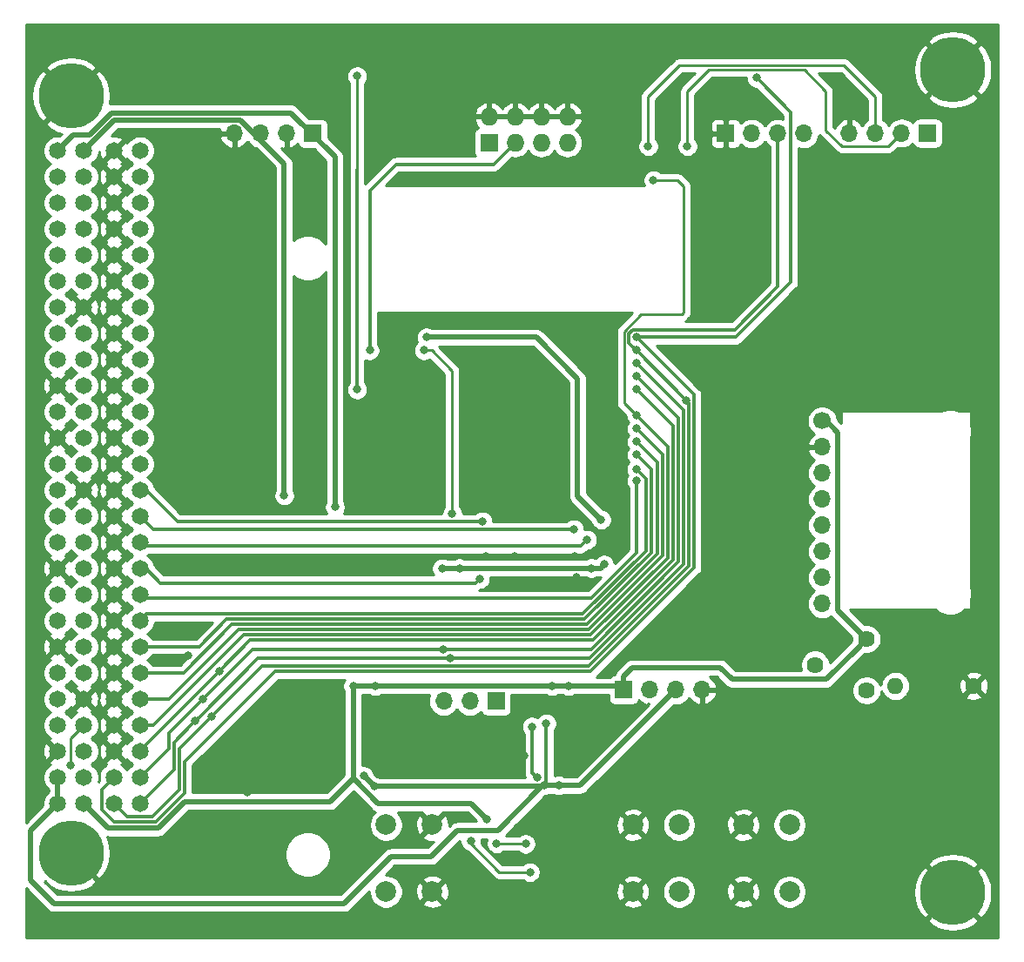
<source format=gbr>
G04 #@! TF.GenerationSoftware,KiCad,Pcbnew,(5.1.2)-2*
G04 #@! TF.CreationDate,2020-11-23T21:19:51+02:00*
G04 #@! TF.ProjectId,ESP_mesh_module,4553505f-6d65-4736-985f-6d6f64756c65,rev?*
G04 #@! TF.SameCoordinates,Original*
G04 #@! TF.FileFunction,Copper,L2,Bot*
G04 #@! TF.FilePolarity,Positive*
%FSLAX46Y46*%
G04 Gerber Fmt 4.6, Leading zero omitted, Abs format (unit mm)*
G04 Created by KiCad (PCBNEW (5.1.2)-2) date 2020-11-23 21:19:51*
%MOMM*%
%LPD*%
G04 APERTURE LIST*
%ADD10C,1.650000*%
%ADD11O,1.700000X1.700000*%
%ADD12R,1.700000X1.700000*%
%ADD13C,1.700000*%
%ADD14O,1.727200X1.727200*%
%ADD15R,1.727200X1.727200*%
%ADD16C,2.000000*%
%ADD17O,1.600000X1.600000*%
%ADD18C,1.600000*%
%ADD19C,1.620000*%
%ADD20C,6.350000*%
%ADD21C,0.800000*%
%ADD22C,0.500000*%
%ADD23C,0.300000*%
%ADD24C,0.250000*%
%ADD25C,0.254000*%
G04 APERTURE END LIST*
D10*
X128771500Y-70784000D03*
X131311500Y-70784000D03*
X128771500Y-73324000D03*
X131311500Y-73324000D03*
X128771500Y-75864000D03*
X131311500Y-75864000D03*
X128771500Y-78404000D03*
X131311500Y-78404000D03*
X128771500Y-80944000D03*
X131311500Y-80944000D03*
X128771500Y-83484000D03*
X131311500Y-83484000D03*
X128771500Y-86024000D03*
X131311500Y-86024000D03*
X128771500Y-88564000D03*
X131311500Y-88564000D03*
X128771500Y-91104000D03*
X131311500Y-91104000D03*
X128771500Y-93644000D03*
X131311500Y-93644000D03*
X128771500Y-96184000D03*
X131311500Y-96184000D03*
X128771500Y-98724000D03*
X131311500Y-98724000D03*
X128771500Y-101264000D03*
X131311500Y-101264000D03*
X128771500Y-103804000D03*
X131311500Y-103804000D03*
X128771500Y-106344000D03*
X131311500Y-106344000D03*
X128771500Y-108884000D03*
X131311500Y-108884000D03*
X128771500Y-111424000D03*
X131311500Y-111424000D03*
X128771500Y-113964000D03*
X131311500Y-113964000D03*
X128771500Y-116504000D03*
X131311500Y-116504000D03*
X128771500Y-119044000D03*
X131311500Y-119044000D03*
X128771500Y-121584000D03*
X131311500Y-121584000D03*
X128771500Y-124124000D03*
X131311500Y-124124000D03*
X128771500Y-126664000D03*
X131311500Y-126664000D03*
X128771500Y-129204000D03*
X131311500Y-129204000D03*
X128771500Y-131744000D03*
X131311500Y-131744000D03*
X128771500Y-134284000D03*
X131311500Y-134284000D03*
X134232500Y-70784000D03*
X136772500Y-70784000D03*
X134232500Y-73324000D03*
X136772500Y-73324000D03*
X134232500Y-75864000D03*
X136772500Y-75864000D03*
X134232500Y-78404000D03*
X136772500Y-78404000D03*
X134232500Y-80944000D03*
X136772500Y-80944000D03*
X134232500Y-83484000D03*
X136772500Y-83484000D03*
X134232500Y-86024000D03*
X136772500Y-86024000D03*
X134232500Y-88564000D03*
X136772500Y-88564000D03*
X134232500Y-91104000D03*
X136772500Y-91104000D03*
X134232500Y-93644000D03*
X136772500Y-93644000D03*
X134232500Y-96184000D03*
X136772500Y-96184000D03*
X134232500Y-98724000D03*
X136772500Y-98724000D03*
X134232500Y-101264000D03*
X136772500Y-101264000D03*
X134232500Y-103804000D03*
X136772500Y-103804000D03*
X134232500Y-106344000D03*
X136772500Y-106344000D03*
X134232500Y-108884000D03*
X136772500Y-108884000D03*
X134232500Y-111424000D03*
X136772500Y-111424000D03*
X134232500Y-113964000D03*
X136772500Y-113964000D03*
X134232500Y-116504000D03*
X136772500Y-116504000D03*
X134232500Y-119044000D03*
X136772500Y-119044000D03*
X134232500Y-121584000D03*
X136772500Y-121584000D03*
X134232500Y-124124000D03*
X136772500Y-124124000D03*
X134232500Y-126664000D03*
X136772500Y-126664000D03*
X134232500Y-129204000D03*
X136772500Y-129204000D03*
X134232500Y-131744000D03*
X136772500Y-131744000D03*
X134232500Y-134284000D03*
X136772500Y-134284000D03*
D11*
X205740000Y-69088000D03*
X208280000Y-69088000D03*
X210820000Y-69088000D03*
D12*
X213360000Y-69088000D03*
D11*
X166306500Y-124333000D03*
X168846500Y-124333000D03*
D12*
X171386500Y-124333000D03*
D11*
X203105000Y-114853000D03*
X203105000Y-112313000D03*
X203105000Y-109773000D03*
X203105000Y-107233000D03*
X203105000Y-104693000D03*
X203105000Y-102153000D03*
X203105000Y-99613000D03*
D13*
X203105000Y-97073000D03*
D11*
X145955000Y-69133000D03*
X148495000Y-69133000D03*
X151035000Y-69133000D03*
D12*
X153575000Y-69133000D03*
D11*
X201327000Y-69133000D03*
X198787000Y-69133000D03*
X196247000Y-69133000D03*
D12*
X193707000Y-69133000D03*
D11*
X191421000Y-123235000D03*
X188881000Y-123235000D03*
X186341000Y-123235000D03*
D12*
X183801000Y-123235000D03*
D14*
X178340000Y-67482000D03*
X178340000Y-70022000D03*
X175800000Y-67482000D03*
X175800000Y-70022000D03*
X173260000Y-67482000D03*
X173260000Y-70022000D03*
X170720000Y-67482000D03*
D15*
X170720000Y-70022000D03*
D16*
X195427000Y-136355000D03*
X199927000Y-136355000D03*
X195427000Y-142855000D03*
X199927000Y-142855000D03*
D17*
X210217000Y-122854000D03*
D18*
X217837000Y-122854000D03*
D19*
X207423000Y-123282000D03*
X202423000Y-120782000D03*
X207423000Y-118282000D03*
D20*
X130080000Y-65450000D03*
X130080000Y-139110000D03*
X215810000Y-62910000D03*
X215810000Y-142920000D03*
D16*
X165195500Y-142855000D03*
X160695500Y-142855000D03*
X165195500Y-136355000D03*
X160695500Y-136355000D03*
X184690000Y-136355000D03*
X189190000Y-136355000D03*
X184690000Y-142855000D03*
X189190000Y-142855000D03*
D21*
X171609000Y-97073000D03*
X173514000Y-97073000D03*
X175419000Y-97073000D03*
X175419000Y-95168000D03*
X175419000Y-93263000D03*
X173514000Y-93263000D03*
X171609000Y-93263000D03*
X171609000Y-95168000D03*
X167894000Y-131318000D03*
X169926000Y-131318000D03*
X169926000Y-129540000D03*
X181102000Y-134575000D03*
X168942000Y-126664000D03*
X170847000Y-126664000D03*
X167037000Y-126664000D03*
X167894000Y-129540000D03*
X170720000Y-87040000D03*
X168815000Y-87040000D03*
X174530000Y-87040000D03*
X172625000Y-87040000D03*
X178340000Y-87040000D03*
X176435000Y-87040000D03*
X158274000Y-110662000D03*
X160179000Y-110662000D03*
X156369000Y-110662000D03*
X161195000Y-87040000D03*
X180245000Y-87040000D03*
X179229000Y-112313000D03*
X160814000Y-105709000D03*
X165767000Y-105455000D03*
X178539510Y-126873000D03*
X159639000Y-124333000D03*
X159639000Y-130429000D03*
X141351000Y-117221000D03*
X139065000Y-110998000D03*
X147193000Y-133223000D03*
X147193000Y-135509000D03*
X141478000Y-119888000D03*
X162179000Y-130810000D03*
X174117000Y-129667000D03*
X156083000Y-126238000D03*
X182257700Y-87668100D03*
X170434000Y-110236000D03*
X173228000Y-110236000D03*
X179070000Y-110236000D03*
X181896000Y-111043000D03*
X167827788Y-111395212D03*
X180654788Y-111395212D03*
X166148000Y-111424012D03*
X159671000Y-122854000D03*
X178467000Y-122854000D03*
X176816000Y-122854000D03*
X170496000Y-135778000D03*
X157511958Y-122854000D03*
X181610000Y-106680000D03*
X164637000Y-88945000D03*
X159105305Y-90215000D03*
X167132000Y-106102000D03*
X164383000Y-90215000D03*
X169831000Y-112440000D03*
X159544008Y-132633000D03*
X158528004Y-131616996D03*
X176276000Y-126492000D03*
X176050500Y-132524500D03*
X177482500Y-132524500D03*
X175374080Y-131783000D03*
X174879000Y-126809500D03*
X185071000Y-88945000D03*
X196725000Y-63702000D03*
X185071000Y-90215000D03*
X189908990Y-95104500D03*
X143732500Y-125838500D03*
X185071000Y-92755000D03*
X166275000Y-119298000D03*
X142907000Y-124124000D03*
X189992000Y-70358000D03*
X185071000Y-94025000D03*
X144494500Y-121393500D03*
X185071000Y-96565000D03*
X186690000Y-73660000D03*
X185071000Y-97835000D03*
X185071000Y-99105000D03*
X185070996Y-100375000D03*
X185071000Y-101772000D03*
X185071000Y-102915000D03*
X180245000Y-108630000D03*
X178975000Y-107614010D03*
X170085000Y-106852000D03*
X157893000Y-94025000D03*
X157893000Y-63545000D03*
X171450000Y-138176000D03*
X174272000Y-138204000D03*
X174695931Y-140958296D03*
X168942010Y-137954000D03*
X185071000Y-91485000D03*
X166910000Y-120187000D03*
X142145000Y-126282994D03*
X186182000Y-70358000D03*
X155734000Y-105455000D03*
X150797000Y-104328000D03*
X130048000Y-130556000D03*
D22*
X181543788Y-111395212D02*
X181896000Y-111043000D01*
X167827788Y-111395212D02*
X180654788Y-111395212D01*
X180654788Y-111395212D02*
X181543788Y-111395212D01*
X166176800Y-111395212D02*
X166148000Y-111424012D01*
X167827788Y-111395212D02*
X166176800Y-111395212D01*
X183801000Y-123235000D02*
X183420000Y-122854000D01*
X183420000Y-122854000D02*
X178467000Y-122854000D01*
X178467000Y-122854000D02*
X176816000Y-122854000D01*
X176816000Y-122854000D02*
X159671000Y-122854000D01*
X159671000Y-122854000D02*
X157511958Y-122854000D01*
X157511958Y-131858952D02*
X157511958Y-123419685D01*
X157511958Y-123419685D02*
X157511958Y-122854000D01*
X159937006Y-134284000D02*
X157511958Y-131858952D01*
X169002000Y-134284000D02*
X159937006Y-134284000D01*
X170496000Y-135778000D02*
X169002000Y-134284000D01*
X203232000Y-96819000D02*
X203105000Y-96819000D01*
X204629000Y-115234000D02*
X204629000Y-98216000D01*
X204629000Y-98216000D02*
X203232000Y-96819000D01*
X204629000Y-115488000D02*
X204629000Y-115234000D01*
X207423000Y-118282000D02*
X204629000Y-115488000D01*
X206613001Y-119091999D02*
X207423000Y-118282000D01*
X183801000Y-123235000D02*
X183801000Y-121885000D01*
X183801000Y-121885000D02*
X184610000Y-121076000D01*
X184610000Y-121076000D02*
X193199000Y-121076000D01*
X193199000Y-121076000D02*
X194342000Y-122219000D01*
X194342000Y-122219000D02*
X203486000Y-122219000D01*
X203486000Y-122219000D02*
X206613001Y-119091999D01*
X133689509Y-136662009D02*
X138583533Y-136662009D01*
X131311500Y-134284000D02*
X133689509Y-136662009D01*
X138583533Y-136662009D02*
X141133542Y-134112000D01*
X155258910Y-134112000D02*
X157511958Y-131858952D01*
X141133542Y-134112000D02*
X155258910Y-134112000D01*
X181610000Y-106680000D02*
X179324000Y-104394000D01*
X179324000Y-104394000D02*
X179324000Y-92964000D01*
X175305000Y-88945000D02*
X164637000Y-88945000D01*
X179324000Y-92964000D02*
X175305000Y-88945000D01*
D23*
X159105305Y-89649315D02*
X159105305Y-90215000D01*
X159105305Y-74664703D02*
X159105305Y-89649315D01*
X161652508Y-72117500D02*
X159105305Y-74664703D01*
X173260000Y-70022000D02*
X171164500Y-72117500D01*
X171164500Y-72117500D02*
X161652508Y-72117500D01*
D24*
X165134002Y-90215000D02*
X164383000Y-90215000D01*
X167132000Y-92212998D02*
X165134002Y-90215000D01*
X167132000Y-106102000D02*
X167132000Y-92212998D01*
D23*
X137344000Y-111424000D02*
X136772500Y-111424000D01*
X138759999Y-112839999D02*
X137344000Y-111424000D01*
X169831000Y-112440000D02*
X169431001Y-112839999D01*
X169431001Y-112839999D02*
X138759999Y-112839999D01*
D22*
X159544008Y-132633000D02*
X158528004Y-131616996D01*
X175685996Y-132633000D02*
X175767996Y-132715000D01*
X159544008Y-132633000D02*
X175685996Y-132633000D01*
D23*
X175767996Y-132715000D02*
X176276000Y-132206996D01*
X176276000Y-127057685D02*
X176276000Y-126492000D01*
X176276000Y-132206996D02*
X176276000Y-127057685D01*
D22*
X128771500Y-134284000D02*
X128771500Y-131744000D01*
X175860000Y-132715000D02*
X175767996Y-132715000D01*
X176050500Y-132524500D02*
X175860000Y-132715000D01*
X188881000Y-123235000D02*
X179591500Y-132524500D01*
X179591500Y-132524500D02*
X177482500Y-132524500D01*
X177482500Y-132524500D02*
X176050500Y-132524500D01*
X126111000Y-136944500D02*
X128771500Y-134284000D01*
X126111000Y-141732000D02*
X126111000Y-136944500D01*
X128397000Y-144018000D02*
X126111000Y-141732000D01*
X171576996Y-136906000D02*
X167640000Y-136906000D01*
X175767996Y-132715000D02*
X171576996Y-136906000D01*
X167640000Y-136906000D02*
X165100000Y-139446000D01*
X165100000Y-139446000D02*
X161163000Y-139446000D01*
X161163000Y-139446000D02*
X156591000Y-144018000D01*
X156591000Y-144018000D02*
X128397000Y-144018000D01*
D23*
X175374080Y-131783000D02*
X174879000Y-131287920D01*
X174879000Y-127375185D02*
X174879000Y-126809500D01*
X174879000Y-131287920D02*
X174879000Y-127375185D01*
X200057000Y-67034000D02*
X197124999Y-64101999D01*
X200057000Y-83611000D02*
X200057000Y-67034000D01*
X194723000Y-88945000D02*
X200057000Y-83611000D01*
X185071000Y-88945000D02*
X194723000Y-88945000D01*
X197124999Y-64101999D02*
X196725000Y-63702000D01*
X133407501Y-132568999D02*
X134232500Y-131744000D01*
X133057499Y-132919001D02*
X133407501Y-132568999D01*
X133057499Y-134848001D02*
X133057499Y-132919001D01*
X134271498Y-136062000D02*
X133057499Y-134848001D01*
X138335000Y-136062000D02*
X134271498Y-136062000D01*
X141129000Y-133268000D02*
X138335000Y-136062000D01*
X190659000Y-94533000D02*
X190659000Y-111383200D01*
X190659000Y-111383200D02*
X180585200Y-121457000D01*
X185071000Y-88945000D02*
X190659000Y-94533000D01*
X180585200Y-121457000D02*
X149892000Y-121457000D01*
X149892000Y-121457000D02*
X141129000Y-130220000D01*
X141129000Y-130220000D02*
X141129000Y-133268000D01*
X189908990Y-95052990D02*
X189908990Y-95104500D01*
X185071000Y-90215000D02*
X189908990Y-95052990D01*
X135502500Y-135554000D02*
X134232500Y-134284000D01*
X137954000Y-135554000D02*
X135502500Y-135554000D01*
X190151000Y-95346510D02*
X190151000Y-111184080D01*
X140605020Y-132902980D02*
X137954000Y-135554000D01*
X189908990Y-95104500D02*
X190151000Y-95346510D01*
X190151000Y-111184080D02*
X180394070Y-120941010D01*
X180394070Y-120941010D02*
X148629990Y-120941010D01*
X140605020Y-128965980D02*
X140605020Y-132902980D01*
X198787000Y-83992000D02*
X194584001Y-88194999D01*
X184671001Y-89815001D02*
X185071000Y-90215000D01*
X198787000Y-69768000D02*
X198787000Y-83992000D01*
X194584001Y-88194999D02*
X184710999Y-88194999D01*
X184710999Y-88194999D02*
X184320999Y-88584999D01*
X184320999Y-88584999D02*
X184320999Y-89464999D01*
X184320999Y-89464999D02*
X184671001Y-89815001D01*
X148629990Y-120941010D02*
X143732500Y-125838500D01*
X143732500Y-125838500D02*
X140605020Y-128965980D01*
X189135000Y-110785836D02*
X180622836Y-119298000D01*
X185071000Y-92755000D02*
X189135000Y-96819000D01*
X189135000Y-96819000D02*
X189135000Y-110785836D01*
X166840685Y-119298000D02*
X166275000Y-119298000D01*
X180622836Y-119298000D02*
X166840685Y-119298000D01*
X165709315Y-119298000D02*
X166275000Y-119298000D01*
X147733000Y-119298000D02*
X165709315Y-119298000D01*
X142907000Y-124124000D02*
X147733000Y-119298000D01*
X142507001Y-124523999D02*
X142907000Y-124124000D01*
X139605000Y-127426000D02*
X142507001Y-124523999D01*
X136772500Y-131744000D02*
X139605000Y-128911500D01*
X139605000Y-128911500D02*
X139605000Y-127426000D01*
D24*
X209970001Y-69937999D02*
X210820000Y-69088000D01*
X209550000Y-70358000D02*
X209970001Y-69937999D01*
X189992000Y-65024000D02*
X192081990Y-62934010D01*
X189992000Y-70358000D02*
X189992000Y-65024000D01*
X192081990Y-62934010D02*
X201364010Y-62934010D01*
X201364010Y-62934010D02*
X203454000Y-65024000D01*
X203454000Y-65024000D02*
X203454000Y-68814501D01*
X204997499Y-70358000D02*
X209550000Y-70358000D01*
X203454000Y-68814501D02*
X204997499Y-70358000D01*
D23*
X188619010Y-97573010D02*
X185071000Y-94025000D01*
X188619010Y-110594710D02*
X188619010Y-97573010D01*
X180804720Y-118409000D02*
X188619010Y-110594710D01*
X147479000Y-118409000D02*
X180804720Y-118409000D01*
X136772500Y-129204000D02*
X136772500Y-129115500D01*
X136772500Y-129115500D02*
X144494500Y-121393500D01*
X144494500Y-121393500D02*
X147479000Y-118409000D01*
X185470999Y-96964999D02*
X185071000Y-96565000D01*
X138081000Y-126664000D02*
X146844000Y-117901000D01*
X136772500Y-126664000D02*
X138081000Y-126664000D01*
X146844000Y-117901000D02*
X180605600Y-117901000D01*
X180605600Y-117901000D02*
X188119000Y-110387600D01*
X188119000Y-110387600D02*
X188119000Y-99613000D01*
X188119000Y-99613000D02*
X185470999Y-96964999D01*
D24*
X185504223Y-86730010D02*
X189417504Y-86730010D01*
X189629999Y-74256314D02*
X189033685Y-73660000D01*
X189417504Y-86730010D02*
X189629999Y-86517515D01*
X185071000Y-96565000D02*
X183845989Y-95339989D01*
X189033685Y-73660000D02*
X187255685Y-73660000D01*
X183845989Y-95339989D02*
X183845989Y-88388244D01*
X187255685Y-73660000D02*
X186690000Y-73660000D01*
X183845989Y-88388244D02*
X185504223Y-86730010D01*
X189629999Y-86517515D02*
X189629999Y-74256314D01*
D23*
X137153500Y-124505000D02*
X136772500Y-124124000D01*
X185470999Y-98234999D02*
X185071000Y-97835000D01*
X139605000Y-124124000D02*
X146336000Y-117393000D01*
X136772500Y-124124000D02*
X139605000Y-124124000D01*
X146336000Y-117393000D02*
X180406478Y-117393000D01*
X180406478Y-117393000D02*
X187603010Y-110196468D01*
X187603010Y-110196468D02*
X187603010Y-100367010D01*
X187603010Y-100367010D02*
X185470999Y-98234999D01*
X141002000Y-121584000D02*
X136772500Y-121584000D01*
X145701000Y-116885000D02*
X141002000Y-121584000D01*
X180207360Y-116885000D02*
X145701000Y-116885000D01*
X187103000Y-109989360D02*
X180207360Y-116885000D01*
X185071000Y-99105000D02*
X187103000Y-101137000D01*
X187103000Y-101137000D02*
X187103000Y-109989360D01*
X142526000Y-119044000D02*
X136772500Y-119044000D01*
X145193000Y-116377000D02*
X142526000Y-119044000D01*
X180008240Y-116377000D02*
X145193000Y-116377000D01*
X186486999Y-109898241D02*
X180008240Y-116377000D01*
X185070996Y-100375000D02*
X186486999Y-101791003D01*
X186486999Y-101791003D02*
X186486999Y-109898241D01*
X185470999Y-102171999D02*
X185071000Y-101772000D01*
X185978999Y-102679999D02*
X185470999Y-102171999D01*
X185978999Y-109699121D02*
X185978999Y-102679999D01*
X179809120Y-115869000D02*
X185978999Y-109699121D01*
X136772500Y-116504000D02*
X137407500Y-115869000D01*
X137407500Y-115869000D02*
X179809120Y-115869000D01*
X185071000Y-109900000D02*
X185071000Y-102915000D01*
X180626000Y-114345000D02*
X185071000Y-109900000D01*
X136772500Y-113964000D02*
X137153500Y-114345000D01*
X137153500Y-114345000D02*
X180626000Y-114345000D01*
X179845001Y-109029999D02*
X180245000Y-108630000D01*
X179610000Y-109265000D02*
X179845001Y-109029999D01*
X136772500Y-108884000D02*
X137153500Y-109265000D01*
X137153500Y-109265000D02*
X179610000Y-109265000D01*
X178409315Y-107614010D02*
X178975000Y-107614010D01*
X136772500Y-106344000D02*
X138042510Y-107614010D01*
X138042510Y-107614010D02*
X178409315Y-107614010D01*
X137344000Y-103804000D02*
X136772500Y-103804000D01*
X170085000Y-106852000D02*
X140392000Y-106852000D01*
X140392000Y-106852000D02*
X137344000Y-103804000D01*
X157893000Y-94025000D02*
X157893000Y-72616880D01*
D24*
X157893000Y-63545000D02*
X157893000Y-72616880D01*
X174244000Y-138176000D02*
X174272000Y-138204000D01*
X171450000Y-138176000D02*
X174244000Y-138176000D01*
X168942010Y-138208010D02*
X168942010Y-137954000D01*
X174695931Y-140958296D02*
X171692296Y-140958296D01*
X171692296Y-140958296D02*
X168942010Y-138208010D01*
D23*
X189643000Y-110984958D02*
X180440958Y-120187000D01*
X185071000Y-91485000D02*
X189643000Y-96057000D01*
X180440958Y-120187000D02*
X167475685Y-120187000D01*
X189643000Y-96057000D02*
X189643000Y-110984958D01*
X167475685Y-120187000D02*
X166910000Y-120187000D01*
X141745001Y-126682993D02*
X142145000Y-126282994D01*
X142544999Y-125882995D02*
X142145000Y-126282994D01*
X166910000Y-120187000D02*
X148240994Y-120187000D01*
X148240994Y-120187000D02*
X142544999Y-125882995D01*
X140105010Y-128322984D02*
X141745001Y-126682993D01*
X136772500Y-134284000D02*
X140105010Y-130951490D01*
X140105010Y-130951490D02*
X140105010Y-128322984D01*
D24*
X186182000Y-65532000D02*
X186182000Y-70358000D01*
X189230000Y-62484000D02*
X186182000Y-65532000D01*
X205232000Y-62484000D02*
X189230000Y-62484000D01*
X208280000Y-69088000D02*
X208280000Y-65532000D01*
X208280000Y-65532000D02*
X205232000Y-62484000D01*
D22*
X155734000Y-105455000D02*
X155734000Y-71406000D01*
X131845536Y-69260000D02*
X130295500Y-69260000D01*
X129596499Y-69959001D02*
X128771500Y-70784000D01*
X130295500Y-69260000D02*
X129596499Y-69959001D01*
X133987546Y-67117989D02*
X131845536Y-69260000D01*
X151445989Y-67117989D02*
X133987546Y-67117989D01*
X155734000Y-71406000D02*
X151445989Y-67117989D01*
X148495000Y-69768000D02*
X150781000Y-72054000D01*
X148495000Y-69758499D02*
X148495000Y-69768000D01*
X146554501Y-67818000D02*
X148495000Y-69758499D01*
X134277500Y-67818000D02*
X146554501Y-67818000D01*
X150781000Y-72054000D02*
X150781000Y-104312000D01*
X131311500Y-70784000D02*
X134277500Y-67818000D01*
X150781000Y-104312000D02*
X150797000Y-104328000D01*
D24*
X130048000Y-127927500D02*
X131311500Y-126664000D01*
X130048000Y-130556000D02*
X130048000Y-127927500D01*
D25*
G36*
X220230000Y-147340000D02*
G01*
X125660000Y-147340000D01*
X125660000Y-145603107D01*
X213306498Y-145603107D01*
X213663686Y-146090213D01*
X214323405Y-146448024D01*
X215040253Y-146670255D01*
X215786682Y-146748365D01*
X216534007Y-146679353D01*
X217253508Y-146465871D01*
X217917537Y-146116123D01*
X217956314Y-146090213D01*
X218313502Y-145603107D01*
X215810000Y-143099605D01*
X213306498Y-145603107D01*
X125660000Y-145603107D01*
X125660000Y-142532578D01*
X127740470Y-144613049D01*
X127768183Y-144646817D01*
X127801951Y-144674530D01*
X127801953Y-144674532D01*
X127873452Y-144733210D01*
X127902941Y-144757411D01*
X128056687Y-144839589D01*
X128223510Y-144890195D01*
X128353523Y-144903000D01*
X128353533Y-144903000D01*
X128396999Y-144907281D01*
X128440465Y-144903000D01*
X156547531Y-144903000D01*
X156591000Y-144907281D01*
X156634469Y-144903000D01*
X156634477Y-144903000D01*
X156764490Y-144890195D01*
X156931313Y-144839589D01*
X157085059Y-144757411D01*
X157219817Y-144646817D01*
X157247534Y-144613044D01*
X159060500Y-142800078D01*
X159060500Y-143016033D01*
X159123332Y-143331912D01*
X159246582Y-143629463D01*
X159425513Y-143897252D01*
X159653248Y-144124987D01*
X159921037Y-144303918D01*
X160218588Y-144427168D01*
X160534467Y-144490000D01*
X160856533Y-144490000D01*
X161172412Y-144427168D01*
X161469963Y-144303918D01*
X161737752Y-144124987D01*
X161872326Y-143990413D01*
X164239692Y-143990413D01*
X164335456Y-144254814D01*
X164625071Y-144395704D01*
X164936608Y-144477384D01*
X165258095Y-144496718D01*
X165577175Y-144452961D01*
X165881588Y-144347795D01*
X166055544Y-144254814D01*
X166151308Y-143990413D01*
X183734192Y-143990413D01*
X183829956Y-144254814D01*
X184119571Y-144395704D01*
X184431108Y-144477384D01*
X184752595Y-144496718D01*
X185071675Y-144452961D01*
X185376088Y-144347795D01*
X185550044Y-144254814D01*
X185645808Y-143990413D01*
X184690000Y-143034605D01*
X183734192Y-143990413D01*
X166151308Y-143990413D01*
X165195500Y-143034605D01*
X164239692Y-143990413D01*
X161872326Y-143990413D01*
X161965487Y-143897252D01*
X162144418Y-143629463D01*
X162267668Y-143331912D01*
X162330500Y-143016033D01*
X162330500Y-142917595D01*
X163553782Y-142917595D01*
X163597539Y-143236675D01*
X163702705Y-143541088D01*
X163795686Y-143715044D01*
X164060087Y-143810808D01*
X165015895Y-142855000D01*
X165375105Y-142855000D01*
X166330913Y-143810808D01*
X166595314Y-143715044D01*
X166736204Y-143425429D01*
X166817884Y-143113892D01*
X166829689Y-142917595D01*
X183048282Y-142917595D01*
X183092039Y-143236675D01*
X183197205Y-143541088D01*
X183290186Y-143715044D01*
X183554587Y-143810808D01*
X184510395Y-142855000D01*
X184869605Y-142855000D01*
X185825413Y-143810808D01*
X186089814Y-143715044D01*
X186230704Y-143425429D01*
X186312384Y-143113892D01*
X186331718Y-142792405D01*
X186318219Y-142693967D01*
X187555000Y-142693967D01*
X187555000Y-143016033D01*
X187617832Y-143331912D01*
X187741082Y-143629463D01*
X187920013Y-143897252D01*
X188147748Y-144124987D01*
X188415537Y-144303918D01*
X188713088Y-144427168D01*
X189028967Y-144490000D01*
X189351033Y-144490000D01*
X189666912Y-144427168D01*
X189964463Y-144303918D01*
X190232252Y-144124987D01*
X190366826Y-143990413D01*
X194471192Y-143990413D01*
X194566956Y-144254814D01*
X194856571Y-144395704D01*
X195168108Y-144477384D01*
X195489595Y-144496718D01*
X195808675Y-144452961D01*
X196113088Y-144347795D01*
X196287044Y-144254814D01*
X196382808Y-143990413D01*
X195427000Y-143034605D01*
X194471192Y-143990413D01*
X190366826Y-143990413D01*
X190459987Y-143897252D01*
X190638918Y-143629463D01*
X190762168Y-143331912D01*
X190825000Y-143016033D01*
X190825000Y-142917595D01*
X193785282Y-142917595D01*
X193829039Y-143236675D01*
X193934205Y-143541088D01*
X194027186Y-143715044D01*
X194291587Y-143810808D01*
X195247395Y-142855000D01*
X195606605Y-142855000D01*
X196562413Y-143810808D01*
X196826814Y-143715044D01*
X196967704Y-143425429D01*
X197049384Y-143113892D01*
X197068718Y-142792405D01*
X197055219Y-142693967D01*
X198292000Y-142693967D01*
X198292000Y-143016033D01*
X198354832Y-143331912D01*
X198478082Y-143629463D01*
X198657013Y-143897252D01*
X198884748Y-144124987D01*
X199152537Y-144303918D01*
X199450088Y-144427168D01*
X199765967Y-144490000D01*
X200088033Y-144490000D01*
X200403912Y-144427168D01*
X200701463Y-144303918D01*
X200969252Y-144124987D01*
X201196987Y-143897252D01*
X201375918Y-143629463D01*
X201499168Y-143331912D01*
X201562000Y-143016033D01*
X201562000Y-142896682D01*
X211981635Y-142896682D01*
X212050647Y-143644007D01*
X212264129Y-144363508D01*
X212613877Y-145027537D01*
X212639787Y-145066314D01*
X213126893Y-145423502D01*
X215630395Y-142920000D01*
X215989605Y-142920000D01*
X218493107Y-145423502D01*
X218980213Y-145066314D01*
X219338024Y-144406595D01*
X219560255Y-143689747D01*
X219638365Y-142943318D01*
X219569353Y-142195993D01*
X219355871Y-141476492D01*
X219006123Y-140812463D01*
X218980213Y-140773686D01*
X218493107Y-140416498D01*
X215989605Y-142920000D01*
X215630395Y-142920000D01*
X213126893Y-140416498D01*
X212639787Y-140773686D01*
X212281976Y-141433405D01*
X212059745Y-142150253D01*
X211981635Y-142896682D01*
X201562000Y-142896682D01*
X201562000Y-142693967D01*
X201499168Y-142378088D01*
X201375918Y-142080537D01*
X201196987Y-141812748D01*
X200969252Y-141585013D01*
X200701463Y-141406082D01*
X200403912Y-141282832D01*
X200088033Y-141220000D01*
X199765967Y-141220000D01*
X199450088Y-141282832D01*
X199152537Y-141406082D01*
X198884748Y-141585013D01*
X198657013Y-141812748D01*
X198478082Y-142080537D01*
X198354832Y-142378088D01*
X198292000Y-142693967D01*
X197055219Y-142693967D01*
X197024961Y-142473325D01*
X196919795Y-142168912D01*
X196826814Y-141994956D01*
X196562413Y-141899192D01*
X195606605Y-142855000D01*
X195247395Y-142855000D01*
X194291587Y-141899192D01*
X194027186Y-141994956D01*
X193886296Y-142284571D01*
X193804616Y-142596108D01*
X193785282Y-142917595D01*
X190825000Y-142917595D01*
X190825000Y-142693967D01*
X190762168Y-142378088D01*
X190638918Y-142080537D01*
X190459987Y-141812748D01*
X190366826Y-141719587D01*
X194471192Y-141719587D01*
X195427000Y-142675395D01*
X196382808Y-141719587D01*
X196287044Y-141455186D01*
X195997429Y-141314296D01*
X195685892Y-141232616D01*
X195364405Y-141213282D01*
X195045325Y-141257039D01*
X194740912Y-141362205D01*
X194566956Y-141455186D01*
X194471192Y-141719587D01*
X190366826Y-141719587D01*
X190232252Y-141585013D01*
X189964463Y-141406082D01*
X189666912Y-141282832D01*
X189351033Y-141220000D01*
X189028967Y-141220000D01*
X188713088Y-141282832D01*
X188415537Y-141406082D01*
X188147748Y-141585013D01*
X187920013Y-141812748D01*
X187741082Y-142080537D01*
X187617832Y-142378088D01*
X187555000Y-142693967D01*
X186318219Y-142693967D01*
X186287961Y-142473325D01*
X186182795Y-142168912D01*
X186089814Y-141994956D01*
X185825413Y-141899192D01*
X184869605Y-142855000D01*
X184510395Y-142855000D01*
X183554587Y-141899192D01*
X183290186Y-141994956D01*
X183149296Y-142284571D01*
X183067616Y-142596108D01*
X183048282Y-142917595D01*
X166829689Y-142917595D01*
X166837218Y-142792405D01*
X166793461Y-142473325D01*
X166688295Y-142168912D01*
X166595314Y-141994956D01*
X166330913Y-141899192D01*
X165375105Y-142855000D01*
X165015895Y-142855000D01*
X164060087Y-141899192D01*
X163795686Y-141994956D01*
X163654796Y-142284571D01*
X163573116Y-142596108D01*
X163553782Y-142917595D01*
X162330500Y-142917595D01*
X162330500Y-142693967D01*
X162267668Y-142378088D01*
X162144418Y-142080537D01*
X161965487Y-141812748D01*
X161872326Y-141719587D01*
X164239692Y-141719587D01*
X165195500Y-142675395D01*
X166151308Y-141719587D01*
X166055544Y-141455186D01*
X165765929Y-141314296D01*
X165454392Y-141232616D01*
X165132905Y-141213282D01*
X164813825Y-141257039D01*
X164509412Y-141362205D01*
X164335456Y-141455186D01*
X164239692Y-141719587D01*
X161872326Y-141719587D01*
X161737752Y-141585013D01*
X161469963Y-141406082D01*
X161172412Y-141282832D01*
X160856533Y-141220000D01*
X160640579Y-141220000D01*
X161529579Y-140331000D01*
X165056531Y-140331000D01*
X165100000Y-140335281D01*
X165143469Y-140331000D01*
X165143477Y-140331000D01*
X165273490Y-140318195D01*
X165440313Y-140267589D01*
X165594059Y-140185411D01*
X165728817Y-140074817D01*
X165756534Y-140041044D01*
X167907010Y-137890569D01*
X167907010Y-138055939D01*
X167946784Y-138255898D01*
X168024805Y-138444256D01*
X168138073Y-138613774D01*
X168282236Y-138757937D01*
X168451754Y-138871205D01*
X168586019Y-138926820D01*
X171128497Y-141469299D01*
X171152295Y-141498297D01*
X171268020Y-141593270D01*
X171400049Y-141663842D01*
X171543310Y-141707299D01*
X171654963Y-141718296D01*
X171654971Y-141718296D01*
X171692296Y-141721972D01*
X171729621Y-141718296D01*
X173992220Y-141718296D01*
X174036157Y-141762233D01*
X174205675Y-141875501D01*
X174394033Y-141953522D01*
X174593992Y-141993296D01*
X174797870Y-141993296D01*
X174997829Y-141953522D01*
X175186187Y-141875501D01*
X175355705Y-141762233D01*
X175398351Y-141719587D01*
X183734192Y-141719587D01*
X184690000Y-142675395D01*
X185645808Y-141719587D01*
X185550044Y-141455186D01*
X185260429Y-141314296D01*
X184948892Y-141232616D01*
X184627405Y-141213282D01*
X184308325Y-141257039D01*
X184003912Y-141362205D01*
X183829956Y-141455186D01*
X183734192Y-141719587D01*
X175398351Y-141719587D01*
X175499868Y-141618070D01*
X175613136Y-141448552D01*
X175691157Y-141260194D01*
X175730931Y-141060235D01*
X175730931Y-140856357D01*
X175691157Y-140656398D01*
X175613136Y-140468040D01*
X175499868Y-140298522D01*
X175438239Y-140236893D01*
X213306498Y-140236893D01*
X215810000Y-142740395D01*
X218313502Y-140236893D01*
X217956314Y-139749787D01*
X217296595Y-139391976D01*
X216579747Y-139169745D01*
X215833318Y-139091635D01*
X215085993Y-139160647D01*
X214366492Y-139374129D01*
X213702463Y-139723877D01*
X213663686Y-139749787D01*
X213306498Y-140236893D01*
X175438239Y-140236893D01*
X175355705Y-140154359D01*
X175186187Y-140041091D01*
X174997829Y-139963070D01*
X174797870Y-139923296D01*
X174593992Y-139923296D01*
X174394033Y-139963070D01*
X174205675Y-140041091D01*
X174036157Y-140154359D01*
X173992220Y-140198296D01*
X172007098Y-140198296D01*
X169958383Y-138149582D01*
X169977010Y-138055939D01*
X169977010Y-137852061D01*
X169964864Y-137791000D01*
X170489196Y-137791000D01*
X170454774Y-137874102D01*
X170415000Y-138074061D01*
X170415000Y-138277939D01*
X170454774Y-138477898D01*
X170532795Y-138666256D01*
X170646063Y-138835774D01*
X170790226Y-138979937D01*
X170959744Y-139093205D01*
X171148102Y-139171226D01*
X171348061Y-139211000D01*
X171551939Y-139211000D01*
X171751898Y-139171226D01*
X171940256Y-139093205D01*
X172109774Y-138979937D01*
X172153711Y-138936000D01*
X173540289Y-138936000D01*
X173612226Y-139007937D01*
X173781744Y-139121205D01*
X173970102Y-139199226D01*
X174170061Y-139239000D01*
X174373939Y-139239000D01*
X174573898Y-139199226D01*
X174762256Y-139121205D01*
X174931774Y-139007937D01*
X175075937Y-138863774D01*
X175189205Y-138694256D01*
X175267226Y-138505898D01*
X175307000Y-138305939D01*
X175307000Y-138102061D01*
X175267226Y-137902102D01*
X175189205Y-137713744D01*
X175075937Y-137544226D01*
X175022124Y-137490413D01*
X183734192Y-137490413D01*
X183829956Y-137754814D01*
X184119571Y-137895704D01*
X184431108Y-137977384D01*
X184752595Y-137996718D01*
X185071675Y-137952961D01*
X185376088Y-137847795D01*
X185550044Y-137754814D01*
X185645808Y-137490413D01*
X184690000Y-136534605D01*
X183734192Y-137490413D01*
X175022124Y-137490413D01*
X174931774Y-137400063D01*
X174762256Y-137286795D01*
X174573898Y-137208774D01*
X174373939Y-137169000D01*
X174170061Y-137169000D01*
X173970102Y-137208774D01*
X173781744Y-137286795D01*
X173612226Y-137400063D01*
X173596289Y-137416000D01*
X172318574Y-137416000D01*
X173316979Y-136417595D01*
X183048282Y-136417595D01*
X183092039Y-136736675D01*
X183197205Y-137041088D01*
X183290186Y-137215044D01*
X183554587Y-137310808D01*
X184510395Y-136355000D01*
X184869605Y-136355000D01*
X185825413Y-137310808D01*
X186089814Y-137215044D01*
X186230704Y-136925429D01*
X186312384Y-136613892D01*
X186331718Y-136292405D01*
X186318219Y-136193967D01*
X187555000Y-136193967D01*
X187555000Y-136516033D01*
X187617832Y-136831912D01*
X187741082Y-137129463D01*
X187920013Y-137397252D01*
X188147748Y-137624987D01*
X188415537Y-137803918D01*
X188713088Y-137927168D01*
X189028967Y-137990000D01*
X189351033Y-137990000D01*
X189666912Y-137927168D01*
X189964463Y-137803918D01*
X190232252Y-137624987D01*
X190366826Y-137490413D01*
X194471192Y-137490413D01*
X194566956Y-137754814D01*
X194856571Y-137895704D01*
X195168108Y-137977384D01*
X195489595Y-137996718D01*
X195808675Y-137952961D01*
X196113088Y-137847795D01*
X196287044Y-137754814D01*
X196382808Y-137490413D01*
X195427000Y-136534605D01*
X194471192Y-137490413D01*
X190366826Y-137490413D01*
X190459987Y-137397252D01*
X190638918Y-137129463D01*
X190762168Y-136831912D01*
X190825000Y-136516033D01*
X190825000Y-136417595D01*
X193785282Y-136417595D01*
X193829039Y-136736675D01*
X193934205Y-137041088D01*
X194027186Y-137215044D01*
X194291587Y-137310808D01*
X195247395Y-136355000D01*
X195606605Y-136355000D01*
X196562413Y-137310808D01*
X196826814Y-137215044D01*
X196967704Y-136925429D01*
X197049384Y-136613892D01*
X197068718Y-136292405D01*
X197055219Y-136193967D01*
X198292000Y-136193967D01*
X198292000Y-136516033D01*
X198354832Y-136831912D01*
X198478082Y-137129463D01*
X198657013Y-137397252D01*
X198884748Y-137624987D01*
X199152537Y-137803918D01*
X199450088Y-137927168D01*
X199765967Y-137990000D01*
X200088033Y-137990000D01*
X200403912Y-137927168D01*
X200701463Y-137803918D01*
X200969252Y-137624987D01*
X201196987Y-137397252D01*
X201375918Y-137129463D01*
X201499168Y-136831912D01*
X201562000Y-136516033D01*
X201562000Y-136193967D01*
X201499168Y-135878088D01*
X201375918Y-135580537D01*
X201196987Y-135312748D01*
X200969252Y-135085013D01*
X200701463Y-134906082D01*
X200403912Y-134782832D01*
X200088033Y-134720000D01*
X199765967Y-134720000D01*
X199450088Y-134782832D01*
X199152537Y-134906082D01*
X198884748Y-135085013D01*
X198657013Y-135312748D01*
X198478082Y-135580537D01*
X198354832Y-135878088D01*
X198292000Y-136193967D01*
X197055219Y-136193967D01*
X197024961Y-135973325D01*
X196919795Y-135668912D01*
X196826814Y-135494956D01*
X196562413Y-135399192D01*
X195606605Y-136355000D01*
X195247395Y-136355000D01*
X194291587Y-135399192D01*
X194027186Y-135494956D01*
X193886296Y-135784571D01*
X193804616Y-136096108D01*
X193785282Y-136417595D01*
X190825000Y-136417595D01*
X190825000Y-136193967D01*
X190762168Y-135878088D01*
X190638918Y-135580537D01*
X190459987Y-135312748D01*
X190366826Y-135219587D01*
X194471192Y-135219587D01*
X195427000Y-136175395D01*
X196382808Y-135219587D01*
X196287044Y-134955186D01*
X195997429Y-134814296D01*
X195685892Y-134732616D01*
X195364405Y-134713282D01*
X195045325Y-134757039D01*
X194740912Y-134862205D01*
X194566956Y-134955186D01*
X194471192Y-135219587D01*
X190366826Y-135219587D01*
X190232252Y-135085013D01*
X189964463Y-134906082D01*
X189666912Y-134782832D01*
X189351033Y-134720000D01*
X189028967Y-134720000D01*
X188713088Y-134782832D01*
X188415537Y-134906082D01*
X188147748Y-135085013D01*
X187920013Y-135312748D01*
X187741082Y-135580537D01*
X187617832Y-135878088D01*
X187555000Y-136193967D01*
X186318219Y-136193967D01*
X186287961Y-135973325D01*
X186182795Y-135668912D01*
X186089814Y-135494956D01*
X185825413Y-135399192D01*
X184869605Y-136355000D01*
X184510395Y-136355000D01*
X183554587Y-135399192D01*
X183290186Y-135494956D01*
X183149296Y-135784571D01*
X183067616Y-136096108D01*
X183048282Y-136417595D01*
X173316979Y-136417595D01*
X174514987Y-135219587D01*
X183734192Y-135219587D01*
X184690000Y-136175395D01*
X185645808Y-135219587D01*
X185550044Y-134955186D01*
X185260429Y-134814296D01*
X184948892Y-134732616D01*
X184627405Y-134713282D01*
X184308325Y-134757039D01*
X184003912Y-134862205D01*
X183829956Y-134955186D01*
X183734192Y-135219587D01*
X174514987Y-135219587D01*
X176180695Y-133553879D01*
X176352398Y-133519726D01*
X176540756Y-133441705D01*
X176588954Y-133409500D01*
X176944046Y-133409500D01*
X176992244Y-133441705D01*
X177180602Y-133519726D01*
X177380561Y-133559500D01*
X177584439Y-133559500D01*
X177784398Y-133519726D01*
X177972756Y-133441705D01*
X178020954Y-133409500D01*
X179548031Y-133409500D01*
X179591500Y-133413781D01*
X179634969Y-133409500D01*
X179634977Y-133409500D01*
X179764990Y-133396695D01*
X179931813Y-133346089D01*
X180085559Y-133263911D01*
X180220317Y-133153317D01*
X180248034Y-133119544D01*
X188661967Y-124705612D01*
X188808050Y-124720000D01*
X188953950Y-124720000D01*
X189172111Y-124698513D01*
X189452034Y-124613599D01*
X189710014Y-124475706D01*
X189936134Y-124290134D01*
X190121706Y-124064014D01*
X190156201Y-123999477D01*
X190225822Y-124116355D01*
X190420731Y-124332588D01*
X190654080Y-124506641D01*
X190916901Y-124631825D01*
X191064110Y-124676476D01*
X191294000Y-124555155D01*
X191294000Y-123362000D01*
X191548000Y-123362000D01*
X191548000Y-124555155D01*
X191777890Y-124676476D01*
X191925099Y-124631825D01*
X192187920Y-124506641D01*
X192421269Y-124332588D01*
X192616178Y-124116355D01*
X192765157Y-123866252D01*
X192862481Y-123591891D01*
X192741814Y-123362000D01*
X191548000Y-123362000D01*
X191294000Y-123362000D01*
X191274000Y-123362000D01*
X191274000Y-123139680D01*
X205978000Y-123139680D01*
X205978000Y-123424320D01*
X206033530Y-123703491D01*
X206142457Y-123966464D01*
X206300595Y-124203134D01*
X206501866Y-124404405D01*
X206738536Y-124562543D01*
X207001509Y-124671470D01*
X207280680Y-124727000D01*
X207565320Y-124727000D01*
X207844491Y-124671470D01*
X208107464Y-124562543D01*
X208344134Y-124404405D01*
X208545405Y-124203134D01*
X208703543Y-123966464D01*
X208812470Y-123703491D01*
X208868000Y-123424320D01*
X208868000Y-123350366D01*
X208884818Y-123405808D01*
X209018068Y-123655101D01*
X209197392Y-123873608D01*
X209415899Y-124052932D01*
X209665192Y-124186182D01*
X209935691Y-124268236D01*
X210146508Y-124289000D01*
X210287492Y-124289000D01*
X210498309Y-124268236D01*
X210768808Y-124186182D01*
X211018101Y-124052932D01*
X211236608Y-123873608D01*
X211258689Y-123846702D01*
X217023903Y-123846702D01*
X217095486Y-124090671D01*
X217350996Y-124211571D01*
X217625184Y-124280300D01*
X217907512Y-124294217D01*
X218187130Y-124252787D01*
X218453292Y-124157603D01*
X218578514Y-124090671D01*
X218650097Y-123846702D01*
X217837000Y-123033605D01*
X217023903Y-123846702D01*
X211258689Y-123846702D01*
X211415932Y-123655101D01*
X211549182Y-123405808D01*
X211631236Y-123135309D01*
X211651998Y-122924512D01*
X216396783Y-122924512D01*
X216438213Y-123204130D01*
X216533397Y-123470292D01*
X216600329Y-123595514D01*
X216844298Y-123667097D01*
X217657395Y-122854000D01*
X218016605Y-122854000D01*
X218829702Y-123667097D01*
X219073671Y-123595514D01*
X219194571Y-123340004D01*
X219263300Y-123065816D01*
X219277217Y-122783488D01*
X219235787Y-122503870D01*
X219140603Y-122237708D01*
X219073671Y-122112486D01*
X218829702Y-122040903D01*
X218016605Y-122854000D01*
X217657395Y-122854000D01*
X216844298Y-122040903D01*
X216600329Y-122112486D01*
X216479429Y-122367996D01*
X216410700Y-122642184D01*
X216396783Y-122924512D01*
X211651998Y-122924512D01*
X211658943Y-122854000D01*
X211631236Y-122572691D01*
X211549182Y-122302192D01*
X211415932Y-122052899D01*
X211258690Y-121861298D01*
X217023903Y-121861298D01*
X217837000Y-122674395D01*
X218650097Y-121861298D01*
X218578514Y-121617329D01*
X218323004Y-121496429D01*
X218048816Y-121427700D01*
X217766488Y-121413783D01*
X217486870Y-121455213D01*
X217220708Y-121550397D01*
X217095486Y-121617329D01*
X217023903Y-121861298D01*
X211258690Y-121861298D01*
X211236608Y-121834392D01*
X211018101Y-121655068D01*
X210768808Y-121521818D01*
X210498309Y-121439764D01*
X210287492Y-121419000D01*
X210146508Y-121419000D01*
X209935691Y-121439764D01*
X209665192Y-121521818D01*
X209415899Y-121655068D01*
X209197392Y-121834392D01*
X209018068Y-122052899D01*
X208884818Y-122302192D01*
X208802764Y-122572691D01*
X208781726Y-122786287D01*
X208703543Y-122597536D01*
X208545405Y-122360866D01*
X208344134Y-122159595D01*
X208107464Y-122001457D01*
X207844491Y-121892530D01*
X207565320Y-121837000D01*
X207280680Y-121837000D01*
X207001509Y-121892530D01*
X206738536Y-122001457D01*
X206501866Y-122159595D01*
X206300595Y-122360866D01*
X206142457Y-122597536D01*
X206033530Y-122860509D01*
X205978000Y-123139680D01*
X191274000Y-123139680D01*
X191274000Y-123108000D01*
X191294000Y-123108000D01*
X191294000Y-123088000D01*
X191548000Y-123088000D01*
X191548000Y-123108000D01*
X192741814Y-123108000D01*
X192862481Y-122878109D01*
X192765157Y-122603748D01*
X192616178Y-122353645D01*
X192421269Y-122137412D01*
X192187920Y-121963359D01*
X192182967Y-121961000D01*
X192832422Y-121961000D01*
X193685470Y-122814049D01*
X193713183Y-122847817D01*
X193746951Y-122875530D01*
X193746953Y-122875532D01*
X193790494Y-122911265D01*
X193847941Y-122958411D01*
X194001687Y-123040589D01*
X194168510Y-123091195D01*
X194298523Y-123104000D01*
X194298533Y-123104000D01*
X194341999Y-123108281D01*
X194385465Y-123104000D01*
X203442531Y-123104000D01*
X203486000Y-123108281D01*
X203529469Y-123104000D01*
X203529477Y-123104000D01*
X203659490Y-123091195D01*
X203826313Y-123040589D01*
X203980059Y-122958411D01*
X204114817Y-122847817D01*
X204142534Y-122814044D01*
X207238057Y-119718522D01*
X207280680Y-119727000D01*
X207565320Y-119727000D01*
X207844491Y-119671470D01*
X208107464Y-119562543D01*
X208344134Y-119404405D01*
X208545405Y-119203134D01*
X208703543Y-118966464D01*
X208812470Y-118703491D01*
X208868000Y-118424320D01*
X208868000Y-118139680D01*
X208812470Y-117860509D01*
X208703543Y-117597536D01*
X208545405Y-117360866D01*
X208344134Y-117159595D01*
X208107464Y-117001457D01*
X207844491Y-116892530D01*
X207565320Y-116837000D01*
X207280680Y-116837000D01*
X207238057Y-116845478D01*
X205812498Y-115419919D01*
X214131109Y-115436455D01*
X214190017Y-115495363D01*
X214539698Y-115729012D01*
X214928244Y-115889953D01*
X215340721Y-115972000D01*
X215761279Y-115972000D01*
X216173756Y-115889953D01*
X216562302Y-115729012D01*
X216911983Y-115495363D01*
X216965257Y-115442089D01*
X217423748Y-115443000D01*
X217448776Y-115440560D01*
X217472601Y-115433333D01*
X217494557Y-115421597D01*
X217513803Y-115405803D01*
X217529597Y-115386557D01*
X217541333Y-115364601D01*
X217548560Y-115340776D01*
X217551000Y-115316000D01*
X217551000Y-114587596D01*
X217603953Y-114459756D01*
X217686000Y-114047279D01*
X217686000Y-113626721D01*
X217603953Y-113214244D01*
X217551000Y-113086404D01*
X217551000Y-98839596D01*
X217603953Y-98711756D01*
X217686000Y-98299279D01*
X217686000Y-97878721D01*
X217603953Y-97466244D01*
X217551000Y-97338404D01*
X217551000Y-96266000D01*
X217548585Y-96241349D01*
X217541381Y-96217517D01*
X217529667Y-96195549D01*
X217513893Y-96176288D01*
X217494663Y-96160474D01*
X217472719Y-96148716D01*
X217448902Y-96141465D01*
X217424128Y-96139000D01*
X216419872Y-96137992D01*
X216173756Y-96036047D01*
X215761279Y-95954000D01*
X215340721Y-95954000D01*
X214928244Y-96036047D01*
X214686330Y-96136251D01*
X205105128Y-96126630D01*
X205081055Y-96128908D01*
X205057183Y-96135976D01*
X205035149Y-96147565D01*
X205015798Y-96163230D01*
X204999876Y-96182370D01*
X204987994Y-96204248D01*
X204980608Y-96228023D01*
X204978003Y-96252783D01*
X204970974Y-97306396D01*
X204589673Y-96925094D01*
X204532932Y-96639842D01*
X204420990Y-96369589D01*
X204258475Y-96126368D01*
X204051632Y-95919525D01*
X203808411Y-95757010D01*
X203538158Y-95645068D01*
X203251260Y-95588000D01*
X202958740Y-95588000D01*
X202671842Y-95645068D01*
X202401589Y-95757010D01*
X202158368Y-95919525D01*
X201951525Y-96126368D01*
X201789010Y-96369589D01*
X201677068Y-96639842D01*
X201620000Y-96926740D01*
X201620000Y-97219260D01*
X201677068Y-97506158D01*
X201789010Y-97776411D01*
X201951525Y-98019632D01*
X202158368Y-98226475D01*
X202340534Y-98348195D01*
X202223645Y-98417822D01*
X202007412Y-98612731D01*
X201833359Y-98846080D01*
X201708175Y-99108901D01*
X201663524Y-99256110D01*
X201784845Y-99486000D01*
X202978000Y-99486000D01*
X202978000Y-99466000D01*
X203232000Y-99466000D01*
X203232000Y-99486000D01*
X203252000Y-99486000D01*
X203252000Y-99740000D01*
X203232000Y-99740000D01*
X203232000Y-99760000D01*
X202978000Y-99760000D01*
X202978000Y-99740000D01*
X201784845Y-99740000D01*
X201663524Y-99969890D01*
X201708175Y-100117099D01*
X201833359Y-100379920D01*
X202007412Y-100613269D01*
X202223645Y-100808178D01*
X202340523Y-100877799D01*
X202275986Y-100912294D01*
X202049866Y-101097866D01*
X201864294Y-101323986D01*
X201726401Y-101581966D01*
X201641487Y-101861889D01*
X201612815Y-102153000D01*
X201641487Y-102444111D01*
X201726401Y-102724034D01*
X201864294Y-102982014D01*
X202049866Y-103208134D01*
X202275986Y-103393706D01*
X202330791Y-103423000D01*
X202275986Y-103452294D01*
X202049866Y-103637866D01*
X201864294Y-103863986D01*
X201726401Y-104121966D01*
X201641487Y-104401889D01*
X201612815Y-104693000D01*
X201641487Y-104984111D01*
X201726401Y-105264034D01*
X201864294Y-105522014D01*
X202049866Y-105748134D01*
X202275986Y-105933706D01*
X202330791Y-105963000D01*
X202275986Y-105992294D01*
X202049866Y-106177866D01*
X201864294Y-106403986D01*
X201726401Y-106661966D01*
X201641487Y-106941889D01*
X201612815Y-107233000D01*
X201641487Y-107524111D01*
X201726401Y-107804034D01*
X201864294Y-108062014D01*
X202049866Y-108288134D01*
X202275986Y-108473706D01*
X202330791Y-108503000D01*
X202275986Y-108532294D01*
X202049866Y-108717866D01*
X201864294Y-108943986D01*
X201726401Y-109201966D01*
X201641487Y-109481889D01*
X201612815Y-109773000D01*
X201641487Y-110064111D01*
X201726401Y-110344034D01*
X201864294Y-110602014D01*
X202049866Y-110828134D01*
X202275986Y-111013706D01*
X202330791Y-111043000D01*
X202275986Y-111072294D01*
X202049866Y-111257866D01*
X201864294Y-111483986D01*
X201726401Y-111741966D01*
X201641487Y-112021889D01*
X201612815Y-112313000D01*
X201641487Y-112604111D01*
X201726401Y-112884034D01*
X201864294Y-113142014D01*
X202049866Y-113368134D01*
X202275986Y-113553706D01*
X202330791Y-113583000D01*
X202275986Y-113612294D01*
X202049866Y-113797866D01*
X201864294Y-114023986D01*
X201726401Y-114281966D01*
X201641487Y-114561889D01*
X201612815Y-114853000D01*
X201641487Y-115144111D01*
X201726401Y-115424034D01*
X201864294Y-115682014D01*
X202049866Y-115908134D01*
X202275986Y-116093706D01*
X202533966Y-116231599D01*
X202813889Y-116316513D01*
X203032050Y-116338000D01*
X203177950Y-116338000D01*
X203396111Y-116316513D01*
X203676034Y-116231599D01*
X203934014Y-116093706D01*
X203962219Y-116070558D01*
X204000183Y-116116817D01*
X204033956Y-116144534D01*
X205986478Y-118097057D01*
X205978000Y-118139680D01*
X205978000Y-118424320D01*
X205986478Y-118466943D01*
X203858998Y-120594424D01*
X203812470Y-120360509D01*
X203703543Y-120097536D01*
X203545405Y-119860866D01*
X203344134Y-119659595D01*
X203107464Y-119501457D01*
X202844491Y-119392530D01*
X202565320Y-119337000D01*
X202280680Y-119337000D01*
X202001509Y-119392530D01*
X201738536Y-119501457D01*
X201501866Y-119659595D01*
X201300595Y-119860866D01*
X201142457Y-120097536D01*
X201033530Y-120360509D01*
X200978000Y-120639680D01*
X200978000Y-120924320D01*
X201033530Y-121203491D01*
X201087589Y-121334000D01*
X194708579Y-121334000D01*
X193855534Y-120480956D01*
X193827817Y-120447183D01*
X193693059Y-120336589D01*
X193539313Y-120254411D01*
X193372490Y-120203805D01*
X193242477Y-120191000D01*
X193242469Y-120191000D01*
X193199000Y-120186719D01*
X193155531Y-120191000D01*
X184653469Y-120191000D01*
X184610000Y-120186719D01*
X184566531Y-120191000D01*
X184566523Y-120191000D01*
X184436510Y-120203805D01*
X184269687Y-120254411D01*
X184182388Y-120301073D01*
X184115941Y-120336589D01*
X184014953Y-120419468D01*
X184014951Y-120419470D01*
X183981183Y-120447183D01*
X183953470Y-120480951D01*
X183205951Y-121228471D01*
X183172184Y-121256183D01*
X183144471Y-121289951D01*
X183144468Y-121289954D01*
X183061590Y-121390941D01*
X182979412Y-121544687D01*
X182928805Y-121711510D01*
X182925065Y-121749482D01*
X182826518Y-121759188D01*
X182706820Y-121795498D01*
X182596506Y-121854463D01*
X182499815Y-121933815D01*
X182470940Y-121969000D01*
X181183357Y-121969000D01*
X191186810Y-111965547D01*
X191216764Y-111940964D01*
X191314862Y-111821433D01*
X191387754Y-111685060D01*
X191393427Y-111666359D01*
X191432642Y-111537087D01*
X191443859Y-111423190D01*
X191444000Y-111421761D01*
X191444000Y-111421756D01*
X191447797Y-111383200D01*
X191444000Y-111344644D01*
X191444000Y-94571552D01*
X191447797Y-94532999D01*
X191444000Y-94494446D01*
X191444000Y-94494439D01*
X191432641Y-94379113D01*
X191387754Y-94231140D01*
X191314862Y-94094767D01*
X191216764Y-93975236D01*
X191186817Y-93950659D01*
X186966157Y-89730000D01*
X194684447Y-89730000D01*
X194723000Y-89733797D01*
X194761553Y-89730000D01*
X194761561Y-89730000D01*
X194876887Y-89718641D01*
X195024860Y-89673754D01*
X195161233Y-89600862D01*
X195280764Y-89502764D01*
X195305347Y-89472810D01*
X200584817Y-84193341D01*
X200614764Y-84168764D01*
X200712862Y-84049233D01*
X200785754Y-83912860D01*
X200830641Y-83764887D01*
X200842000Y-83649561D01*
X200842000Y-83649554D01*
X200845797Y-83611001D01*
X200842000Y-83572448D01*
X200842000Y-70537697D01*
X201035889Y-70596513D01*
X201254050Y-70618000D01*
X201399950Y-70618000D01*
X201618111Y-70596513D01*
X201898034Y-70511599D01*
X202156014Y-70373706D01*
X202382134Y-70188134D01*
X202567706Y-69962014D01*
X202705599Y-69704034D01*
X202790513Y-69424111D01*
X202810363Y-69222570D01*
X202819026Y-69238777D01*
X202871754Y-69303025D01*
X202914000Y-69354502D01*
X202942998Y-69378300D01*
X204433700Y-70869003D01*
X204457498Y-70898001D01*
X204573223Y-70992974D01*
X204705252Y-71063546D01*
X204848513Y-71107003D01*
X204960166Y-71118000D01*
X204960175Y-71118000D01*
X204997498Y-71121676D01*
X205034821Y-71118000D01*
X209512678Y-71118000D01*
X209550000Y-71121676D01*
X209587322Y-71118000D01*
X209587333Y-71118000D01*
X209698986Y-71107003D01*
X209842247Y-71063546D01*
X209974276Y-70992974D01*
X210090001Y-70898001D01*
X210113804Y-70868997D01*
X210454004Y-70528797D01*
X210528889Y-70551513D01*
X210747050Y-70573000D01*
X210892950Y-70573000D01*
X211111111Y-70551513D01*
X211391034Y-70466599D01*
X211649014Y-70328706D01*
X211875134Y-70143134D01*
X211899607Y-70113313D01*
X211920498Y-70182180D01*
X211979463Y-70292494D01*
X212058815Y-70389185D01*
X212155506Y-70468537D01*
X212265820Y-70527502D01*
X212385518Y-70563812D01*
X212510000Y-70576072D01*
X214210000Y-70576072D01*
X214334482Y-70563812D01*
X214454180Y-70527502D01*
X214564494Y-70468537D01*
X214661185Y-70389185D01*
X214740537Y-70292494D01*
X214799502Y-70182180D01*
X214835812Y-70062482D01*
X214848072Y-69938000D01*
X214848072Y-68238000D01*
X214835812Y-68113518D01*
X214799502Y-67993820D01*
X214740537Y-67883506D01*
X214661185Y-67786815D01*
X214564494Y-67707463D01*
X214454180Y-67648498D01*
X214334482Y-67612188D01*
X214210000Y-67599928D01*
X212510000Y-67599928D01*
X212385518Y-67612188D01*
X212265820Y-67648498D01*
X212155506Y-67707463D01*
X212058815Y-67786815D01*
X211979463Y-67883506D01*
X211920498Y-67993820D01*
X211899607Y-68062687D01*
X211875134Y-68032866D01*
X211649014Y-67847294D01*
X211391034Y-67709401D01*
X211111111Y-67624487D01*
X210892950Y-67603000D01*
X210747050Y-67603000D01*
X210528889Y-67624487D01*
X210248966Y-67709401D01*
X209990986Y-67847294D01*
X209764866Y-68032866D01*
X209579294Y-68258986D01*
X209550000Y-68313791D01*
X209520706Y-68258986D01*
X209335134Y-68032866D01*
X209109014Y-67847294D01*
X209040000Y-67810405D01*
X209040000Y-65593107D01*
X213306498Y-65593107D01*
X213663686Y-66080213D01*
X214323405Y-66438024D01*
X215040253Y-66660255D01*
X215786682Y-66738365D01*
X216534007Y-66669353D01*
X217253508Y-66455871D01*
X217917537Y-66106123D01*
X217956314Y-66080213D01*
X218313502Y-65593107D01*
X215810000Y-63089605D01*
X213306498Y-65593107D01*
X209040000Y-65593107D01*
X209040000Y-65569323D01*
X209043676Y-65532000D01*
X209040000Y-65494677D01*
X209040000Y-65494667D01*
X209029003Y-65383014D01*
X208985546Y-65239753D01*
X208914974Y-65107723D01*
X208843799Y-65020997D01*
X208820001Y-64991999D01*
X208791003Y-64968201D01*
X206709484Y-62886682D01*
X211981635Y-62886682D01*
X212050647Y-63634007D01*
X212264129Y-64353508D01*
X212613877Y-65017537D01*
X212639787Y-65056314D01*
X213126893Y-65413502D01*
X215630395Y-62910000D01*
X215989605Y-62910000D01*
X218493107Y-65413502D01*
X218980213Y-65056314D01*
X219338024Y-64396595D01*
X219560255Y-63679747D01*
X219638365Y-62933318D01*
X219569353Y-62185993D01*
X219355871Y-61466492D01*
X219006123Y-60802463D01*
X218980213Y-60763686D01*
X218493107Y-60406498D01*
X215989605Y-62910000D01*
X215630395Y-62910000D01*
X213126893Y-60406498D01*
X212639787Y-60763686D01*
X212281976Y-61423405D01*
X212059745Y-62140253D01*
X211981635Y-62886682D01*
X206709484Y-62886682D01*
X205795804Y-61973003D01*
X205772001Y-61943999D01*
X205656276Y-61849026D01*
X205524247Y-61778454D01*
X205380986Y-61734997D01*
X205269333Y-61724000D01*
X205269322Y-61724000D01*
X205232000Y-61720324D01*
X205194678Y-61724000D01*
X189267323Y-61724000D01*
X189230000Y-61720324D01*
X189192677Y-61724000D01*
X189192667Y-61724000D01*
X189081014Y-61734997D01*
X188937753Y-61778454D01*
X188805723Y-61849026D01*
X188738581Y-61904129D01*
X188689999Y-61943999D01*
X188666201Y-61972997D01*
X185671003Y-64968196D01*
X185641999Y-64991999D01*
X185615738Y-65023999D01*
X185547026Y-65107724D01*
X185512143Y-65172985D01*
X185476454Y-65239754D01*
X185432997Y-65383015D01*
X185422000Y-65494668D01*
X185422000Y-65494678D01*
X185418324Y-65532000D01*
X185422000Y-65569323D01*
X185422001Y-69654288D01*
X185378063Y-69698226D01*
X185264795Y-69867744D01*
X185186774Y-70056102D01*
X185147000Y-70256061D01*
X185147000Y-70459939D01*
X185186774Y-70659898D01*
X185264795Y-70848256D01*
X185378063Y-71017774D01*
X185522226Y-71161937D01*
X185691744Y-71275205D01*
X185880102Y-71353226D01*
X186080061Y-71393000D01*
X186283939Y-71393000D01*
X186483898Y-71353226D01*
X186672256Y-71275205D01*
X186841774Y-71161937D01*
X186985937Y-71017774D01*
X187099205Y-70848256D01*
X187177226Y-70659898D01*
X187217000Y-70459939D01*
X187217000Y-70256061D01*
X187177226Y-70056102D01*
X187099205Y-69867744D01*
X186985937Y-69698226D01*
X186942000Y-69654289D01*
X186942000Y-65846801D01*
X189544802Y-63244000D01*
X190697198Y-63244000D01*
X189480998Y-64460201D01*
X189452000Y-64483999D01*
X189428202Y-64512997D01*
X189428201Y-64512998D01*
X189357026Y-64599724D01*
X189286454Y-64731754D01*
X189257728Y-64826454D01*
X189242999Y-64875013D01*
X189242998Y-64875015D01*
X189228324Y-65024000D01*
X189232001Y-65061332D01*
X189232000Y-69654289D01*
X189188063Y-69698226D01*
X189074795Y-69867744D01*
X188996774Y-70056102D01*
X188957000Y-70256061D01*
X188957000Y-70459939D01*
X188996774Y-70659898D01*
X189074795Y-70848256D01*
X189188063Y-71017774D01*
X189332226Y-71161937D01*
X189501744Y-71275205D01*
X189690102Y-71353226D01*
X189890061Y-71393000D01*
X190093939Y-71393000D01*
X190293898Y-71353226D01*
X190482256Y-71275205D01*
X190651774Y-71161937D01*
X190795937Y-71017774D01*
X190909205Y-70848256D01*
X190987226Y-70659898D01*
X191027000Y-70459939D01*
X191027000Y-70256061D01*
X190987226Y-70056102D01*
X190956946Y-69983000D01*
X192218928Y-69983000D01*
X192231188Y-70107482D01*
X192267498Y-70227180D01*
X192326463Y-70337494D01*
X192405815Y-70434185D01*
X192502506Y-70513537D01*
X192612820Y-70572502D01*
X192732518Y-70608812D01*
X192857000Y-70621072D01*
X193421250Y-70618000D01*
X193580000Y-70459250D01*
X193580000Y-69260000D01*
X192380750Y-69260000D01*
X192222000Y-69418750D01*
X192218928Y-69983000D01*
X190956946Y-69983000D01*
X190909205Y-69867744D01*
X190795937Y-69698226D01*
X190752000Y-69654289D01*
X190752000Y-68283000D01*
X192218928Y-68283000D01*
X192222000Y-68847250D01*
X192380750Y-69006000D01*
X193580000Y-69006000D01*
X193580000Y-67806750D01*
X193421250Y-67648000D01*
X192857000Y-67644928D01*
X192732518Y-67657188D01*
X192612820Y-67693498D01*
X192502506Y-67752463D01*
X192405815Y-67831815D01*
X192326463Y-67928506D01*
X192267498Y-68038820D01*
X192231188Y-68158518D01*
X192218928Y-68283000D01*
X190752000Y-68283000D01*
X190752000Y-65338801D01*
X192396792Y-63694010D01*
X195690000Y-63694010D01*
X195690000Y-63803939D01*
X195729774Y-64003898D01*
X195807795Y-64192256D01*
X195921063Y-64361774D01*
X196065226Y-64505937D01*
X196234744Y-64619205D01*
X196423102Y-64697226D01*
X196623061Y-64737000D01*
X196649843Y-64737000D01*
X199272001Y-67359158D01*
X199272001Y-67728303D01*
X199078111Y-67669487D01*
X198859950Y-67648000D01*
X198714050Y-67648000D01*
X198495889Y-67669487D01*
X198215966Y-67754401D01*
X197957986Y-67892294D01*
X197731866Y-68077866D01*
X197546294Y-68303986D01*
X197517000Y-68358791D01*
X197487706Y-68303986D01*
X197302134Y-68077866D01*
X197076014Y-67892294D01*
X196818034Y-67754401D01*
X196538111Y-67669487D01*
X196319950Y-67648000D01*
X196174050Y-67648000D01*
X195955889Y-67669487D01*
X195675966Y-67754401D01*
X195417986Y-67892294D01*
X195191866Y-68077866D01*
X195167393Y-68107687D01*
X195146502Y-68038820D01*
X195087537Y-67928506D01*
X195008185Y-67831815D01*
X194911494Y-67752463D01*
X194801180Y-67693498D01*
X194681482Y-67657188D01*
X194557000Y-67644928D01*
X193992750Y-67648000D01*
X193834000Y-67806750D01*
X193834000Y-69006000D01*
X193854000Y-69006000D01*
X193854000Y-69260000D01*
X193834000Y-69260000D01*
X193834000Y-70459250D01*
X193992750Y-70618000D01*
X194557000Y-70621072D01*
X194681482Y-70608812D01*
X194801180Y-70572502D01*
X194911494Y-70513537D01*
X195008185Y-70434185D01*
X195087537Y-70337494D01*
X195146502Y-70227180D01*
X195167393Y-70158313D01*
X195191866Y-70188134D01*
X195417986Y-70373706D01*
X195675966Y-70511599D01*
X195955889Y-70596513D01*
X196174050Y-70618000D01*
X196319950Y-70618000D01*
X196538111Y-70596513D01*
X196818034Y-70511599D01*
X197076014Y-70373706D01*
X197302134Y-70188134D01*
X197487706Y-69962014D01*
X197517000Y-69907209D01*
X197546294Y-69962014D01*
X197731866Y-70188134D01*
X197957986Y-70373706D01*
X198002000Y-70397232D01*
X198002001Y-83666841D01*
X194258844Y-87409999D01*
X189757564Y-87409999D01*
X189841780Y-87364984D01*
X189957505Y-87270011D01*
X189981308Y-87241007D01*
X190140997Y-87081318D01*
X190170000Y-87057516D01*
X190264973Y-86941791D01*
X190335545Y-86809762D01*
X190379002Y-86666501D01*
X190389999Y-86554848D01*
X190389999Y-86554839D01*
X190393675Y-86517516D01*
X190389999Y-86480193D01*
X190389999Y-74293636D01*
X190393675Y-74256313D01*
X190389999Y-74218990D01*
X190389999Y-74218981D01*
X190379002Y-74107328D01*
X190335545Y-73964067D01*
X190264973Y-73832038D01*
X190170000Y-73716313D01*
X190141001Y-73692514D01*
X189597488Y-73149002D01*
X189573686Y-73119999D01*
X189457961Y-73025026D01*
X189325932Y-72954454D01*
X189182671Y-72910997D01*
X189071018Y-72900000D01*
X189071007Y-72900000D01*
X189033685Y-72896324D01*
X188996363Y-72900000D01*
X187393711Y-72900000D01*
X187349774Y-72856063D01*
X187180256Y-72742795D01*
X186991898Y-72664774D01*
X186791939Y-72625000D01*
X186588061Y-72625000D01*
X186388102Y-72664774D01*
X186199744Y-72742795D01*
X186030226Y-72856063D01*
X185886063Y-73000226D01*
X185772795Y-73169744D01*
X185694774Y-73358102D01*
X185655000Y-73558061D01*
X185655000Y-73761939D01*
X185694774Y-73961898D01*
X185772795Y-74150256D01*
X185814719Y-74213000D01*
X160667165Y-74213000D01*
X161977666Y-72902500D01*
X171125947Y-72902500D01*
X171164500Y-72906297D01*
X171203053Y-72902500D01*
X171203061Y-72902500D01*
X171318387Y-72891141D01*
X171466360Y-72846254D01*
X171602733Y-72773362D01*
X171722264Y-72675264D01*
X171746847Y-72645310D01*
X172910227Y-71481930D01*
X172966223Y-71498916D01*
X173186381Y-71520600D01*
X173333619Y-71520600D01*
X173553777Y-71498916D01*
X173836264Y-71413225D01*
X174096606Y-71274069D01*
X174324797Y-71086797D01*
X174512069Y-70858606D01*
X174530000Y-70825060D01*
X174547931Y-70858606D01*
X174735203Y-71086797D01*
X174963394Y-71274069D01*
X175223736Y-71413225D01*
X175506223Y-71498916D01*
X175726381Y-71520600D01*
X175873619Y-71520600D01*
X176093777Y-71498916D01*
X176376264Y-71413225D01*
X176636606Y-71274069D01*
X176864797Y-71086797D01*
X177052069Y-70858606D01*
X177070000Y-70825060D01*
X177087931Y-70858606D01*
X177275203Y-71086797D01*
X177503394Y-71274069D01*
X177763736Y-71413225D01*
X178046223Y-71498916D01*
X178266381Y-71520600D01*
X178413619Y-71520600D01*
X178633777Y-71498916D01*
X178916264Y-71413225D01*
X179176606Y-71274069D01*
X179404797Y-71086797D01*
X179592069Y-70858606D01*
X179731225Y-70598264D01*
X179816916Y-70315777D01*
X179845851Y-70022000D01*
X179816916Y-69728223D01*
X179731225Y-69445736D01*
X179592069Y-69185394D01*
X179404797Y-68957203D01*
X179176606Y-68769931D01*
X179136567Y-68748530D01*
X179350293Y-68588854D01*
X179546817Y-68370488D01*
X179696964Y-68117978D01*
X179794963Y-67841027D01*
X179674464Y-67609000D01*
X178467000Y-67609000D01*
X178467000Y-67629000D01*
X178213000Y-67629000D01*
X178213000Y-67609000D01*
X175927000Y-67609000D01*
X175927000Y-67629000D01*
X175673000Y-67629000D01*
X175673000Y-67609000D01*
X173387000Y-67609000D01*
X173387000Y-67629000D01*
X173133000Y-67629000D01*
X173133000Y-67609000D01*
X170847000Y-67609000D01*
X170847000Y-67629000D01*
X170593000Y-67629000D01*
X170593000Y-67609000D01*
X169385536Y-67609000D01*
X169265037Y-67841027D01*
X169363036Y-68117978D01*
X169513183Y-68370488D01*
X169674692Y-68549947D01*
X169612220Y-68568898D01*
X169501906Y-68627863D01*
X169405215Y-68707215D01*
X169325863Y-68803906D01*
X169266898Y-68914220D01*
X169230588Y-69033918D01*
X169218328Y-69158400D01*
X169218328Y-70885600D01*
X169230588Y-71010082D01*
X169266898Y-71129780D01*
X169325863Y-71240094D01*
X169401698Y-71332500D01*
X161691060Y-71332500D01*
X161652507Y-71328703D01*
X161613954Y-71332500D01*
X161613947Y-71332500D01*
X161498621Y-71343859D01*
X161350648Y-71388746D01*
X161214275Y-71461638D01*
X161154067Y-71511050D01*
X161124695Y-71535155D01*
X161124692Y-71535158D01*
X161094744Y-71559736D01*
X161070166Y-71589684D01*
X158678000Y-73981851D01*
X158678000Y-72578319D01*
X158666641Y-72462993D01*
X158653000Y-72418025D01*
X158653000Y-67122973D01*
X169265037Y-67122973D01*
X169385536Y-67355000D01*
X170593000Y-67355000D01*
X170593000Y-66148183D01*
X170847000Y-66148183D01*
X170847000Y-67355000D01*
X173133000Y-67355000D01*
X173133000Y-66148183D01*
X173387000Y-66148183D01*
X173387000Y-67355000D01*
X175673000Y-67355000D01*
X175673000Y-66148183D01*
X175927000Y-66148183D01*
X175927000Y-67355000D01*
X178213000Y-67355000D01*
X178213000Y-66148183D01*
X178467000Y-66148183D01*
X178467000Y-67355000D01*
X179674464Y-67355000D01*
X179794963Y-67122973D01*
X179696964Y-66846022D01*
X179546817Y-66593512D01*
X179350293Y-66375146D01*
X179114944Y-66199316D01*
X178849814Y-66072778D01*
X178699026Y-66027042D01*
X178467000Y-66148183D01*
X178213000Y-66148183D01*
X177980974Y-66027042D01*
X177830186Y-66072778D01*
X177565056Y-66199316D01*
X177329707Y-66375146D01*
X177133183Y-66593512D01*
X177070000Y-66699770D01*
X177006817Y-66593512D01*
X176810293Y-66375146D01*
X176574944Y-66199316D01*
X176309814Y-66072778D01*
X176159026Y-66027042D01*
X175927000Y-66148183D01*
X175673000Y-66148183D01*
X175440974Y-66027042D01*
X175290186Y-66072778D01*
X175025056Y-66199316D01*
X174789707Y-66375146D01*
X174593183Y-66593512D01*
X174530000Y-66699770D01*
X174466817Y-66593512D01*
X174270293Y-66375146D01*
X174034944Y-66199316D01*
X173769814Y-66072778D01*
X173619026Y-66027042D01*
X173387000Y-66148183D01*
X173133000Y-66148183D01*
X172900974Y-66027042D01*
X172750186Y-66072778D01*
X172485056Y-66199316D01*
X172249707Y-66375146D01*
X172053183Y-66593512D01*
X171990000Y-66699770D01*
X171926817Y-66593512D01*
X171730293Y-66375146D01*
X171494944Y-66199316D01*
X171229814Y-66072778D01*
X171079026Y-66027042D01*
X170847000Y-66148183D01*
X170593000Y-66148183D01*
X170360974Y-66027042D01*
X170210186Y-66072778D01*
X169945056Y-66199316D01*
X169709707Y-66375146D01*
X169513183Y-66593512D01*
X169363036Y-66846022D01*
X169265037Y-67122973D01*
X158653000Y-67122973D01*
X158653000Y-64248711D01*
X158696937Y-64204774D01*
X158810205Y-64035256D01*
X158888226Y-63846898D01*
X158928000Y-63646939D01*
X158928000Y-63443061D01*
X158888226Y-63243102D01*
X158810205Y-63054744D01*
X158696937Y-62885226D01*
X158552774Y-62741063D01*
X158383256Y-62627795D01*
X158194898Y-62549774D01*
X157994939Y-62510000D01*
X157791061Y-62510000D01*
X157591102Y-62549774D01*
X157402744Y-62627795D01*
X157233226Y-62741063D01*
X157089063Y-62885226D01*
X156975795Y-63054744D01*
X156897774Y-63243102D01*
X156858000Y-63443061D01*
X156858000Y-63646939D01*
X156897774Y-63846898D01*
X156975795Y-64035256D01*
X157089063Y-64204774D01*
X157133000Y-64248711D01*
X157133001Y-72418025D01*
X157119360Y-72462993D01*
X157108001Y-72578319D01*
X157108000Y-93346289D01*
X157089063Y-93365226D01*
X156975795Y-93534744D01*
X156897774Y-93723102D01*
X156858000Y-93923061D01*
X156858000Y-94126939D01*
X156897774Y-94326898D01*
X156975795Y-94515256D01*
X157089063Y-94684774D01*
X157233226Y-94828937D01*
X157402744Y-94942205D01*
X157591102Y-95020226D01*
X157791061Y-95060000D01*
X157994939Y-95060000D01*
X158194898Y-95020226D01*
X158383256Y-94942205D01*
X158552774Y-94828937D01*
X158696937Y-94684774D01*
X158810205Y-94515256D01*
X158888226Y-94326898D01*
X158928000Y-94126939D01*
X158928000Y-93923061D01*
X158888226Y-93723102D01*
X158810205Y-93534744D01*
X158696937Y-93365226D01*
X158678000Y-93346289D01*
X158678000Y-91158280D01*
X158803407Y-91210226D01*
X159003366Y-91250000D01*
X159207244Y-91250000D01*
X159407203Y-91210226D01*
X159595561Y-91132205D01*
X159765079Y-91018937D01*
X159909242Y-90874774D01*
X160022510Y-90705256D01*
X160100531Y-90516898D01*
X160140305Y-90316939D01*
X160140305Y-90113061D01*
X160100531Y-89913102D01*
X160022510Y-89724744D01*
X159909242Y-89555226D01*
X159890305Y-89536289D01*
X159890305Y-86526551D01*
X159900224Y-86529560D01*
X159925000Y-86532000D01*
X184627431Y-86532000D01*
X183334987Y-87824445D01*
X183305989Y-87848243D01*
X183282191Y-87877241D01*
X183282190Y-87877242D01*
X183211015Y-87963968D01*
X183140443Y-88095998D01*
X183110413Y-88194999D01*
X183096987Y-88239258D01*
X183086444Y-88346297D01*
X183082313Y-88388244D01*
X183085990Y-88425576D01*
X183085989Y-95302666D01*
X183082313Y-95339989D01*
X183085989Y-95377311D01*
X183085989Y-95377321D01*
X183096986Y-95488974D01*
X183118222Y-95558980D01*
X183140443Y-95632235D01*
X183211015Y-95764265D01*
X183233251Y-95791359D01*
X183305988Y-95879990D01*
X183334992Y-95903793D01*
X184036000Y-96604802D01*
X184036000Y-96666939D01*
X184075774Y-96866898D01*
X184153795Y-97055256D01*
X184250510Y-97200000D01*
X184153795Y-97344744D01*
X184075774Y-97533102D01*
X184036000Y-97733061D01*
X184036000Y-97936939D01*
X184075774Y-98136898D01*
X184153795Y-98325256D01*
X184250510Y-98470000D01*
X184153795Y-98614744D01*
X184075774Y-98803102D01*
X184036000Y-99003061D01*
X184036000Y-99206939D01*
X184075774Y-99406898D01*
X184153795Y-99595256D01*
X184250508Y-99739997D01*
X184153791Y-99884744D01*
X184075770Y-100073102D01*
X184035996Y-100273061D01*
X184035996Y-100476939D01*
X184075770Y-100676898D01*
X184153791Y-100865256D01*
X184267059Y-101034774D01*
X184305787Y-101073502D01*
X184267063Y-101112226D01*
X184153795Y-101281744D01*
X184075774Y-101470102D01*
X184036000Y-101670061D01*
X184036000Y-101873939D01*
X184075774Y-102073898D01*
X184153795Y-102262256D01*
X184208080Y-102343500D01*
X184153795Y-102424744D01*
X184075774Y-102613102D01*
X184036000Y-102813061D01*
X184036000Y-103016939D01*
X184075774Y-103216898D01*
X184153795Y-103405256D01*
X184267063Y-103574774D01*
X184286001Y-103593712D01*
X184286000Y-109574842D01*
X182929139Y-110931704D01*
X182891226Y-110741102D01*
X182813205Y-110552744D01*
X182699937Y-110383226D01*
X182555774Y-110239063D01*
X182386256Y-110125795D01*
X182197898Y-110047774D01*
X181997939Y-110008000D01*
X181794061Y-110008000D01*
X181594102Y-110047774D01*
X181405744Y-110125795D01*
X181236226Y-110239063D01*
X181092063Y-110383226D01*
X181053946Y-110440273D01*
X180956686Y-110399986D01*
X180756727Y-110360212D01*
X180552849Y-110360212D01*
X180352890Y-110399986D01*
X180164532Y-110478007D01*
X180116334Y-110510212D01*
X168366242Y-110510212D01*
X168318044Y-110478007D01*
X168129686Y-110399986D01*
X167929727Y-110360212D01*
X167725849Y-110360212D01*
X167525890Y-110399986D01*
X167337532Y-110478007D01*
X167289334Y-110510212D01*
X166643352Y-110510212D01*
X166638256Y-110506807D01*
X166449898Y-110428786D01*
X166249939Y-110389012D01*
X166046061Y-110389012D01*
X165846102Y-110428786D01*
X165657744Y-110506807D01*
X165488226Y-110620075D01*
X165344063Y-110764238D01*
X165230795Y-110933756D01*
X165152774Y-111122114D01*
X165113000Y-111322073D01*
X165113000Y-111525951D01*
X165152774Y-111725910D01*
X165230795Y-111914268D01*
X165324828Y-112054999D01*
X139085157Y-112054999D01*
X138213167Y-111183010D01*
X138176393Y-110998134D01*
X138066335Y-110732431D01*
X137906556Y-110493304D01*
X137703196Y-110289944D01*
X137499741Y-110154000D01*
X137655388Y-110050000D01*
X179571447Y-110050000D01*
X179610000Y-110053797D01*
X179648553Y-110050000D01*
X179648561Y-110050000D01*
X179763887Y-110038641D01*
X179911860Y-109993754D01*
X180048233Y-109920862D01*
X180167764Y-109822764D01*
X180192348Y-109792809D01*
X180320156Y-109665000D01*
X180346939Y-109665000D01*
X180546898Y-109625226D01*
X180735256Y-109547205D01*
X180904774Y-109433937D01*
X181048937Y-109289774D01*
X181162205Y-109120256D01*
X181240226Y-108931898D01*
X181280000Y-108731939D01*
X181280000Y-108528061D01*
X181240226Y-108328102D01*
X181162205Y-108139744D01*
X181048937Y-107970226D01*
X180904774Y-107826063D01*
X180735256Y-107712795D01*
X180546898Y-107634774D01*
X180346939Y-107595000D01*
X180143061Y-107595000D01*
X180010000Y-107621467D01*
X180010000Y-107512071D01*
X179970226Y-107312112D01*
X179892205Y-107123754D01*
X179778937Y-106954236D01*
X179634774Y-106810073D01*
X179465256Y-106696805D01*
X179276898Y-106618784D01*
X179076939Y-106579010D01*
X178873061Y-106579010D01*
X178673102Y-106618784D01*
X178484744Y-106696805D01*
X178315226Y-106810073D01*
X178296289Y-106829010D01*
X171120000Y-106829010D01*
X171120000Y-106750061D01*
X171080226Y-106550102D01*
X171002205Y-106361744D01*
X170888937Y-106192226D01*
X170744774Y-106048063D01*
X170575256Y-105934795D01*
X170386898Y-105856774D01*
X170186939Y-105817000D01*
X169983061Y-105817000D01*
X169783102Y-105856774D01*
X169594744Y-105934795D01*
X169425226Y-106048063D01*
X169406289Y-106067000D01*
X168167000Y-106067000D01*
X168167000Y-106000061D01*
X168127226Y-105800102D01*
X168049205Y-105611744D01*
X167935937Y-105442226D01*
X167892000Y-105398289D01*
X167892000Y-92250321D01*
X167895676Y-92212998D01*
X167892000Y-92175675D01*
X167892000Y-92175665D01*
X167881003Y-92064012D01*
X167837546Y-91920751D01*
X167766974Y-91788722D01*
X167672001Y-91672997D01*
X167643003Y-91649199D01*
X165823803Y-89830000D01*
X174938422Y-89830000D01*
X178439001Y-93330580D01*
X178439000Y-104350531D01*
X178434719Y-104394000D01*
X178439000Y-104437469D01*
X178439000Y-104437476D01*
X178450212Y-104551314D01*
X178451805Y-104567490D01*
X178458330Y-104589000D01*
X178502411Y-104734312D01*
X178584589Y-104888058D01*
X178695183Y-105022817D01*
X178728956Y-105050534D01*
X180603465Y-106925044D01*
X180614774Y-106981898D01*
X180692795Y-107170256D01*
X180806063Y-107339774D01*
X180950226Y-107483937D01*
X181119744Y-107597205D01*
X181308102Y-107675226D01*
X181508061Y-107715000D01*
X181711939Y-107715000D01*
X181911898Y-107675226D01*
X182100256Y-107597205D01*
X182269774Y-107483937D01*
X182413937Y-107339774D01*
X182527205Y-107170256D01*
X182605226Y-106981898D01*
X182645000Y-106781939D01*
X182645000Y-106578061D01*
X182605226Y-106378102D01*
X182527205Y-106189744D01*
X182413937Y-106020226D01*
X182269774Y-105876063D01*
X182100256Y-105762795D01*
X181911898Y-105684774D01*
X181855044Y-105673465D01*
X180209000Y-104027422D01*
X180209000Y-93007465D01*
X180213281Y-92963999D01*
X180209000Y-92920533D01*
X180209000Y-92920523D01*
X180196195Y-92790510D01*
X180145589Y-92623687D01*
X180063411Y-92469941D01*
X179952817Y-92335183D01*
X179919049Y-92307470D01*
X175961534Y-88349956D01*
X175933817Y-88316183D01*
X175799059Y-88205589D01*
X175645313Y-88123411D01*
X175478490Y-88072805D01*
X175348477Y-88060000D01*
X175348469Y-88060000D01*
X175305000Y-88055719D01*
X175261531Y-88060000D01*
X165175454Y-88060000D01*
X165127256Y-88027795D01*
X164938898Y-87949774D01*
X164738939Y-87910000D01*
X164535061Y-87910000D01*
X164335102Y-87949774D01*
X164146744Y-88027795D01*
X163977226Y-88141063D01*
X163833063Y-88285226D01*
X163719795Y-88454744D01*
X163641774Y-88643102D01*
X163602000Y-88843061D01*
X163602000Y-89046939D01*
X163641774Y-89246898D01*
X163713714Y-89420575D01*
X163579063Y-89555226D01*
X163465795Y-89724744D01*
X163387774Y-89913102D01*
X163348000Y-90113061D01*
X163348000Y-90316939D01*
X163387774Y-90516898D01*
X163465795Y-90705256D01*
X163579063Y-90874774D01*
X163723226Y-91018937D01*
X163892744Y-91132205D01*
X164081102Y-91210226D01*
X164281061Y-91250000D01*
X164484939Y-91250000D01*
X164684898Y-91210226D01*
X164873256Y-91132205D01*
X164935090Y-91090889D01*
X166372001Y-92527801D01*
X166372000Y-105398289D01*
X166328063Y-105442226D01*
X166214795Y-105611744D01*
X166136774Y-105800102D01*
X166097000Y-106000061D01*
X166097000Y-106067000D01*
X156569858Y-106067000D01*
X156651205Y-105945256D01*
X156729226Y-105756898D01*
X156769000Y-105556939D01*
X156769000Y-105353061D01*
X156729226Y-105153102D01*
X156651205Y-104964744D01*
X156619000Y-104916546D01*
X156619000Y-71449465D01*
X156623281Y-71405999D01*
X156619000Y-71362533D01*
X156619000Y-71362523D01*
X156606195Y-71232510D01*
X156555589Y-71065687D01*
X156473411Y-70911941D01*
X156362817Y-70777183D01*
X156329049Y-70749470D01*
X155063072Y-69483493D01*
X155063072Y-68283000D01*
X155050812Y-68158518D01*
X155014502Y-68038820D01*
X154955537Y-67928506D01*
X154876185Y-67831815D01*
X154779494Y-67752463D01*
X154669180Y-67693498D01*
X154549482Y-67657188D01*
X154425000Y-67644928D01*
X153224506Y-67644928D01*
X152102523Y-66522945D01*
X152074806Y-66489172D01*
X151940048Y-66378578D01*
X151786302Y-66296400D01*
X151619479Y-66245794D01*
X151489466Y-66232989D01*
X151489458Y-66232989D01*
X151445989Y-66228708D01*
X151402520Y-66232989D01*
X134031011Y-66232989D01*
X133987545Y-66228708D01*
X133944079Y-66232989D01*
X133944069Y-66232989D01*
X133822436Y-66244969D01*
X133830255Y-66219747D01*
X133908365Y-65473318D01*
X133839353Y-64725993D01*
X133625871Y-64006492D01*
X133276123Y-63342463D01*
X133250213Y-63303686D01*
X132763107Y-62946498D01*
X130259605Y-65450000D01*
X130273748Y-65464143D01*
X130094143Y-65643748D01*
X130080000Y-65629605D01*
X127576498Y-68133107D01*
X127933686Y-68620213D01*
X128593405Y-68978024D01*
X129152555Y-69151367D01*
X129001457Y-69302465D01*
X129001452Y-69302469D01*
X128969199Y-69334722D01*
X128915297Y-69324000D01*
X128627703Y-69324000D01*
X128345634Y-69380107D01*
X128079931Y-69490165D01*
X127840804Y-69649944D01*
X127637444Y-69853304D01*
X127477665Y-70092431D01*
X127367607Y-70358134D01*
X127311500Y-70640203D01*
X127311500Y-70927797D01*
X127367607Y-71209866D01*
X127477665Y-71475569D01*
X127637444Y-71714696D01*
X127840804Y-71918056D01*
X128044259Y-72054000D01*
X127840804Y-72189944D01*
X127637444Y-72393304D01*
X127477665Y-72632431D01*
X127367607Y-72898134D01*
X127311500Y-73180203D01*
X127311500Y-73467797D01*
X127367607Y-73749866D01*
X127477665Y-74015569D01*
X127637444Y-74254696D01*
X127840804Y-74458056D01*
X128044259Y-74594000D01*
X127840804Y-74729944D01*
X127637444Y-74933304D01*
X127477665Y-75172431D01*
X127367607Y-75438134D01*
X127311500Y-75720203D01*
X127311500Y-76007797D01*
X127367607Y-76289866D01*
X127477665Y-76555569D01*
X127637444Y-76794696D01*
X127840804Y-76998056D01*
X128044259Y-77134000D01*
X127840804Y-77269944D01*
X127637444Y-77473304D01*
X127477665Y-77712431D01*
X127367607Y-77978134D01*
X127311500Y-78260203D01*
X127311500Y-78547797D01*
X127367607Y-78829866D01*
X127477665Y-79095569D01*
X127637444Y-79334696D01*
X127840804Y-79538056D01*
X128044259Y-79674000D01*
X127840804Y-79809944D01*
X127637444Y-80013304D01*
X127477665Y-80252431D01*
X127367607Y-80518134D01*
X127311500Y-80800203D01*
X127311500Y-81087797D01*
X127367607Y-81369866D01*
X127477665Y-81635569D01*
X127637444Y-81874696D01*
X127840804Y-82078056D01*
X128044259Y-82214000D01*
X127840804Y-82349944D01*
X127637444Y-82553304D01*
X127477665Y-82792431D01*
X127367607Y-83058134D01*
X127311500Y-83340203D01*
X127311500Y-83627797D01*
X127367607Y-83909866D01*
X127477665Y-84175569D01*
X127637444Y-84414696D01*
X127840804Y-84618056D01*
X128044259Y-84754000D01*
X127840804Y-84889944D01*
X127637444Y-85093304D01*
X127477665Y-85332431D01*
X127367607Y-85598134D01*
X127311500Y-85880203D01*
X127311500Y-86167797D01*
X127367607Y-86449866D01*
X127477665Y-86715569D01*
X127637444Y-86954696D01*
X127840804Y-87158056D01*
X128044259Y-87294000D01*
X127840804Y-87429944D01*
X127637444Y-87633304D01*
X127477665Y-87872431D01*
X127367607Y-88138134D01*
X127311500Y-88420203D01*
X127311500Y-88707797D01*
X127367607Y-88989866D01*
X127477665Y-89255569D01*
X127637444Y-89494696D01*
X127840804Y-89698056D01*
X128044259Y-89834000D01*
X127840804Y-89969944D01*
X127637444Y-90173304D01*
X127477665Y-90412431D01*
X127367607Y-90678134D01*
X127311500Y-90960203D01*
X127311500Y-91247797D01*
X127367607Y-91529866D01*
X127477665Y-91795569D01*
X127637444Y-92034696D01*
X127840804Y-92238056D01*
X128042076Y-92372541D01*
X128015163Y-92386927D01*
X127940554Y-92633449D01*
X128771500Y-93464395D01*
X129602446Y-92633449D01*
X129527837Y-92386927D01*
X129499523Y-92373477D01*
X129702196Y-92238056D01*
X129905556Y-92034696D01*
X130041500Y-91831241D01*
X130177444Y-92034696D01*
X130380804Y-92238056D01*
X130584259Y-92374000D01*
X130380804Y-92509944D01*
X130177444Y-92713304D01*
X130042959Y-92914576D01*
X130028573Y-92887663D01*
X129782051Y-92813054D01*
X128951105Y-93644000D01*
X129782051Y-94474946D01*
X130028573Y-94400337D01*
X130042023Y-94372023D01*
X130177444Y-94574696D01*
X130380804Y-94778056D01*
X130584259Y-94914000D01*
X130380804Y-95049944D01*
X130177444Y-95253304D01*
X130041500Y-95456759D01*
X129905556Y-95253304D01*
X129702196Y-95049944D01*
X129500924Y-94915459D01*
X129527837Y-94901073D01*
X129602446Y-94654551D01*
X128771500Y-93823605D01*
X127940554Y-94654551D01*
X128015163Y-94901073D01*
X128043477Y-94914523D01*
X127840804Y-95049944D01*
X127637444Y-95253304D01*
X127477665Y-95492431D01*
X127367607Y-95758134D01*
X127311500Y-96040203D01*
X127311500Y-96327797D01*
X127367607Y-96609866D01*
X127477665Y-96875569D01*
X127637444Y-97114696D01*
X127840804Y-97318056D01*
X128042076Y-97452541D01*
X128015163Y-97466927D01*
X127940554Y-97713449D01*
X128771500Y-98544395D01*
X129602446Y-97713449D01*
X129527837Y-97466927D01*
X129499523Y-97453477D01*
X129702196Y-97318056D01*
X129905556Y-97114696D01*
X130041500Y-96911241D01*
X130177444Y-97114696D01*
X130380804Y-97318056D01*
X130584259Y-97454000D01*
X130380804Y-97589944D01*
X130177444Y-97793304D01*
X130042959Y-97994576D01*
X130028573Y-97967663D01*
X129782051Y-97893054D01*
X128951105Y-98724000D01*
X129782051Y-99554946D01*
X130028573Y-99480337D01*
X130042023Y-99452023D01*
X130177444Y-99654696D01*
X130380804Y-99858056D01*
X130584259Y-99994000D01*
X130380804Y-100129944D01*
X130177444Y-100333304D01*
X130041500Y-100536759D01*
X129905556Y-100333304D01*
X129702196Y-100129944D01*
X129500924Y-99995459D01*
X129527837Y-99981073D01*
X129602446Y-99734551D01*
X128771500Y-98903605D01*
X127940554Y-99734551D01*
X128015163Y-99981073D01*
X128043477Y-99994523D01*
X127840804Y-100129944D01*
X127637444Y-100333304D01*
X127477665Y-100572431D01*
X127367607Y-100838134D01*
X127311500Y-101120203D01*
X127311500Y-101407797D01*
X127367607Y-101689866D01*
X127477665Y-101955569D01*
X127637444Y-102194696D01*
X127840804Y-102398056D01*
X128044259Y-102534000D01*
X127840804Y-102669944D01*
X127637444Y-102873304D01*
X127477665Y-103112431D01*
X127367607Y-103378134D01*
X127311500Y-103660203D01*
X127311500Y-103947797D01*
X127367607Y-104229866D01*
X127477665Y-104495569D01*
X127637444Y-104734696D01*
X127840804Y-104938056D01*
X128044259Y-105074000D01*
X127840804Y-105209944D01*
X127637444Y-105413304D01*
X127477665Y-105652431D01*
X127367607Y-105918134D01*
X127311500Y-106200203D01*
X127311500Y-106487797D01*
X127367607Y-106769866D01*
X127477665Y-107035569D01*
X127637444Y-107274696D01*
X127840804Y-107478056D01*
X128044259Y-107614000D01*
X127840804Y-107749944D01*
X127637444Y-107953304D01*
X127477665Y-108192431D01*
X127367607Y-108458134D01*
X127311500Y-108740203D01*
X127311500Y-109027797D01*
X127367607Y-109309866D01*
X127477665Y-109575569D01*
X127637444Y-109814696D01*
X127840804Y-110018056D01*
X128042076Y-110152541D01*
X128015163Y-110166927D01*
X127940554Y-110413449D01*
X128771500Y-111244395D01*
X129602446Y-110413449D01*
X129527837Y-110166927D01*
X129499523Y-110153477D01*
X129702196Y-110018056D01*
X129905556Y-109814696D01*
X130041500Y-109611241D01*
X130177444Y-109814696D01*
X130380804Y-110018056D01*
X130584259Y-110154000D01*
X130380804Y-110289944D01*
X130177444Y-110493304D01*
X130042959Y-110694576D01*
X130028573Y-110667663D01*
X129782051Y-110593054D01*
X128951105Y-111424000D01*
X129782051Y-112254946D01*
X130028573Y-112180337D01*
X130042023Y-112152023D01*
X130177444Y-112354696D01*
X130380804Y-112558056D01*
X130584259Y-112694000D01*
X130380804Y-112829944D01*
X130177444Y-113033304D01*
X130041500Y-113236759D01*
X129905556Y-113033304D01*
X129702196Y-112829944D01*
X129500924Y-112695459D01*
X129527837Y-112681073D01*
X129602446Y-112434551D01*
X128771500Y-111603605D01*
X127940554Y-112434551D01*
X128015163Y-112681073D01*
X128043477Y-112694523D01*
X127840804Y-112829944D01*
X127637444Y-113033304D01*
X127477665Y-113272431D01*
X127367607Y-113538134D01*
X127311500Y-113820203D01*
X127311500Y-114107797D01*
X127367607Y-114389866D01*
X127477665Y-114655569D01*
X127637444Y-114894696D01*
X127840804Y-115098056D01*
X128044259Y-115234000D01*
X127840804Y-115369944D01*
X127637444Y-115573304D01*
X127477665Y-115812431D01*
X127367607Y-116078134D01*
X127311500Y-116360203D01*
X127311500Y-116647797D01*
X127367607Y-116929866D01*
X127477665Y-117195569D01*
X127637444Y-117434696D01*
X127840804Y-117638056D01*
X128042076Y-117772541D01*
X128015163Y-117786927D01*
X127940554Y-118033449D01*
X128771500Y-118864395D01*
X129602446Y-118033449D01*
X129527837Y-117786927D01*
X129499523Y-117773477D01*
X129702196Y-117638056D01*
X129905556Y-117434696D01*
X130041500Y-117231241D01*
X130177444Y-117434696D01*
X130380804Y-117638056D01*
X130584259Y-117774000D01*
X130380804Y-117909944D01*
X130177444Y-118113304D01*
X130042959Y-118314576D01*
X130028573Y-118287663D01*
X129782051Y-118213054D01*
X128951105Y-119044000D01*
X129782051Y-119874946D01*
X130028573Y-119800337D01*
X130042023Y-119772023D01*
X130177444Y-119974696D01*
X130380804Y-120178056D01*
X130584259Y-120314000D01*
X130380804Y-120449944D01*
X130177444Y-120653304D01*
X130041500Y-120856759D01*
X129905556Y-120653304D01*
X129702196Y-120449944D01*
X129500924Y-120315459D01*
X129527837Y-120301073D01*
X129602446Y-120054551D01*
X128771500Y-119223605D01*
X127940554Y-120054551D01*
X128015163Y-120301073D01*
X128043477Y-120314523D01*
X127840804Y-120449944D01*
X127637444Y-120653304D01*
X127477665Y-120892431D01*
X127367607Y-121158134D01*
X127311500Y-121440203D01*
X127311500Y-121727797D01*
X127367607Y-122009866D01*
X127477665Y-122275569D01*
X127637444Y-122514696D01*
X127840804Y-122718056D01*
X128044259Y-122854000D01*
X127840804Y-122989944D01*
X127637444Y-123193304D01*
X127477665Y-123432431D01*
X127367607Y-123698134D01*
X127311500Y-123980203D01*
X127311500Y-124267797D01*
X127367607Y-124549866D01*
X127477665Y-124815569D01*
X127637444Y-125054696D01*
X127840804Y-125258056D01*
X128044259Y-125394000D01*
X127840804Y-125529944D01*
X127637444Y-125733304D01*
X127477665Y-125972431D01*
X127367607Y-126238134D01*
X127311500Y-126520203D01*
X127311500Y-126807797D01*
X127367607Y-127089866D01*
X127477665Y-127355569D01*
X127637444Y-127594696D01*
X127840804Y-127798056D01*
X128042076Y-127932541D01*
X128015163Y-127946927D01*
X127940554Y-128193449D01*
X128771500Y-129024395D01*
X128785643Y-129010253D01*
X128965248Y-129189858D01*
X128951105Y-129204000D01*
X128965248Y-129218143D01*
X128785643Y-129397748D01*
X128771500Y-129383605D01*
X127940554Y-130214551D01*
X128015163Y-130461073D01*
X128043477Y-130474523D01*
X127840804Y-130609944D01*
X127637444Y-130813304D01*
X127477665Y-131052431D01*
X127367607Y-131318134D01*
X127311500Y-131600203D01*
X127311500Y-131887797D01*
X127367607Y-132169866D01*
X127477665Y-132435569D01*
X127637444Y-132674696D01*
X127840804Y-132878056D01*
X127886501Y-132908589D01*
X127886500Y-133119411D01*
X127840804Y-133149944D01*
X127637444Y-133353304D01*
X127477665Y-133592431D01*
X127367607Y-133858134D01*
X127311500Y-134140203D01*
X127311500Y-134427797D01*
X127322222Y-134481699D01*
X125660000Y-136143922D01*
X125660000Y-129273521D01*
X127306083Y-129273521D01*
X127347803Y-129558074D01*
X127444235Y-129829020D01*
X127514427Y-129960337D01*
X127760949Y-130034946D01*
X128591895Y-129204000D01*
X127760949Y-128373054D01*
X127514427Y-128447663D01*
X127391027Y-128707439D01*
X127320677Y-128986297D01*
X127306083Y-129273521D01*
X125660000Y-129273521D01*
X125660000Y-119113521D01*
X127306083Y-119113521D01*
X127347803Y-119398074D01*
X127444235Y-119669020D01*
X127514427Y-119800337D01*
X127760949Y-119874946D01*
X128591895Y-119044000D01*
X127760949Y-118213054D01*
X127514427Y-118287663D01*
X127391027Y-118547439D01*
X127320677Y-118826297D01*
X127306083Y-119113521D01*
X125660000Y-119113521D01*
X125660000Y-111493521D01*
X127306083Y-111493521D01*
X127347803Y-111778074D01*
X127444235Y-112049020D01*
X127514427Y-112180337D01*
X127760949Y-112254946D01*
X128591895Y-111424000D01*
X127760949Y-110593054D01*
X127514427Y-110667663D01*
X127391027Y-110927439D01*
X127320677Y-111206297D01*
X127306083Y-111493521D01*
X125660000Y-111493521D01*
X125660000Y-98793521D01*
X127306083Y-98793521D01*
X127347803Y-99078074D01*
X127444235Y-99349020D01*
X127514427Y-99480337D01*
X127760949Y-99554946D01*
X128591895Y-98724000D01*
X127760949Y-97893054D01*
X127514427Y-97967663D01*
X127391027Y-98227439D01*
X127320677Y-98506297D01*
X127306083Y-98793521D01*
X125660000Y-98793521D01*
X125660000Y-93713521D01*
X127306083Y-93713521D01*
X127347803Y-93998074D01*
X127444235Y-94269020D01*
X127514427Y-94400337D01*
X127760949Y-94474946D01*
X128591895Y-93644000D01*
X127760949Y-92813054D01*
X127514427Y-92887663D01*
X127391027Y-93147439D01*
X127320677Y-93426297D01*
X127306083Y-93713521D01*
X125660000Y-93713521D01*
X125660000Y-65426682D01*
X126251635Y-65426682D01*
X126320647Y-66174007D01*
X126534129Y-66893508D01*
X126883877Y-67557537D01*
X126909787Y-67596314D01*
X127396893Y-67953502D01*
X129900395Y-65450000D01*
X127396893Y-62946498D01*
X126909787Y-63303686D01*
X126551976Y-63963405D01*
X126329745Y-64680253D01*
X126251635Y-65426682D01*
X125660000Y-65426682D01*
X125660000Y-62766893D01*
X127576498Y-62766893D01*
X130080000Y-65270395D01*
X132583502Y-62766893D01*
X132226314Y-62279787D01*
X131566595Y-61921976D01*
X130849747Y-61699745D01*
X130103318Y-61621635D01*
X129355993Y-61690647D01*
X128636492Y-61904129D01*
X127972463Y-62253877D01*
X127933686Y-62279787D01*
X127576498Y-62766893D01*
X125660000Y-62766893D01*
X125660000Y-60226893D01*
X213306498Y-60226893D01*
X215810000Y-62730395D01*
X218313502Y-60226893D01*
X217956314Y-59739787D01*
X217296595Y-59381976D01*
X216579747Y-59159745D01*
X215833318Y-59081635D01*
X215085993Y-59150647D01*
X214366492Y-59364129D01*
X213702463Y-59713877D01*
X213663686Y-59739787D01*
X213306498Y-60226893D01*
X125660000Y-60226893D01*
X125660000Y-58490000D01*
X220230001Y-58490000D01*
X220230000Y-147340000D01*
X220230000Y-147340000D01*
G37*
X220230000Y-147340000D02*
X125660000Y-147340000D01*
X125660000Y-145603107D01*
X213306498Y-145603107D01*
X213663686Y-146090213D01*
X214323405Y-146448024D01*
X215040253Y-146670255D01*
X215786682Y-146748365D01*
X216534007Y-146679353D01*
X217253508Y-146465871D01*
X217917537Y-146116123D01*
X217956314Y-146090213D01*
X218313502Y-145603107D01*
X215810000Y-143099605D01*
X213306498Y-145603107D01*
X125660000Y-145603107D01*
X125660000Y-142532578D01*
X127740470Y-144613049D01*
X127768183Y-144646817D01*
X127801951Y-144674530D01*
X127801953Y-144674532D01*
X127873452Y-144733210D01*
X127902941Y-144757411D01*
X128056687Y-144839589D01*
X128223510Y-144890195D01*
X128353523Y-144903000D01*
X128353533Y-144903000D01*
X128396999Y-144907281D01*
X128440465Y-144903000D01*
X156547531Y-144903000D01*
X156591000Y-144907281D01*
X156634469Y-144903000D01*
X156634477Y-144903000D01*
X156764490Y-144890195D01*
X156931313Y-144839589D01*
X157085059Y-144757411D01*
X157219817Y-144646817D01*
X157247534Y-144613044D01*
X159060500Y-142800078D01*
X159060500Y-143016033D01*
X159123332Y-143331912D01*
X159246582Y-143629463D01*
X159425513Y-143897252D01*
X159653248Y-144124987D01*
X159921037Y-144303918D01*
X160218588Y-144427168D01*
X160534467Y-144490000D01*
X160856533Y-144490000D01*
X161172412Y-144427168D01*
X161469963Y-144303918D01*
X161737752Y-144124987D01*
X161872326Y-143990413D01*
X164239692Y-143990413D01*
X164335456Y-144254814D01*
X164625071Y-144395704D01*
X164936608Y-144477384D01*
X165258095Y-144496718D01*
X165577175Y-144452961D01*
X165881588Y-144347795D01*
X166055544Y-144254814D01*
X166151308Y-143990413D01*
X183734192Y-143990413D01*
X183829956Y-144254814D01*
X184119571Y-144395704D01*
X184431108Y-144477384D01*
X184752595Y-144496718D01*
X185071675Y-144452961D01*
X185376088Y-144347795D01*
X185550044Y-144254814D01*
X185645808Y-143990413D01*
X184690000Y-143034605D01*
X183734192Y-143990413D01*
X166151308Y-143990413D01*
X165195500Y-143034605D01*
X164239692Y-143990413D01*
X161872326Y-143990413D01*
X161965487Y-143897252D01*
X162144418Y-143629463D01*
X162267668Y-143331912D01*
X162330500Y-143016033D01*
X162330500Y-142917595D01*
X163553782Y-142917595D01*
X163597539Y-143236675D01*
X163702705Y-143541088D01*
X163795686Y-143715044D01*
X164060087Y-143810808D01*
X165015895Y-142855000D01*
X165375105Y-142855000D01*
X166330913Y-143810808D01*
X166595314Y-143715044D01*
X166736204Y-143425429D01*
X166817884Y-143113892D01*
X166829689Y-142917595D01*
X183048282Y-142917595D01*
X183092039Y-143236675D01*
X183197205Y-143541088D01*
X183290186Y-143715044D01*
X183554587Y-143810808D01*
X184510395Y-142855000D01*
X184869605Y-142855000D01*
X185825413Y-143810808D01*
X186089814Y-143715044D01*
X186230704Y-143425429D01*
X186312384Y-143113892D01*
X186331718Y-142792405D01*
X186318219Y-142693967D01*
X187555000Y-142693967D01*
X187555000Y-143016033D01*
X187617832Y-143331912D01*
X187741082Y-143629463D01*
X187920013Y-143897252D01*
X188147748Y-144124987D01*
X188415537Y-144303918D01*
X188713088Y-144427168D01*
X189028967Y-144490000D01*
X189351033Y-144490000D01*
X189666912Y-144427168D01*
X189964463Y-144303918D01*
X190232252Y-144124987D01*
X190366826Y-143990413D01*
X194471192Y-143990413D01*
X194566956Y-144254814D01*
X194856571Y-144395704D01*
X195168108Y-144477384D01*
X195489595Y-144496718D01*
X195808675Y-144452961D01*
X196113088Y-144347795D01*
X196287044Y-144254814D01*
X196382808Y-143990413D01*
X195427000Y-143034605D01*
X194471192Y-143990413D01*
X190366826Y-143990413D01*
X190459987Y-143897252D01*
X190638918Y-143629463D01*
X190762168Y-143331912D01*
X190825000Y-143016033D01*
X190825000Y-142917595D01*
X193785282Y-142917595D01*
X193829039Y-143236675D01*
X193934205Y-143541088D01*
X194027186Y-143715044D01*
X194291587Y-143810808D01*
X195247395Y-142855000D01*
X195606605Y-142855000D01*
X196562413Y-143810808D01*
X196826814Y-143715044D01*
X196967704Y-143425429D01*
X197049384Y-143113892D01*
X197068718Y-142792405D01*
X197055219Y-142693967D01*
X198292000Y-142693967D01*
X198292000Y-143016033D01*
X198354832Y-143331912D01*
X198478082Y-143629463D01*
X198657013Y-143897252D01*
X198884748Y-144124987D01*
X199152537Y-144303918D01*
X199450088Y-144427168D01*
X199765967Y-144490000D01*
X200088033Y-144490000D01*
X200403912Y-144427168D01*
X200701463Y-144303918D01*
X200969252Y-144124987D01*
X201196987Y-143897252D01*
X201375918Y-143629463D01*
X201499168Y-143331912D01*
X201562000Y-143016033D01*
X201562000Y-142896682D01*
X211981635Y-142896682D01*
X212050647Y-143644007D01*
X212264129Y-144363508D01*
X212613877Y-145027537D01*
X212639787Y-145066314D01*
X213126893Y-145423502D01*
X215630395Y-142920000D01*
X215989605Y-142920000D01*
X218493107Y-145423502D01*
X218980213Y-145066314D01*
X219338024Y-144406595D01*
X219560255Y-143689747D01*
X219638365Y-142943318D01*
X219569353Y-142195993D01*
X219355871Y-141476492D01*
X219006123Y-140812463D01*
X218980213Y-140773686D01*
X218493107Y-140416498D01*
X215989605Y-142920000D01*
X215630395Y-142920000D01*
X213126893Y-140416498D01*
X212639787Y-140773686D01*
X212281976Y-141433405D01*
X212059745Y-142150253D01*
X211981635Y-142896682D01*
X201562000Y-142896682D01*
X201562000Y-142693967D01*
X201499168Y-142378088D01*
X201375918Y-142080537D01*
X201196987Y-141812748D01*
X200969252Y-141585013D01*
X200701463Y-141406082D01*
X200403912Y-141282832D01*
X200088033Y-141220000D01*
X199765967Y-141220000D01*
X199450088Y-141282832D01*
X199152537Y-141406082D01*
X198884748Y-141585013D01*
X198657013Y-141812748D01*
X198478082Y-142080537D01*
X198354832Y-142378088D01*
X198292000Y-142693967D01*
X197055219Y-142693967D01*
X197024961Y-142473325D01*
X196919795Y-142168912D01*
X196826814Y-141994956D01*
X196562413Y-141899192D01*
X195606605Y-142855000D01*
X195247395Y-142855000D01*
X194291587Y-141899192D01*
X194027186Y-141994956D01*
X193886296Y-142284571D01*
X193804616Y-142596108D01*
X193785282Y-142917595D01*
X190825000Y-142917595D01*
X190825000Y-142693967D01*
X190762168Y-142378088D01*
X190638918Y-142080537D01*
X190459987Y-141812748D01*
X190366826Y-141719587D01*
X194471192Y-141719587D01*
X195427000Y-142675395D01*
X196382808Y-141719587D01*
X196287044Y-141455186D01*
X195997429Y-141314296D01*
X195685892Y-141232616D01*
X195364405Y-141213282D01*
X195045325Y-141257039D01*
X194740912Y-141362205D01*
X194566956Y-141455186D01*
X194471192Y-141719587D01*
X190366826Y-141719587D01*
X190232252Y-141585013D01*
X189964463Y-141406082D01*
X189666912Y-141282832D01*
X189351033Y-141220000D01*
X189028967Y-141220000D01*
X188713088Y-141282832D01*
X188415537Y-141406082D01*
X188147748Y-141585013D01*
X187920013Y-141812748D01*
X187741082Y-142080537D01*
X187617832Y-142378088D01*
X187555000Y-142693967D01*
X186318219Y-142693967D01*
X186287961Y-142473325D01*
X186182795Y-142168912D01*
X186089814Y-141994956D01*
X185825413Y-141899192D01*
X184869605Y-142855000D01*
X184510395Y-142855000D01*
X183554587Y-141899192D01*
X183290186Y-141994956D01*
X183149296Y-142284571D01*
X183067616Y-142596108D01*
X183048282Y-142917595D01*
X166829689Y-142917595D01*
X166837218Y-142792405D01*
X166793461Y-142473325D01*
X166688295Y-142168912D01*
X166595314Y-141994956D01*
X166330913Y-141899192D01*
X165375105Y-142855000D01*
X165015895Y-142855000D01*
X164060087Y-141899192D01*
X163795686Y-141994956D01*
X163654796Y-142284571D01*
X163573116Y-142596108D01*
X163553782Y-142917595D01*
X162330500Y-142917595D01*
X162330500Y-142693967D01*
X162267668Y-142378088D01*
X162144418Y-142080537D01*
X161965487Y-141812748D01*
X161872326Y-141719587D01*
X164239692Y-141719587D01*
X165195500Y-142675395D01*
X166151308Y-141719587D01*
X166055544Y-141455186D01*
X165765929Y-141314296D01*
X165454392Y-141232616D01*
X165132905Y-141213282D01*
X164813825Y-141257039D01*
X164509412Y-141362205D01*
X164335456Y-141455186D01*
X164239692Y-141719587D01*
X161872326Y-141719587D01*
X161737752Y-141585013D01*
X161469963Y-141406082D01*
X161172412Y-141282832D01*
X160856533Y-141220000D01*
X160640579Y-141220000D01*
X161529579Y-140331000D01*
X165056531Y-140331000D01*
X165100000Y-140335281D01*
X165143469Y-140331000D01*
X165143477Y-140331000D01*
X165273490Y-140318195D01*
X165440313Y-140267589D01*
X165594059Y-140185411D01*
X165728817Y-140074817D01*
X165756534Y-140041044D01*
X167907010Y-137890569D01*
X167907010Y-138055939D01*
X167946784Y-138255898D01*
X168024805Y-138444256D01*
X168138073Y-138613774D01*
X168282236Y-138757937D01*
X168451754Y-138871205D01*
X168586019Y-138926820D01*
X171128497Y-141469299D01*
X171152295Y-141498297D01*
X171268020Y-141593270D01*
X171400049Y-141663842D01*
X171543310Y-141707299D01*
X171654963Y-141718296D01*
X171654971Y-141718296D01*
X171692296Y-141721972D01*
X171729621Y-141718296D01*
X173992220Y-141718296D01*
X174036157Y-141762233D01*
X174205675Y-141875501D01*
X174394033Y-141953522D01*
X174593992Y-141993296D01*
X174797870Y-141993296D01*
X174997829Y-141953522D01*
X175186187Y-141875501D01*
X175355705Y-141762233D01*
X175398351Y-141719587D01*
X183734192Y-141719587D01*
X184690000Y-142675395D01*
X185645808Y-141719587D01*
X185550044Y-141455186D01*
X185260429Y-141314296D01*
X184948892Y-141232616D01*
X184627405Y-141213282D01*
X184308325Y-141257039D01*
X184003912Y-141362205D01*
X183829956Y-141455186D01*
X183734192Y-141719587D01*
X175398351Y-141719587D01*
X175499868Y-141618070D01*
X175613136Y-141448552D01*
X175691157Y-141260194D01*
X175730931Y-141060235D01*
X175730931Y-140856357D01*
X175691157Y-140656398D01*
X175613136Y-140468040D01*
X175499868Y-140298522D01*
X175438239Y-140236893D01*
X213306498Y-140236893D01*
X215810000Y-142740395D01*
X218313502Y-140236893D01*
X217956314Y-139749787D01*
X217296595Y-139391976D01*
X216579747Y-139169745D01*
X215833318Y-139091635D01*
X215085993Y-139160647D01*
X214366492Y-139374129D01*
X213702463Y-139723877D01*
X213663686Y-139749787D01*
X213306498Y-140236893D01*
X175438239Y-140236893D01*
X175355705Y-140154359D01*
X175186187Y-140041091D01*
X174997829Y-139963070D01*
X174797870Y-139923296D01*
X174593992Y-139923296D01*
X174394033Y-139963070D01*
X174205675Y-140041091D01*
X174036157Y-140154359D01*
X173992220Y-140198296D01*
X172007098Y-140198296D01*
X169958383Y-138149582D01*
X169977010Y-138055939D01*
X169977010Y-137852061D01*
X169964864Y-137791000D01*
X170489196Y-137791000D01*
X170454774Y-137874102D01*
X170415000Y-138074061D01*
X170415000Y-138277939D01*
X170454774Y-138477898D01*
X170532795Y-138666256D01*
X170646063Y-138835774D01*
X170790226Y-138979937D01*
X170959744Y-139093205D01*
X171148102Y-139171226D01*
X171348061Y-139211000D01*
X171551939Y-139211000D01*
X171751898Y-139171226D01*
X171940256Y-139093205D01*
X172109774Y-138979937D01*
X172153711Y-138936000D01*
X173540289Y-138936000D01*
X173612226Y-139007937D01*
X173781744Y-139121205D01*
X173970102Y-139199226D01*
X174170061Y-139239000D01*
X174373939Y-139239000D01*
X174573898Y-139199226D01*
X174762256Y-139121205D01*
X174931774Y-139007937D01*
X175075937Y-138863774D01*
X175189205Y-138694256D01*
X175267226Y-138505898D01*
X175307000Y-138305939D01*
X175307000Y-138102061D01*
X175267226Y-137902102D01*
X175189205Y-137713744D01*
X175075937Y-137544226D01*
X175022124Y-137490413D01*
X183734192Y-137490413D01*
X183829956Y-137754814D01*
X184119571Y-137895704D01*
X184431108Y-137977384D01*
X184752595Y-137996718D01*
X185071675Y-137952961D01*
X185376088Y-137847795D01*
X185550044Y-137754814D01*
X185645808Y-137490413D01*
X184690000Y-136534605D01*
X183734192Y-137490413D01*
X175022124Y-137490413D01*
X174931774Y-137400063D01*
X174762256Y-137286795D01*
X174573898Y-137208774D01*
X174373939Y-137169000D01*
X174170061Y-137169000D01*
X173970102Y-137208774D01*
X173781744Y-137286795D01*
X173612226Y-137400063D01*
X173596289Y-137416000D01*
X172318574Y-137416000D01*
X173316979Y-136417595D01*
X183048282Y-136417595D01*
X183092039Y-136736675D01*
X183197205Y-137041088D01*
X183290186Y-137215044D01*
X183554587Y-137310808D01*
X184510395Y-136355000D01*
X184869605Y-136355000D01*
X185825413Y-137310808D01*
X186089814Y-137215044D01*
X186230704Y-136925429D01*
X186312384Y-136613892D01*
X186331718Y-136292405D01*
X186318219Y-136193967D01*
X187555000Y-136193967D01*
X187555000Y-136516033D01*
X187617832Y-136831912D01*
X187741082Y-137129463D01*
X187920013Y-137397252D01*
X188147748Y-137624987D01*
X188415537Y-137803918D01*
X188713088Y-137927168D01*
X189028967Y-137990000D01*
X189351033Y-137990000D01*
X189666912Y-137927168D01*
X189964463Y-137803918D01*
X190232252Y-137624987D01*
X190366826Y-137490413D01*
X194471192Y-137490413D01*
X194566956Y-137754814D01*
X194856571Y-137895704D01*
X195168108Y-137977384D01*
X195489595Y-137996718D01*
X195808675Y-137952961D01*
X196113088Y-137847795D01*
X196287044Y-137754814D01*
X196382808Y-137490413D01*
X195427000Y-136534605D01*
X194471192Y-137490413D01*
X190366826Y-137490413D01*
X190459987Y-137397252D01*
X190638918Y-137129463D01*
X190762168Y-136831912D01*
X190825000Y-136516033D01*
X190825000Y-136417595D01*
X193785282Y-136417595D01*
X193829039Y-136736675D01*
X193934205Y-137041088D01*
X194027186Y-137215044D01*
X194291587Y-137310808D01*
X195247395Y-136355000D01*
X195606605Y-136355000D01*
X196562413Y-137310808D01*
X196826814Y-137215044D01*
X196967704Y-136925429D01*
X197049384Y-136613892D01*
X197068718Y-136292405D01*
X197055219Y-136193967D01*
X198292000Y-136193967D01*
X198292000Y-136516033D01*
X198354832Y-136831912D01*
X198478082Y-137129463D01*
X198657013Y-137397252D01*
X198884748Y-137624987D01*
X199152537Y-137803918D01*
X199450088Y-137927168D01*
X199765967Y-137990000D01*
X200088033Y-137990000D01*
X200403912Y-137927168D01*
X200701463Y-137803918D01*
X200969252Y-137624987D01*
X201196987Y-137397252D01*
X201375918Y-137129463D01*
X201499168Y-136831912D01*
X201562000Y-136516033D01*
X201562000Y-136193967D01*
X201499168Y-135878088D01*
X201375918Y-135580537D01*
X201196987Y-135312748D01*
X200969252Y-135085013D01*
X200701463Y-134906082D01*
X200403912Y-134782832D01*
X200088033Y-134720000D01*
X199765967Y-134720000D01*
X199450088Y-134782832D01*
X199152537Y-134906082D01*
X198884748Y-135085013D01*
X198657013Y-135312748D01*
X198478082Y-135580537D01*
X198354832Y-135878088D01*
X198292000Y-136193967D01*
X197055219Y-136193967D01*
X197024961Y-135973325D01*
X196919795Y-135668912D01*
X196826814Y-135494956D01*
X196562413Y-135399192D01*
X195606605Y-136355000D01*
X195247395Y-136355000D01*
X194291587Y-135399192D01*
X194027186Y-135494956D01*
X193886296Y-135784571D01*
X193804616Y-136096108D01*
X193785282Y-136417595D01*
X190825000Y-136417595D01*
X190825000Y-136193967D01*
X190762168Y-135878088D01*
X190638918Y-135580537D01*
X190459987Y-135312748D01*
X190366826Y-135219587D01*
X194471192Y-135219587D01*
X195427000Y-136175395D01*
X196382808Y-135219587D01*
X196287044Y-134955186D01*
X195997429Y-134814296D01*
X195685892Y-134732616D01*
X195364405Y-134713282D01*
X195045325Y-134757039D01*
X194740912Y-134862205D01*
X194566956Y-134955186D01*
X194471192Y-135219587D01*
X190366826Y-135219587D01*
X190232252Y-135085013D01*
X189964463Y-134906082D01*
X189666912Y-134782832D01*
X189351033Y-134720000D01*
X189028967Y-134720000D01*
X188713088Y-134782832D01*
X188415537Y-134906082D01*
X188147748Y-135085013D01*
X187920013Y-135312748D01*
X187741082Y-135580537D01*
X187617832Y-135878088D01*
X187555000Y-136193967D01*
X186318219Y-136193967D01*
X186287961Y-135973325D01*
X186182795Y-135668912D01*
X186089814Y-135494956D01*
X185825413Y-135399192D01*
X184869605Y-136355000D01*
X184510395Y-136355000D01*
X183554587Y-135399192D01*
X183290186Y-135494956D01*
X183149296Y-135784571D01*
X183067616Y-136096108D01*
X183048282Y-136417595D01*
X173316979Y-136417595D01*
X174514987Y-135219587D01*
X183734192Y-135219587D01*
X184690000Y-136175395D01*
X185645808Y-135219587D01*
X185550044Y-134955186D01*
X185260429Y-134814296D01*
X184948892Y-134732616D01*
X184627405Y-134713282D01*
X184308325Y-134757039D01*
X184003912Y-134862205D01*
X183829956Y-134955186D01*
X183734192Y-135219587D01*
X174514987Y-135219587D01*
X176180695Y-133553879D01*
X176352398Y-133519726D01*
X176540756Y-133441705D01*
X176588954Y-133409500D01*
X176944046Y-133409500D01*
X176992244Y-133441705D01*
X177180602Y-133519726D01*
X177380561Y-133559500D01*
X177584439Y-133559500D01*
X177784398Y-133519726D01*
X177972756Y-133441705D01*
X178020954Y-133409500D01*
X179548031Y-133409500D01*
X179591500Y-133413781D01*
X179634969Y-133409500D01*
X179634977Y-133409500D01*
X179764990Y-133396695D01*
X179931813Y-133346089D01*
X180085559Y-133263911D01*
X180220317Y-133153317D01*
X180248034Y-133119544D01*
X188661967Y-124705612D01*
X188808050Y-124720000D01*
X188953950Y-124720000D01*
X189172111Y-124698513D01*
X189452034Y-124613599D01*
X189710014Y-124475706D01*
X189936134Y-124290134D01*
X190121706Y-124064014D01*
X190156201Y-123999477D01*
X190225822Y-124116355D01*
X190420731Y-124332588D01*
X190654080Y-124506641D01*
X190916901Y-124631825D01*
X191064110Y-124676476D01*
X191294000Y-124555155D01*
X191294000Y-123362000D01*
X191548000Y-123362000D01*
X191548000Y-124555155D01*
X191777890Y-124676476D01*
X191925099Y-124631825D01*
X192187920Y-124506641D01*
X192421269Y-124332588D01*
X192616178Y-124116355D01*
X192765157Y-123866252D01*
X192862481Y-123591891D01*
X192741814Y-123362000D01*
X191548000Y-123362000D01*
X191294000Y-123362000D01*
X191274000Y-123362000D01*
X191274000Y-123139680D01*
X205978000Y-123139680D01*
X205978000Y-123424320D01*
X206033530Y-123703491D01*
X206142457Y-123966464D01*
X206300595Y-124203134D01*
X206501866Y-124404405D01*
X206738536Y-124562543D01*
X207001509Y-124671470D01*
X207280680Y-124727000D01*
X207565320Y-124727000D01*
X207844491Y-124671470D01*
X208107464Y-124562543D01*
X208344134Y-124404405D01*
X208545405Y-124203134D01*
X208703543Y-123966464D01*
X208812470Y-123703491D01*
X208868000Y-123424320D01*
X208868000Y-123350366D01*
X208884818Y-123405808D01*
X209018068Y-123655101D01*
X209197392Y-123873608D01*
X209415899Y-124052932D01*
X209665192Y-124186182D01*
X209935691Y-124268236D01*
X210146508Y-124289000D01*
X210287492Y-124289000D01*
X210498309Y-124268236D01*
X210768808Y-124186182D01*
X211018101Y-124052932D01*
X211236608Y-123873608D01*
X211258689Y-123846702D01*
X217023903Y-123846702D01*
X217095486Y-124090671D01*
X217350996Y-124211571D01*
X217625184Y-124280300D01*
X217907512Y-124294217D01*
X218187130Y-124252787D01*
X218453292Y-124157603D01*
X218578514Y-124090671D01*
X218650097Y-123846702D01*
X217837000Y-123033605D01*
X217023903Y-123846702D01*
X211258689Y-123846702D01*
X211415932Y-123655101D01*
X211549182Y-123405808D01*
X211631236Y-123135309D01*
X211651998Y-122924512D01*
X216396783Y-122924512D01*
X216438213Y-123204130D01*
X216533397Y-123470292D01*
X216600329Y-123595514D01*
X216844298Y-123667097D01*
X217657395Y-122854000D01*
X218016605Y-122854000D01*
X218829702Y-123667097D01*
X219073671Y-123595514D01*
X219194571Y-123340004D01*
X219263300Y-123065816D01*
X219277217Y-122783488D01*
X219235787Y-122503870D01*
X219140603Y-122237708D01*
X219073671Y-122112486D01*
X218829702Y-122040903D01*
X218016605Y-122854000D01*
X217657395Y-122854000D01*
X216844298Y-122040903D01*
X216600329Y-122112486D01*
X216479429Y-122367996D01*
X216410700Y-122642184D01*
X216396783Y-122924512D01*
X211651998Y-122924512D01*
X211658943Y-122854000D01*
X211631236Y-122572691D01*
X211549182Y-122302192D01*
X211415932Y-122052899D01*
X211258690Y-121861298D01*
X217023903Y-121861298D01*
X217837000Y-122674395D01*
X218650097Y-121861298D01*
X218578514Y-121617329D01*
X218323004Y-121496429D01*
X218048816Y-121427700D01*
X217766488Y-121413783D01*
X217486870Y-121455213D01*
X217220708Y-121550397D01*
X217095486Y-121617329D01*
X217023903Y-121861298D01*
X211258690Y-121861298D01*
X211236608Y-121834392D01*
X211018101Y-121655068D01*
X210768808Y-121521818D01*
X210498309Y-121439764D01*
X210287492Y-121419000D01*
X210146508Y-121419000D01*
X209935691Y-121439764D01*
X209665192Y-121521818D01*
X209415899Y-121655068D01*
X209197392Y-121834392D01*
X209018068Y-122052899D01*
X208884818Y-122302192D01*
X208802764Y-122572691D01*
X208781726Y-122786287D01*
X208703543Y-122597536D01*
X208545405Y-122360866D01*
X208344134Y-122159595D01*
X208107464Y-122001457D01*
X207844491Y-121892530D01*
X207565320Y-121837000D01*
X207280680Y-121837000D01*
X207001509Y-121892530D01*
X206738536Y-122001457D01*
X206501866Y-122159595D01*
X206300595Y-122360866D01*
X206142457Y-122597536D01*
X206033530Y-122860509D01*
X205978000Y-123139680D01*
X191274000Y-123139680D01*
X191274000Y-123108000D01*
X191294000Y-123108000D01*
X191294000Y-123088000D01*
X191548000Y-123088000D01*
X191548000Y-123108000D01*
X192741814Y-123108000D01*
X192862481Y-122878109D01*
X192765157Y-122603748D01*
X192616178Y-122353645D01*
X192421269Y-122137412D01*
X192187920Y-121963359D01*
X192182967Y-121961000D01*
X192832422Y-121961000D01*
X193685470Y-122814049D01*
X193713183Y-122847817D01*
X193746951Y-122875530D01*
X193746953Y-122875532D01*
X193790494Y-122911265D01*
X193847941Y-122958411D01*
X194001687Y-123040589D01*
X194168510Y-123091195D01*
X194298523Y-123104000D01*
X194298533Y-123104000D01*
X194341999Y-123108281D01*
X194385465Y-123104000D01*
X203442531Y-123104000D01*
X203486000Y-123108281D01*
X203529469Y-123104000D01*
X203529477Y-123104000D01*
X203659490Y-123091195D01*
X203826313Y-123040589D01*
X203980059Y-122958411D01*
X204114817Y-122847817D01*
X204142534Y-122814044D01*
X207238057Y-119718522D01*
X207280680Y-119727000D01*
X207565320Y-119727000D01*
X207844491Y-119671470D01*
X208107464Y-119562543D01*
X208344134Y-119404405D01*
X208545405Y-119203134D01*
X208703543Y-118966464D01*
X208812470Y-118703491D01*
X208868000Y-118424320D01*
X208868000Y-118139680D01*
X208812470Y-117860509D01*
X208703543Y-117597536D01*
X208545405Y-117360866D01*
X208344134Y-117159595D01*
X208107464Y-117001457D01*
X207844491Y-116892530D01*
X207565320Y-116837000D01*
X207280680Y-116837000D01*
X207238057Y-116845478D01*
X205812498Y-115419919D01*
X214131109Y-115436455D01*
X214190017Y-115495363D01*
X214539698Y-115729012D01*
X214928244Y-115889953D01*
X215340721Y-115972000D01*
X215761279Y-115972000D01*
X216173756Y-115889953D01*
X216562302Y-115729012D01*
X216911983Y-115495363D01*
X216965257Y-115442089D01*
X217423748Y-115443000D01*
X217448776Y-115440560D01*
X217472601Y-115433333D01*
X217494557Y-115421597D01*
X217513803Y-115405803D01*
X217529597Y-115386557D01*
X217541333Y-115364601D01*
X217548560Y-115340776D01*
X217551000Y-115316000D01*
X217551000Y-114587596D01*
X217603953Y-114459756D01*
X217686000Y-114047279D01*
X217686000Y-113626721D01*
X217603953Y-113214244D01*
X217551000Y-113086404D01*
X217551000Y-98839596D01*
X217603953Y-98711756D01*
X217686000Y-98299279D01*
X217686000Y-97878721D01*
X217603953Y-97466244D01*
X217551000Y-97338404D01*
X217551000Y-96266000D01*
X217548585Y-96241349D01*
X217541381Y-96217517D01*
X217529667Y-96195549D01*
X217513893Y-96176288D01*
X217494663Y-96160474D01*
X217472719Y-96148716D01*
X217448902Y-96141465D01*
X217424128Y-96139000D01*
X216419872Y-96137992D01*
X216173756Y-96036047D01*
X215761279Y-95954000D01*
X215340721Y-95954000D01*
X214928244Y-96036047D01*
X214686330Y-96136251D01*
X205105128Y-96126630D01*
X205081055Y-96128908D01*
X205057183Y-96135976D01*
X205035149Y-96147565D01*
X205015798Y-96163230D01*
X204999876Y-96182370D01*
X204987994Y-96204248D01*
X204980608Y-96228023D01*
X204978003Y-96252783D01*
X204970974Y-97306396D01*
X204589673Y-96925094D01*
X204532932Y-96639842D01*
X204420990Y-96369589D01*
X204258475Y-96126368D01*
X204051632Y-95919525D01*
X203808411Y-95757010D01*
X203538158Y-95645068D01*
X203251260Y-95588000D01*
X202958740Y-95588000D01*
X202671842Y-95645068D01*
X202401589Y-95757010D01*
X202158368Y-95919525D01*
X201951525Y-96126368D01*
X201789010Y-96369589D01*
X201677068Y-96639842D01*
X201620000Y-96926740D01*
X201620000Y-97219260D01*
X201677068Y-97506158D01*
X201789010Y-97776411D01*
X201951525Y-98019632D01*
X202158368Y-98226475D01*
X202340534Y-98348195D01*
X202223645Y-98417822D01*
X202007412Y-98612731D01*
X201833359Y-98846080D01*
X201708175Y-99108901D01*
X201663524Y-99256110D01*
X201784845Y-99486000D01*
X202978000Y-99486000D01*
X202978000Y-99466000D01*
X203232000Y-99466000D01*
X203232000Y-99486000D01*
X203252000Y-99486000D01*
X203252000Y-99740000D01*
X203232000Y-99740000D01*
X203232000Y-99760000D01*
X202978000Y-99760000D01*
X202978000Y-99740000D01*
X201784845Y-99740000D01*
X201663524Y-99969890D01*
X201708175Y-100117099D01*
X201833359Y-100379920D01*
X202007412Y-100613269D01*
X202223645Y-100808178D01*
X202340523Y-100877799D01*
X202275986Y-100912294D01*
X202049866Y-101097866D01*
X201864294Y-101323986D01*
X201726401Y-101581966D01*
X201641487Y-101861889D01*
X201612815Y-102153000D01*
X201641487Y-102444111D01*
X201726401Y-102724034D01*
X201864294Y-102982014D01*
X202049866Y-103208134D01*
X202275986Y-103393706D01*
X202330791Y-103423000D01*
X202275986Y-103452294D01*
X202049866Y-103637866D01*
X201864294Y-103863986D01*
X201726401Y-104121966D01*
X201641487Y-104401889D01*
X201612815Y-104693000D01*
X201641487Y-104984111D01*
X201726401Y-105264034D01*
X201864294Y-105522014D01*
X202049866Y-105748134D01*
X202275986Y-105933706D01*
X202330791Y-105963000D01*
X202275986Y-105992294D01*
X202049866Y-106177866D01*
X201864294Y-106403986D01*
X201726401Y-106661966D01*
X201641487Y-106941889D01*
X201612815Y-107233000D01*
X201641487Y-107524111D01*
X201726401Y-107804034D01*
X201864294Y-108062014D01*
X202049866Y-108288134D01*
X202275986Y-108473706D01*
X202330791Y-108503000D01*
X202275986Y-108532294D01*
X202049866Y-108717866D01*
X201864294Y-108943986D01*
X201726401Y-109201966D01*
X201641487Y-109481889D01*
X201612815Y-109773000D01*
X201641487Y-110064111D01*
X201726401Y-110344034D01*
X201864294Y-110602014D01*
X202049866Y-110828134D01*
X202275986Y-111013706D01*
X202330791Y-111043000D01*
X202275986Y-111072294D01*
X202049866Y-111257866D01*
X201864294Y-111483986D01*
X201726401Y-111741966D01*
X201641487Y-112021889D01*
X201612815Y-112313000D01*
X201641487Y-112604111D01*
X201726401Y-112884034D01*
X201864294Y-113142014D01*
X202049866Y-113368134D01*
X202275986Y-113553706D01*
X202330791Y-113583000D01*
X202275986Y-113612294D01*
X202049866Y-113797866D01*
X201864294Y-114023986D01*
X201726401Y-114281966D01*
X201641487Y-114561889D01*
X201612815Y-114853000D01*
X201641487Y-115144111D01*
X201726401Y-115424034D01*
X201864294Y-115682014D01*
X202049866Y-115908134D01*
X202275986Y-116093706D01*
X202533966Y-116231599D01*
X202813889Y-116316513D01*
X203032050Y-116338000D01*
X203177950Y-116338000D01*
X203396111Y-116316513D01*
X203676034Y-116231599D01*
X203934014Y-116093706D01*
X203962219Y-116070558D01*
X204000183Y-116116817D01*
X204033956Y-116144534D01*
X205986478Y-118097057D01*
X205978000Y-118139680D01*
X205978000Y-118424320D01*
X205986478Y-118466943D01*
X203858998Y-120594424D01*
X203812470Y-120360509D01*
X203703543Y-120097536D01*
X203545405Y-119860866D01*
X203344134Y-119659595D01*
X203107464Y-119501457D01*
X202844491Y-119392530D01*
X202565320Y-119337000D01*
X202280680Y-119337000D01*
X202001509Y-119392530D01*
X201738536Y-119501457D01*
X201501866Y-119659595D01*
X201300595Y-119860866D01*
X201142457Y-120097536D01*
X201033530Y-120360509D01*
X200978000Y-120639680D01*
X200978000Y-120924320D01*
X201033530Y-121203491D01*
X201087589Y-121334000D01*
X194708579Y-121334000D01*
X193855534Y-120480956D01*
X193827817Y-120447183D01*
X193693059Y-120336589D01*
X193539313Y-120254411D01*
X193372490Y-120203805D01*
X193242477Y-120191000D01*
X193242469Y-120191000D01*
X193199000Y-120186719D01*
X193155531Y-120191000D01*
X184653469Y-120191000D01*
X184610000Y-120186719D01*
X184566531Y-120191000D01*
X184566523Y-120191000D01*
X184436510Y-120203805D01*
X184269687Y-120254411D01*
X184182388Y-120301073D01*
X184115941Y-120336589D01*
X184014953Y-120419468D01*
X184014951Y-120419470D01*
X183981183Y-120447183D01*
X183953470Y-120480951D01*
X183205951Y-121228471D01*
X183172184Y-121256183D01*
X183144471Y-121289951D01*
X183144468Y-121289954D01*
X183061590Y-121390941D01*
X182979412Y-121544687D01*
X182928805Y-121711510D01*
X182925065Y-121749482D01*
X182826518Y-121759188D01*
X182706820Y-121795498D01*
X182596506Y-121854463D01*
X182499815Y-121933815D01*
X182470940Y-121969000D01*
X181183357Y-121969000D01*
X191186810Y-111965547D01*
X191216764Y-111940964D01*
X191314862Y-111821433D01*
X191387754Y-111685060D01*
X191393427Y-111666359D01*
X191432642Y-111537087D01*
X191443859Y-111423190D01*
X191444000Y-111421761D01*
X191444000Y-111421756D01*
X191447797Y-111383200D01*
X191444000Y-111344644D01*
X191444000Y-94571552D01*
X191447797Y-94532999D01*
X191444000Y-94494446D01*
X191444000Y-94494439D01*
X191432641Y-94379113D01*
X191387754Y-94231140D01*
X191314862Y-94094767D01*
X191216764Y-93975236D01*
X191186817Y-93950659D01*
X186966157Y-89730000D01*
X194684447Y-89730000D01*
X194723000Y-89733797D01*
X194761553Y-89730000D01*
X194761561Y-89730000D01*
X194876887Y-89718641D01*
X195024860Y-89673754D01*
X195161233Y-89600862D01*
X195280764Y-89502764D01*
X195305347Y-89472810D01*
X200584817Y-84193341D01*
X200614764Y-84168764D01*
X200712862Y-84049233D01*
X200785754Y-83912860D01*
X200830641Y-83764887D01*
X200842000Y-83649561D01*
X200842000Y-83649554D01*
X200845797Y-83611001D01*
X200842000Y-83572448D01*
X200842000Y-70537697D01*
X201035889Y-70596513D01*
X201254050Y-70618000D01*
X201399950Y-70618000D01*
X201618111Y-70596513D01*
X201898034Y-70511599D01*
X202156014Y-70373706D01*
X202382134Y-70188134D01*
X202567706Y-69962014D01*
X202705599Y-69704034D01*
X202790513Y-69424111D01*
X202810363Y-69222570D01*
X202819026Y-69238777D01*
X202871754Y-69303025D01*
X202914000Y-69354502D01*
X202942998Y-69378300D01*
X204433700Y-70869003D01*
X204457498Y-70898001D01*
X204573223Y-70992974D01*
X204705252Y-71063546D01*
X204848513Y-71107003D01*
X204960166Y-71118000D01*
X204960175Y-71118000D01*
X204997498Y-71121676D01*
X205034821Y-71118000D01*
X209512678Y-71118000D01*
X209550000Y-71121676D01*
X209587322Y-71118000D01*
X209587333Y-71118000D01*
X209698986Y-71107003D01*
X209842247Y-71063546D01*
X209974276Y-70992974D01*
X210090001Y-70898001D01*
X210113804Y-70868997D01*
X210454004Y-70528797D01*
X210528889Y-70551513D01*
X210747050Y-70573000D01*
X210892950Y-70573000D01*
X211111111Y-70551513D01*
X211391034Y-70466599D01*
X211649014Y-70328706D01*
X211875134Y-70143134D01*
X211899607Y-70113313D01*
X211920498Y-70182180D01*
X211979463Y-70292494D01*
X212058815Y-70389185D01*
X212155506Y-70468537D01*
X212265820Y-70527502D01*
X212385518Y-70563812D01*
X212510000Y-70576072D01*
X214210000Y-70576072D01*
X214334482Y-70563812D01*
X214454180Y-70527502D01*
X214564494Y-70468537D01*
X214661185Y-70389185D01*
X214740537Y-70292494D01*
X214799502Y-70182180D01*
X214835812Y-70062482D01*
X214848072Y-69938000D01*
X214848072Y-68238000D01*
X214835812Y-68113518D01*
X214799502Y-67993820D01*
X214740537Y-67883506D01*
X214661185Y-67786815D01*
X214564494Y-67707463D01*
X214454180Y-67648498D01*
X214334482Y-67612188D01*
X214210000Y-67599928D01*
X212510000Y-67599928D01*
X212385518Y-67612188D01*
X212265820Y-67648498D01*
X212155506Y-67707463D01*
X212058815Y-67786815D01*
X211979463Y-67883506D01*
X211920498Y-67993820D01*
X211899607Y-68062687D01*
X211875134Y-68032866D01*
X211649014Y-67847294D01*
X211391034Y-67709401D01*
X211111111Y-67624487D01*
X210892950Y-67603000D01*
X210747050Y-67603000D01*
X210528889Y-67624487D01*
X210248966Y-67709401D01*
X209990986Y-67847294D01*
X209764866Y-68032866D01*
X209579294Y-68258986D01*
X209550000Y-68313791D01*
X209520706Y-68258986D01*
X209335134Y-68032866D01*
X209109014Y-67847294D01*
X209040000Y-67810405D01*
X209040000Y-65593107D01*
X213306498Y-65593107D01*
X213663686Y-66080213D01*
X214323405Y-66438024D01*
X215040253Y-66660255D01*
X215786682Y-66738365D01*
X216534007Y-66669353D01*
X217253508Y-66455871D01*
X217917537Y-66106123D01*
X217956314Y-66080213D01*
X218313502Y-65593107D01*
X215810000Y-63089605D01*
X213306498Y-65593107D01*
X209040000Y-65593107D01*
X209040000Y-65569323D01*
X209043676Y-65532000D01*
X209040000Y-65494677D01*
X209040000Y-65494667D01*
X209029003Y-65383014D01*
X208985546Y-65239753D01*
X208914974Y-65107723D01*
X208843799Y-65020997D01*
X208820001Y-64991999D01*
X208791003Y-64968201D01*
X206709484Y-62886682D01*
X211981635Y-62886682D01*
X212050647Y-63634007D01*
X212264129Y-64353508D01*
X212613877Y-65017537D01*
X212639787Y-65056314D01*
X213126893Y-65413502D01*
X215630395Y-62910000D01*
X215989605Y-62910000D01*
X218493107Y-65413502D01*
X218980213Y-65056314D01*
X219338024Y-64396595D01*
X219560255Y-63679747D01*
X219638365Y-62933318D01*
X219569353Y-62185993D01*
X219355871Y-61466492D01*
X219006123Y-60802463D01*
X218980213Y-60763686D01*
X218493107Y-60406498D01*
X215989605Y-62910000D01*
X215630395Y-62910000D01*
X213126893Y-60406498D01*
X212639787Y-60763686D01*
X212281976Y-61423405D01*
X212059745Y-62140253D01*
X211981635Y-62886682D01*
X206709484Y-62886682D01*
X205795804Y-61973003D01*
X205772001Y-61943999D01*
X205656276Y-61849026D01*
X205524247Y-61778454D01*
X205380986Y-61734997D01*
X205269333Y-61724000D01*
X205269322Y-61724000D01*
X205232000Y-61720324D01*
X205194678Y-61724000D01*
X189267323Y-61724000D01*
X189230000Y-61720324D01*
X189192677Y-61724000D01*
X189192667Y-61724000D01*
X189081014Y-61734997D01*
X188937753Y-61778454D01*
X188805723Y-61849026D01*
X188738581Y-61904129D01*
X188689999Y-61943999D01*
X188666201Y-61972997D01*
X185671003Y-64968196D01*
X185641999Y-64991999D01*
X185615738Y-65023999D01*
X185547026Y-65107724D01*
X185512143Y-65172985D01*
X185476454Y-65239754D01*
X185432997Y-65383015D01*
X185422000Y-65494668D01*
X185422000Y-65494678D01*
X185418324Y-65532000D01*
X185422000Y-65569323D01*
X185422001Y-69654288D01*
X185378063Y-69698226D01*
X185264795Y-69867744D01*
X185186774Y-70056102D01*
X185147000Y-70256061D01*
X185147000Y-70459939D01*
X185186774Y-70659898D01*
X185264795Y-70848256D01*
X185378063Y-71017774D01*
X185522226Y-71161937D01*
X185691744Y-71275205D01*
X185880102Y-71353226D01*
X186080061Y-71393000D01*
X186283939Y-71393000D01*
X186483898Y-71353226D01*
X186672256Y-71275205D01*
X186841774Y-71161937D01*
X186985937Y-71017774D01*
X187099205Y-70848256D01*
X187177226Y-70659898D01*
X187217000Y-70459939D01*
X187217000Y-70256061D01*
X187177226Y-70056102D01*
X187099205Y-69867744D01*
X186985937Y-69698226D01*
X186942000Y-69654289D01*
X186942000Y-65846801D01*
X189544802Y-63244000D01*
X190697198Y-63244000D01*
X189480998Y-64460201D01*
X189452000Y-64483999D01*
X189428202Y-64512997D01*
X189428201Y-64512998D01*
X189357026Y-64599724D01*
X189286454Y-64731754D01*
X189257728Y-64826454D01*
X189242999Y-64875013D01*
X189242998Y-64875015D01*
X189228324Y-65024000D01*
X189232001Y-65061332D01*
X189232000Y-69654289D01*
X189188063Y-69698226D01*
X189074795Y-69867744D01*
X188996774Y-70056102D01*
X188957000Y-70256061D01*
X188957000Y-70459939D01*
X188996774Y-70659898D01*
X189074795Y-70848256D01*
X189188063Y-71017774D01*
X189332226Y-71161937D01*
X189501744Y-71275205D01*
X189690102Y-71353226D01*
X189890061Y-71393000D01*
X190093939Y-71393000D01*
X190293898Y-71353226D01*
X190482256Y-71275205D01*
X190651774Y-71161937D01*
X190795937Y-71017774D01*
X190909205Y-70848256D01*
X190987226Y-70659898D01*
X191027000Y-70459939D01*
X191027000Y-70256061D01*
X190987226Y-70056102D01*
X190956946Y-69983000D01*
X192218928Y-69983000D01*
X192231188Y-70107482D01*
X192267498Y-70227180D01*
X192326463Y-70337494D01*
X192405815Y-70434185D01*
X192502506Y-70513537D01*
X192612820Y-70572502D01*
X192732518Y-70608812D01*
X192857000Y-70621072D01*
X193421250Y-70618000D01*
X193580000Y-70459250D01*
X193580000Y-69260000D01*
X192380750Y-69260000D01*
X192222000Y-69418750D01*
X192218928Y-69983000D01*
X190956946Y-69983000D01*
X190909205Y-69867744D01*
X190795937Y-69698226D01*
X190752000Y-69654289D01*
X190752000Y-68283000D01*
X192218928Y-68283000D01*
X192222000Y-68847250D01*
X192380750Y-69006000D01*
X193580000Y-69006000D01*
X193580000Y-67806750D01*
X193421250Y-67648000D01*
X192857000Y-67644928D01*
X192732518Y-67657188D01*
X192612820Y-67693498D01*
X192502506Y-67752463D01*
X192405815Y-67831815D01*
X192326463Y-67928506D01*
X192267498Y-68038820D01*
X192231188Y-68158518D01*
X192218928Y-68283000D01*
X190752000Y-68283000D01*
X190752000Y-65338801D01*
X192396792Y-63694010D01*
X195690000Y-63694010D01*
X195690000Y-63803939D01*
X195729774Y-64003898D01*
X195807795Y-64192256D01*
X195921063Y-64361774D01*
X196065226Y-64505937D01*
X196234744Y-64619205D01*
X196423102Y-64697226D01*
X196623061Y-64737000D01*
X196649843Y-64737000D01*
X199272001Y-67359158D01*
X199272001Y-67728303D01*
X199078111Y-67669487D01*
X198859950Y-67648000D01*
X198714050Y-67648000D01*
X198495889Y-67669487D01*
X198215966Y-67754401D01*
X197957986Y-67892294D01*
X197731866Y-68077866D01*
X197546294Y-68303986D01*
X197517000Y-68358791D01*
X197487706Y-68303986D01*
X197302134Y-68077866D01*
X197076014Y-67892294D01*
X196818034Y-67754401D01*
X196538111Y-67669487D01*
X196319950Y-67648000D01*
X196174050Y-67648000D01*
X195955889Y-67669487D01*
X195675966Y-67754401D01*
X195417986Y-67892294D01*
X195191866Y-68077866D01*
X195167393Y-68107687D01*
X195146502Y-68038820D01*
X195087537Y-67928506D01*
X195008185Y-67831815D01*
X194911494Y-67752463D01*
X194801180Y-67693498D01*
X194681482Y-67657188D01*
X194557000Y-67644928D01*
X193992750Y-67648000D01*
X193834000Y-67806750D01*
X193834000Y-69006000D01*
X193854000Y-69006000D01*
X193854000Y-69260000D01*
X193834000Y-69260000D01*
X193834000Y-70459250D01*
X193992750Y-70618000D01*
X194557000Y-70621072D01*
X194681482Y-70608812D01*
X194801180Y-70572502D01*
X194911494Y-70513537D01*
X195008185Y-70434185D01*
X195087537Y-70337494D01*
X195146502Y-70227180D01*
X195167393Y-70158313D01*
X195191866Y-70188134D01*
X195417986Y-70373706D01*
X195675966Y-70511599D01*
X195955889Y-70596513D01*
X196174050Y-70618000D01*
X196319950Y-70618000D01*
X196538111Y-70596513D01*
X196818034Y-70511599D01*
X197076014Y-70373706D01*
X197302134Y-70188134D01*
X197487706Y-69962014D01*
X197517000Y-69907209D01*
X197546294Y-69962014D01*
X197731866Y-70188134D01*
X197957986Y-70373706D01*
X198002000Y-70397232D01*
X198002001Y-83666841D01*
X194258844Y-87409999D01*
X189757564Y-87409999D01*
X189841780Y-87364984D01*
X189957505Y-87270011D01*
X189981308Y-87241007D01*
X190140997Y-87081318D01*
X190170000Y-87057516D01*
X190264973Y-86941791D01*
X190335545Y-86809762D01*
X190379002Y-86666501D01*
X190389999Y-86554848D01*
X190389999Y-86554839D01*
X190393675Y-86517516D01*
X190389999Y-86480193D01*
X190389999Y-74293636D01*
X190393675Y-74256313D01*
X190389999Y-74218990D01*
X190389999Y-74218981D01*
X190379002Y-74107328D01*
X190335545Y-73964067D01*
X190264973Y-73832038D01*
X190170000Y-73716313D01*
X190141001Y-73692514D01*
X189597488Y-73149002D01*
X189573686Y-73119999D01*
X189457961Y-73025026D01*
X189325932Y-72954454D01*
X189182671Y-72910997D01*
X189071018Y-72900000D01*
X189071007Y-72900000D01*
X189033685Y-72896324D01*
X188996363Y-72900000D01*
X187393711Y-72900000D01*
X187349774Y-72856063D01*
X187180256Y-72742795D01*
X186991898Y-72664774D01*
X186791939Y-72625000D01*
X186588061Y-72625000D01*
X186388102Y-72664774D01*
X186199744Y-72742795D01*
X186030226Y-72856063D01*
X185886063Y-73000226D01*
X185772795Y-73169744D01*
X185694774Y-73358102D01*
X185655000Y-73558061D01*
X185655000Y-73761939D01*
X185694774Y-73961898D01*
X185772795Y-74150256D01*
X185814719Y-74213000D01*
X160667165Y-74213000D01*
X161977666Y-72902500D01*
X171125947Y-72902500D01*
X171164500Y-72906297D01*
X171203053Y-72902500D01*
X171203061Y-72902500D01*
X171318387Y-72891141D01*
X171466360Y-72846254D01*
X171602733Y-72773362D01*
X171722264Y-72675264D01*
X171746847Y-72645310D01*
X172910227Y-71481930D01*
X172966223Y-71498916D01*
X173186381Y-71520600D01*
X173333619Y-71520600D01*
X173553777Y-71498916D01*
X173836264Y-71413225D01*
X174096606Y-71274069D01*
X174324797Y-71086797D01*
X174512069Y-70858606D01*
X174530000Y-70825060D01*
X174547931Y-70858606D01*
X174735203Y-71086797D01*
X174963394Y-71274069D01*
X175223736Y-71413225D01*
X175506223Y-71498916D01*
X175726381Y-71520600D01*
X175873619Y-71520600D01*
X176093777Y-71498916D01*
X176376264Y-71413225D01*
X176636606Y-71274069D01*
X176864797Y-71086797D01*
X177052069Y-70858606D01*
X177070000Y-70825060D01*
X177087931Y-70858606D01*
X177275203Y-71086797D01*
X177503394Y-71274069D01*
X177763736Y-71413225D01*
X178046223Y-71498916D01*
X178266381Y-71520600D01*
X178413619Y-71520600D01*
X178633777Y-71498916D01*
X178916264Y-71413225D01*
X179176606Y-71274069D01*
X179404797Y-71086797D01*
X179592069Y-70858606D01*
X179731225Y-70598264D01*
X179816916Y-70315777D01*
X179845851Y-70022000D01*
X179816916Y-69728223D01*
X179731225Y-69445736D01*
X179592069Y-69185394D01*
X179404797Y-68957203D01*
X179176606Y-68769931D01*
X179136567Y-68748530D01*
X179350293Y-68588854D01*
X179546817Y-68370488D01*
X179696964Y-68117978D01*
X179794963Y-67841027D01*
X179674464Y-67609000D01*
X178467000Y-67609000D01*
X178467000Y-67629000D01*
X178213000Y-67629000D01*
X178213000Y-67609000D01*
X175927000Y-67609000D01*
X175927000Y-67629000D01*
X175673000Y-67629000D01*
X175673000Y-67609000D01*
X173387000Y-67609000D01*
X173387000Y-67629000D01*
X173133000Y-67629000D01*
X173133000Y-67609000D01*
X170847000Y-67609000D01*
X170847000Y-67629000D01*
X170593000Y-67629000D01*
X170593000Y-67609000D01*
X169385536Y-67609000D01*
X169265037Y-67841027D01*
X169363036Y-68117978D01*
X169513183Y-68370488D01*
X169674692Y-68549947D01*
X169612220Y-68568898D01*
X169501906Y-68627863D01*
X169405215Y-68707215D01*
X169325863Y-68803906D01*
X169266898Y-68914220D01*
X169230588Y-69033918D01*
X169218328Y-69158400D01*
X169218328Y-70885600D01*
X169230588Y-71010082D01*
X169266898Y-71129780D01*
X169325863Y-71240094D01*
X169401698Y-71332500D01*
X161691060Y-71332500D01*
X161652507Y-71328703D01*
X161613954Y-71332500D01*
X161613947Y-71332500D01*
X161498621Y-71343859D01*
X161350648Y-71388746D01*
X161214275Y-71461638D01*
X161154067Y-71511050D01*
X161124695Y-71535155D01*
X161124692Y-71535158D01*
X161094744Y-71559736D01*
X161070166Y-71589684D01*
X158678000Y-73981851D01*
X158678000Y-72578319D01*
X158666641Y-72462993D01*
X158653000Y-72418025D01*
X158653000Y-67122973D01*
X169265037Y-67122973D01*
X169385536Y-67355000D01*
X170593000Y-67355000D01*
X170593000Y-66148183D01*
X170847000Y-66148183D01*
X170847000Y-67355000D01*
X173133000Y-67355000D01*
X173133000Y-66148183D01*
X173387000Y-66148183D01*
X173387000Y-67355000D01*
X175673000Y-67355000D01*
X175673000Y-66148183D01*
X175927000Y-66148183D01*
X175927000Y-67355000D01*
X178213000Y-67355000D01*
X178213000Y-66148183D01*
X178467000Y-66148183D01*
X178467000Y-67355000D01*
X179674464Y-67355000D01*
X179794963Y-67122973D01*
X179696964Y-66846022D01*
X179546817Y-66593512D01*
X179350293Y-66375146D01*
X179114944Y-66199316D01*
X178849814Y-66072778D01*
X178699026Y-66027042D01*
X178467000Y-66148183D01*
X178213000Y-66148183D01*
X177980974Y-66027042D01*
X177830186Y-66072778D01*
X177565056Y-66199316D01*
X177329707Y-66375146D01*
X177133183Y-66593512D01*
X177070000Y-66699770D01*
X177006817Y-66593512D01*
X176810293Y-66375146D01*
X176574944Y-66199316D01*
X176309814Y-66072778D01*
X176159026Y-66027042D01*
X175927000Y-66148183D01*
X175673000Y-66148183D01*
X175440974Y-66027042D01*
X175290186Y-66072778D01*
X175025056Y-66199316D01*
X174789707Y-66375146D01*
X174593183Y-66593512D01*
X174530000Y-66699770D01*
X174466817Y-66593512D01*
X174270293Y-66375146D01*
X174034944Y-66199316D01*
X173769814Y-66072778D01*
X173619026Y-66027042D01*
X173387000Y-66148183D01*
X173133000Y-66148183D01*
X172900974Y-66027042D01*
X172750186Y-66072778D01*
X172485056Y-66199316D01*
X172249707Y-66375146D01*
X172053183Y-66593512D01*
X171990000Y-66699770D01*
X171926817Y-66593512D01*
X171730293Y-66375146D01*
X171494944Y-66199316D01*
X171229814Y-66072778D01*
X171079026Y-66027042D01*
X170847000Y-66148183D01*
X170593000Y-66148183D01*
X170360974Y-66027042D01*
X170210186Y-66072778D01*
X169945056Y-66199316D01*
X169709707Y-66375146D01*
X169513183Y-66593512D01*
X169363036Y-66846022D01*
X169265037Y-67122973D01*
X158653000Y-67122973D01*
X158653000Y-64248711D01*
X158696937Y-64204774D01*
X158810205Y-64035256D01*
X158888226Y-63846898D01*
X158928000Y-63646939D01*
X158928000Y-63443061D01*
X158888226Y-63243102D01*
X158810205Y-63054744D01*
X158696937Y-62885226D01*
X158552774Y-62741063D01*
X158383256Y-62627795D01*
X158194898Y-62549774D01*
X157994939Y-62510000D01*
X157791061Y-62510000D01*
X157591102Y-62549774D01*
X157402744Y-62627795D01*
X157233226Y-62741063D01*
X157089063Y-62885226D01*
X156975795Y-63054744D01*
X156897774Y-63243102D01*
X156858000Y-63443061D01*
X156858000Y-63646939D01*
X156897774Y-63846898D01*
X156975795Y-64035256D01*
X157089063Y-64204774D01*
X157133000Y-64248711D01*
X157133001Y-72418025D01*
X157119360Y-72462993D01*
X157108001Y-72578319D01*
X157108000Y-93346289D01*
X157089063Y-93365226D01*
X156975795Y-93534744D01*
X156897774Y-93723102D01*
X156858000Y-93923061D01*
X156858000Y-94126939D01*
X156897774Y-94326898D01*
X156975795Y-94515256D01*
X157089063Y-94684774D01*
X157233226Y-94828937D01*
X157402744Y-94942205D01*
X157591102Y-95020226D01*
X157791061Y-95060000D01*
X157994939Y-95060000D01*
X158194898Y-95020226D01*
X158383256Y-94942205D01*
X158552774Y-94828937D01*
X158696937Y-94684774D01*
X158810205Y-94515256D01*
X158888226Y-94326898D01*
X158928000Y-94126939D01*
X158928000Y-93923061D01*
X158888226Y-93723102D01*
X158810205Y-93534744D01*
X158696937Y-93365226D01*
X158678000Y-93346289D01*
X158678000Y-91158280D01*
X158803407Y-91210226D01*
X159003366Y-91250000D01*
X159207244Y-91250000D01*
X159407203Y-91210226D01*
X159595561Y-91132205D01*
X159765079Y-91018937D01*
X159909242Y-90874774D01*
X160022510Y-90705256D01*
X160100531Y-90516898D01*
X160140305Y-90316939D01*
X160140305Y-90113061D01*
X160100531Y-89913102D01*
X160022510Y-89724744D01*
X159909242Y-89555226D01*
X159890305Y-89536289D01*
X159890305Y-86526551D01*
X159900224Y-86529560D01*
X159925000Y-86532000D01*
X184627431Y-86532000D01*
X183334987Y-87824445D01*
X183305989Y-87848243D01*
X183282191Y-87877241D01*
X183282190Y-87877242D01*
X183211015Y-87963968D01*
X183140443Y-88095998D01*
X183110413Y-88194999D01*
X183096987Y-88239258D01*
X183086444Y-88346297D01*
X183082313Y-88388244D01*
X183085990Y-88425576D01*
X183085989Y-95302666D01*
X183082313Y-95339989D01*
X183085989Y-95377311D01*
X183085989Y-95377321D01*
X183096986Y-95488974D01*
X183118222Y-95558980D01*
X183140443Y-95632235D01*
X183211015Y-95764265D01*
X183233251Y-95791359D01*
X183305988Y-95879990D01*
X183334992Y-95903793D01*
X184036000Y-96604802D01*
X184036000Y-96666939D01*
X184075774Y-96866898D01*
X184153795Y-97055256D01*
X184250510Y-97200000D01*
X184153795Y-97344744D01*
X184075774Y-97533102D01*
X184036000Y-97733061D01*
X184036000Y-97936939D01*
X184075774Y-98136898D01*
X184153795Y-98325256D01*
X184250510Y-98470000D01*
X184153795Y-98614744D01*
X184075774Y-98803102D01*
X184036000Y-99003061D01*
X184036000Y-99206939D01*
X184075774Y-99406898D01*
X184153795Y-99595256D01*
X184250508Y-99739997D01*
X184153791Y-99884744D01*
X184075770Y-100073102D01*
X184035996Y-100273061D01*
X184035996Y-100476939D01*
X184075770Y-100676898D01*
X184153791Y-100865256D01*
X184267059Y-101034774D01*
X184305787Y-101073502D01*
X184267063Y-101112226D01*
X184153795Y-101281744D01*
X184075774Y-101470102D01*
X184036000Y-101670061D01*
X184036000Y-101873939D01*
X184075774Y-102073898D01*
X184153795Y-102262256D01*
X184208080Y-102343500D01*
X184153795Y-102424744D01*
X184075774Y-102613102D01*
X184036000Y-102813061D01*
X184036000Y-103016939D01*
X184075774Y-103216898D01*
X184153795Y-103405256D01*
X184267063Y-103574774D01*
X184286001Y-103593712D01*
X184286000Y-109574842D01*
X182929139Y-110931704D01*
X182891226Y-110741102D01*
X182813205Y-110552744D01*
X182699937Y-110383226D01*
X182555774Y-110239063D01*
X182386256Y-110125795D01*
X182197898Y-110047774D01*
X181997939Y-110008000D01*
X181794061Y-110008000D01*
X181594102Y-110047774D01*
X181405744Y-110125795D01*
X181236226Y-110239063D01*
X181092063Y-110383226D01*
X181053946Y-110440273D01*
X180956686Y-110399986D01*
X180756727Y-110360212D01*
X180552849Y-110360212D01*
X180352890Y-110399986D01*
X180164532Y-110478007D01*
X180116334Y-110510212D01*
X168366242Y-110510212D01*
X168318044Y-110478007D01*
X168129686Y-110399986D01*
X167929727Y-110360212D01*
X167725849Y-110360212D01*
X167525890Y-110399986D01*
X167337532Y-110478007D01*
X167289334Y-110510212D01*
X166643352Y-110510212D01*
X166638256Y-110506807D01*
X166449898Y-110428786D01*
X166249939Y-110389012D01*
X166046061Y-110389012D01*
X165846102Y-110428786D01*
X165657744Y-110506807D01*
X165488226Y-110620075D01*
X165344063Y-110764238D01*
X165230795Y-110933756D01*
X165152774Y-111122114D01*
X165113000Y-111322073D01*
X165113000Y-111525951D01*
X165152774Y-111725910D01*
X165230795Y-111914268D01*
X165324828Y-112054999D01*
X139085157Y-112054999D01*
X138213167Y-111183010D01*
X138176393Y-110998134D01*
X138066335Y-110732431D01*
X137906556Y-110493304D01*
X137703196Y-110289944D01*
X137499741Y-110154000D01*
X137655388Y-110050000D01*
X179571447Y-110050000D01*
X179610000Y-110053797D01*
X179648553Y-110050000D01*
X179648561Y-110050000D01*
X179763887Y-110038641D01*
X179911860Y-109993754D01*
X180048233Y-109920862D01*
X180167764Y-109822764D01*
X180192348Y-109792809D01*
X180320156Y-109665000D01*
X180346939Y-109665000D01*
X180546898Y-109625226D01*
X180735256Y-109547205D01*
X180904774Y-109433937D01*
X181048937Y-109289774D01*
X181162205Y-109120256D01*
X181240226Y-108931898D01*
X181280000Y-108731939D01*
X181280000Y-108528061D01*
X181240226Y-108328102D01*
X181162205Y-108139744D01*
X181048937Y-107970226D01*
X180904774Y-107826063D01*
X180735256Y-107712795D01*
X180546898Y-107634774D01*
X180346939Y-107595000D01*
X180143061Y-107595000D01*
X180010000Y-107621467D01*
X180010000Y-107512071D01*
X179970226Y-107312112D01*
X179892205Y-107123754D01*
X179778937Y-106954236D01*
X179634774Y-106810073D01*
X179465256Y-106696805D01*
X179276898Y-106618784D01*
X179076939Y-106579010D01*
X178873061Y-106579010D01*
X178673102Y-106618784D01*
X178484744Y-106696805D01*
X178315226Y-106810073D01*
X178296289Y-106829010D01*
X171120000Y-106829010D01*
X171120000Y-106750061D01*
X171080226Y-106550102D01*
X171002205Y-106361744D01*
X170888937Y-106192226D01*
X170744774Y-106048063D01*
X170575256Y-105934795D01*
X170386898Y-105856774D01*
X170186939Y-105817000D01*
X169983061Y-105817000D01*
X169783102Y-105856774D01*
X169594744Y-105934795D01*
X169425226Y-106048063D01*
X169406289Y-106067000D01*
X168167000Y-106067000D01*
X168167000Y-106000061D01*
X168127226Y-105800102D01*
X168049205Y-105611744D01*
X167935937Y-105442226D01*
X167892000Y-105398289D01*
X167892000Y-92250321D01*
X167895676Y-92212998D01*
X167892000Y-92175675D01*
X167892000Y-92175665D01*
X167881003Y-92064012D01*
X167837546Y-91920751D01*
X167766974Y-91788722D01*
X167672001Y-91672997D01*
X167643003Y-91649199D01*
X165823803Y-89830000D01*
X174938422Y-89830000D01*
X178439001Y-93330580D01*
X178439000Y-104350531D01*
X178434719Y-104394000D01*
X178439000Y-104437469D01*
X178439000Y-104437476D01*
X178450212Y-104551314D01*
X178451805Y-104567490D01*
X178458330Y-104589000D01*
X178502411Y-104734312D01*
X178584589Y-104888058D01*
X178695183Y-105022817D01*
X178728956Y-105050534D01*
X180603465Y-106925044D01*
X180614774Y-106981898D01*
X180692795Y-107170256D01*
X180806063Y-107339774D01*
X180950226Y-107483937D01*
X181119744Y-107597205D01*
X181308102Y-107675226D01*
X181508061Y-107715000D01*
X181711939Y-107715000D01*
X181911898Y-107675226D01*
X182100256Y-107597205D01*
X182269774Y-107483937D01*
X182413937Y-107339774D01*
X182527205Y-107170256D01*
X182605226Y-106981898D01*
X182645000Y-106781939D01*
X182645000Y-106578061D01*
X182605226Y-106378102D01*
X182527205Y-106189744D01*
X182413937Y-106020226D01*
X182269774Y-105876063D01*
X182100256Y-105762795D01*
X181911898Y-105684774D01*
X181855044Y-105673465D01*
X180209000Y-104027422D01*
X180209000Y-93007465D01*
X180213281Y-92963999D01*
X180209000Y-92920533D01*
X180209000Y-92920523D01*
X180196195Y-92790510D01*
X180145589Y-92623687D01*
X180063411Y-92469941D01*
X179952817Y-92335183D01*
X179919049Y-92307470D01*
X175961534Y-88349956D01*
X175933817Y-88316183D01*
X175799059Y-88205589D01*
X175645313Y-88123411D01*
X175478490Y-88072805D01*
X175348477Y-88060000D01*
X175348469Y-88060000D01*
X175305000Y-88055719D01*
X175261531Y-88060000D01*
X165175454Y-88060000D01*
X165127256Y-88027795D01*
X164938898Y-87949774D01*
X164738939Y-87910000D01*
X164535061Y-87910000D01*
X164335102Y-87949774D01*
X164146744Y-88027795D01*
X163977226Y-88141063D01*
X163833063Y-88285226D01*
X163719795Y-88454744D01*
X163641774Y-88643102D01*
X163602000Y-88843061D01*
X163602000Y-89046939D01*
X163641774Y-89246898D01*
X163713714Y-89420575D01*
X163579063Y-89555226D01*
X163465795Y-89724744D01*
X163387774Y-89913102D01*
X163348000Y-90113061D01*
X163348000Y-90316939D01*
X163387774Y-90516898D01*
X163465795Y-90705256D01*
X163579063Y-90874774D01*
X163723226Y-91018937D01*
X163892744Y-91132205D01*
X164081102Y-91210226D01*
X164281061Y-91250000D01*
X164484939Y-91250000D01*
X164684898Y-91210226D01*
X164873256Y-91132205D01*
X164935090Y-91090889D01*
X166372001Y-92527801D01*
X166372000Y-105398289D01*
X166328063Y-105442226D01*
X166214795Y-105611744D01*
X166136774Y-105800102D01*
X166097000Y-106000061D01*
X166097000Y-106067000D01*
X156569858Y-106067000D01*
X156651205Y-105945256D01*
X156729226Y-105756898D01*
X156769000Y-105556939D01*
X156769000Y-105353061D01*
X156729226Y-105153102D01*
X156651205Y-104964744D01*
X156619000Y-104916546D01*
X156619000Y-71449465D01*
X156623281Y-71405999D01*
X156619000Y-71362533D01*
X156619000Y-71362523D01*
X156606195Y-71232510D01*
X156555589Y-71065687D01*
X156473411Y-70911941D01*
X156362817Y-70777183D01*
X156329049Y-70749470D01*
X155063072Y-69483493D01*
X155063072Y-68283000D01*
X155050812Y-68158518D01*
X155014502Y-68038820D01*
X154955537Y-67928506D01*
X154876185Y-67831815D01*
X154779494Y-67752463D01*
X154669180Y-67693498D01*
X154549482Y-67657188D01*
X154425000Y-67644928D01*
X153224506Y-67644928D01*
X152102523Y-66522945D01*
X152074806Y-66489172D01*
X151940048Y-66378578D01*
X151786302Y-66296400D01*
X151619479Y-66245794D01*
X151489466Y-66232989D01*
X151489458Y-66232989D01*
X151445989Y-66228708D01*
X151402520Y-66232989D01*
X134031011Y-66232989D01*
X133987545Y-66228708D01*
X133944079Y-66232989D01*
X133944069Y-66232989D01*
X133822436Y-66244969D01*
X133830255Y-66219747D01*
X133908365Y-65473318D01*
X133839353Y-64725993D01*
X133625871Y-64006492D01*
X133276123Y-63342463D01*
X133250213Y-63303686D01*
X132763107Y-62946498D01*
X130259605Y-65450000D01*
X130273748Y-65464143D01*
X130094143Y-65643748D01*
X130080000Y-65629605D01*
X127576498Y-68133107D01*
X127933686Y-68620213D01*
X128593405Y-68978024D01*
X129152555Y-69151367D01*
X129001457Y-69302465D01*
X129001452Y-69302469D01*
X128969199Y-69334722D01*
X128915297Y-69324000D01*
X128627703Y-69324000D01*
X128345634Y-69380107D01*
X128079931Y-69490165D01*
X127840804Y-69649944D01*
X127637444Y-69853304D01*
X127477665Y-70092431D01*
X127367607Y-70358134D01*
X127311500Y-70640203D01*
X127311500Y-70927797D01*
X127367607Y-71209866D01*
X127477665Y-71475569D01*
X127637444Y-71714696D01*
X127840804Y-71918056D01*
X128044259Y-72054000D01*
X127840804Y-72189944D01*
X127637444Y-72393304D01*
X127477665Y-72632431D01*
X127367607Y-72898134D01*
X127311500Y-73180203D01*
X127311500Y-73467797D01*
X127367607Y-73749866D01*
X127477665Y-74015569D01*
X127637444Y-74254696D01*
X127840804Y-74458056D01*
X128044259Y-74594000D01*
X127840804Y-74729944D01*
X127637444Y-74933304D01*
X127477665Y-75172431D01*
X127367607Y-75438134D01*
X127311500Y-75720203D01*
X127311500Y-76007797D01*
X127367607Y-76289866D01*
X127477665Y-76555569D01*
X127637444Y-76794696D01*
X127840804Y-76998056D01*
X128044259Y-77134000D01*
X127840804Y-77269944D01*
X127637444Y-77473304D01*
X127477665Y-77712431D01*
X127367607Y-77978134D01*
X127311500Y-78260203D01*
X127311500Y-78547797D01*
X127367607Y-78829866D01*
X127477665Y-79095569D01*
X127637444Y-79334696D01*
X127840804Y-79538056D01*
X128044259Y-79674000D01*
X127840804Y-79809944D01*
X127637444Y-80013304D01*
X127477665Y-80252431D01*
X127367607Y-80518134D01*
X127311500Y-80800203D01*
X127311500Y-81087797D01*
X127367607Y-81369866D01*
X127477665Y-81635569D01*
X127637444Y-81874696D01*
X127840804Y-82078056D01*
X128044259Y-82214000D01*
X127840804Y-82349944D01*
X127637444Y-82553304D01*
X127477665Y-82792431D01*
X127367607Y-83058134D01*
X127311500Y-83340203D01*
X127311500Y-83627797D01*
X127367607Y-83909866D01*
X127477665Y-84175569D01*
X127637444Y-84414696D01*
X127840804Y-84618056D01*
X128044259Y-84754000D01*
X127840804Y-84889944D01*
X127637444Y-85093304D01*
X127477665Y-85332431D01*
X127367607Y-85598134D01*
X127311500Y-85880203D01*
X127311500Y-86167797D01*
X127367607Y-86449866D01*
X127477665Y-86715569D01*
X127637444Y-86954696D01*
X127840804Y-87158056D01*
X128044259Y-87294000D01*
X127840804Y-87429944D01*
X127637444Y-87633304D01*
X127477665Y-87872431D01*
X127367607Y-88138134D01*
X127311500Y-88420203D01*
X127311500Y-88707797D01*
X127367607Y-88989866D01*
X127477665Y-89255569D01*
X127637444Y-89494696D01*
X127840804Y-89698056D01*
X128044259Y-89834000D01*
X127840804Y-89969944D01*
X127637444Y-90173304D01*
X127477665Y-90412431D01*
X127367607Y-90678134D01*
X127311500Y-90960203D01*
X127311500Y-91247797D01*
X127367607Y-91529866D01*
X127477665Y-91795569D01*
X127637444Y-92034696D01*
X127840804Y-92238056D01*
X128042076Y-92372541D01*
X128015163Y-92386927D01*
X127940554Y-92633449D01*
X128771500Y-93464395D01*
X129602446Y-92633449D01*
X129527837Y-92386927D01*
X129499523Y-92373477D01*
X129702196Y-92238056D01*
X129905556Y-92034696D01*
X130041500Y-91831241D01*
X130177444Y-92034696D01*
X130380804Y-92238056D01*
X130584259Y-92374000D01*
X130380804Y-92509944D01*
X130177444Y-92713304D01*
X130042959Y-92914576D01*
X130028573Y-92887663D01*
X129782051Y-92813054D01*
X128951105Y-93644000D01*
X129782051Y-94474946D01*
X130028573Y-94400337D01*
X130042023Y-94372023D01*
X130177444Y-94574696D01*
X130380804Y-94778056D01*
X130584259Y-94914000D01*
X130380804Y-95049944D01*
X130177444Y-95253304D01*
X130041500Y-95456759D01*
X129905556Y-95253304D01*
X129702196Y-95049944D01*
X129500924Y-94915459D01*
X129527837Y-94901073D01*
X129602446Y-94654551D01*
X128771500Y-93823605D01*
X127940554Y-94654551D01*
X128015163Y-94901073D01*
X128043477Y-94914523D01*
X127840804Y-95049944D01*
X127637444Y-95253304D01*
X127477665Y-95492431D01*
X127367607Y-95758134D01*
X127311500Y-96040203D01*
X127311500Y-96327797D01*
X127367607Y-96609866D01*
X127477665Y-96875569D01*
X127637444Y-97114696D01*
X127840804Y-97318056D01*
X128042076Y-97452541D01*
X128015163Y-97466927D01*
X127940554Y-97713449D01*
X128771500Y-98544395D01*
X129602446Y-97713449D01*
X129527837Y-97466927D01*
X129499523Y-97453477D01*
X129702196Y-97318056D01*
X129905556Y-97114696D01*
X130041500Y-96911241D01*
X130177444Y-97114696D01*
X130380804Y-97318056D01*
X130584259Y-97454000D01*
X130380804Y-97589944D01*
X130177444Y-97793304D01*
X130042959Y-97994576D01*
X130028573Y-97967663D01*
X129782051Y-97893054D01*
X128951105Y-98724000D01*
X129782051Y-99554946D01*
X130028573Y-99480337D01*
X130042023Y-99452023D01*
X130177444Y-99654696D01*
X130380804Y-99858056D01*
X130584259Y-99994000D01*
X130380804Y-100129944D01*
X130177444Y-100333304D01*
X130041500Y-100536759D01*
X129905556Y-100333304D01*
X129702196Y-100129944D01*
X129500924Y-99995459D01*
X129527837Y-99981073D01*
X129602446Y-99734551D01*
X128771500Y-98903605D01*
X127940554Y-99734551D01*
X128015163Y-99981073D01*
X128043477Y-99994523D01*
X127840804Y-100129944D01*
X127637444Y-100333304D01*
X127477665Y-100572431D01*
X127367607Y-100838134D01*
X127311500Y-101120203D01*
X127311500Y-101407797D01*
X127367607Y-101689866D01*
X127477665Y-101955569D01*
X127637444Y-102194696D01*
X127840804Y-102398056D01*
X128044259Y-102534000D01*
X127840804Y-102669944D01*
X127637444Y-102873304D01*
X127477665Y-103112431D01*
X127367607Y-103378134D01*
X127311500Y-103660203D01*
X127311500Y-103947797D01*
X127367607Y-104229866D01*
X127477665Y-104495569D01*
X127637444Y-104734696D01*
X127840804Y-104938056D01*
X128044259Y-105074000D01*
X127840804Y-105209944D01*
X127637444Y-105413304D01*
X127477665Y-105652431D01*
X127367607Y-105918134D01*
X127311500Y-106200203D01*
X127311500Y-106487797D01*
X127367607Y-106769866D01*
X127477665Y-107035569D01*
X127637444Y-107274696D01*
X127840804Y-107478056D01*
X128044259Y-107614000D01*
X127840804Y-107749944D01*
X127637444Y-107953304D01*
X127477665Y-108192431D01*
X127367607Y-108458134D01*
X127311500Y-108740203D01*
X127311500Y-109027797D01*
X127367607Y-109309866D01*
X127477665Y-109575569D01*
X127637444Y-109814696D01*
X127840804Y-110018056D01*
X128042076Y-110152541D01*
X128015163Y-110166927D01*
X127940554Y-110413449D01*
X128771500Y-111244395D01*
X129602446Y-110413449D01*
X129527837Y-110166927D01*
X129499523Y-110153477D01*
X129702196Y-110018056D01*
X129905556Y-109814696D01*
X130041500Y-109611241D01*
X130177444Y-109814696D01*
X130380804Y-110018056D01*
X130584259Y-110154000D01*
X130380804Y-110289944D01*
X130177444Y-110493304D01*
X130042959Y-110694576D01*
X130028573Y-110667663D01*
X129782051Y-110593054D01*
X128951105Y-111424000D01*
X129782051Y-112254946D01*
X130028573Y-112180337D01*
X130042023Y-112152023D01*
X130177444Y-112354696D01*
X130380804Y-112558056D01*
X130584259Y-112694000D01*
X130380804Y-112829944D01*
X130177444Y-113033304D01*
X130041500Y-113236759D01*
X129905556Y-113033304D01*
X129702196Y-112829944D01*
X129500924Y-112695459D01*
X129527837Y-112681073D01*
X129602446Y-112434551D01*
X128771500Y-111603605D01*
X127940554Y-112434551D01*
X128015163Y-112681073D01*
X128043477Y-112694523D01*
X127840804Y-112829944D01*
X127637444Y-113033304D01*
X127477665Y-113272431D01*
X127367607Y-113538134D01*
X127311500Y-113820203D01*
X127311500Y-114107797D01*
X127367607Y-114389866D01*
X127477665Y-114655569D01*
X127637444Y-114894696D01*
X127840804Y-115098056D01*
X128044259Y-115234000D01*
X127840804Y-115369944D01*
X127637444Y-115573304D01*
X127477665Y-115812431D01*
X127367607Y-116078134D01*
X127311500Y-116360203D01*
X127311500Y-116647797D01*
X127367607Y-116929866D01*
X127477665Y-117195569D01*
X127637444Y-117434696D01*
X127840804Y-117638056D01*
X128042076Y-117772541D01*
X128015163Y-117786927D01*
X127940554Y-118033449D01*
X128771500Y-118864395D01*
X129602446Y-118033449D01*
X129527837Y-117786927D01*
X129499523Y-117773477D01*
X129702196Y-117638056D01*
X129905556Y-117434696D01*
X130041500Y-117231241D01*
X130177444Y-117434696D01*
X130380804Y-117638056D01*
X130584259Y-117774000D01*
X130380804Y-117909944D01*
X130177444Y-118113304D01*
X130042959Y-118314576D01*
X130028573Y-118287663D01*
X129782051Y-118213054D01*
X128951105Y-119044000D01*
X129782051Y-119874946D01*
X130028573Y-119800337D01*
X130042023Y-119772023D01*
X130177444Y-119974696D01*
X130380804Y-120178056D01*
X130584259Y-120314000D01*
X130380804Y-120449944D01*
X130177444Y-120653304D01*
X130041500Y-120856759D01*
X129905556Y-120653304D01*
X129702196Y-120449944D01*
X129500924Y-120315459D01*
X129527837Y-120301073D01*
X129602446Y-120054551D01*
X128771500Y-119223605D01*
X127940554Y-120054551D01*
X128015163Y-120301073D01*
X128043477Y-120314523D01*
X127840804Y-120449944D01*
X127637444Y-120653304D01*
X127477665Y-120892431D01*
X127367607Y-121158134D01*
X127311500Y-121440203D01*
X127311500Y-121727797D01*
X127367607Y-122009866D01*
X127477665Y-122275569D01*
X127637444Y-122514696D01*
X127840804Y-122718056D01*
X128044259Y-122854000D01*
X127840804Y-122989944D01*
X127637444Y-123193304D01*
X127477665Y-123432431D01*
X127367607Y-123698134D01*
X127311500Y-123980203D01*
X127311500Y-124267797D01*
X127367607Y-124549866D01*
X127477665Y-124815569D01*
X127637444Y-125054696D01*
X127840804Y-125258056D01*
X128044259Y-125394000D01*
X127840804Y-125529944D01*
X127637444Y-125733304D01*
X127477665Y-125972431D01*
X127367607Y-126238134D01*
X127311500Y-126520203D01*
X127311500Y-126807797D01*
X127367607Y-127089866D01*
X127477665Y-127355569D01*
X127637444Y-127594696D01*
X127840804Y-127798056D01*
X128042076Y-127932541D01*
X128015163Y-127946927D01*
X127940554Y-128193449D01*
X128771500Y-129024395D01*
X128785643Y-129010253D01*
X128965248Y-129189858D01*
X128951105Y-129204000D01*
X128965248Y-129218143D01*
X128785643Y-129397748D01*
X128771500Y-129383605D01*
X127940554Y-130214551D01*
X128015163Y-130461073D01*
X128043477Y-130474523D01*
X127840804Y-130609944D01*
X127637444Y-130813304D01*
X127477665Y-131052431D01*
X127367607Y-131318134D01*
X127311500Y-131600203D01*
X127311500Y-131887797D01*
X127367607Y-132169866D01*
X127477665Y-132435569D01*
X127637444Y-132674696D01*
X127840804Y-132878056D01*
X127886501Y-132908589D01*
X127886500Y-133119411D01*
X127840804Y-133149944D01*
X127637444Y-133353304D01*
X127477665Y-133592431D01*
X127367607Y-133858134D01*
X127311500Y-134140203D01*
X127311500Y-134427797D01*
X127322222Y-134481699D01*
X125660000Y-136143922D01*
X125660000Y-129273521D01*
X127306083Y-129273521D01*
X127347803Y-129558074D01*
X127444235Y-129829020D01*
X127514427Y-129960337D01*
X127760949Y-130034946D01*
X128591895Y-129204000D01*
X127760949Y-128373054D01*
X127514427Y-128447663D01*
X127391027Y-128707439D01*
X127320677Y-128986297D01*
X127306083Y-129273521D01*
X125660000Y-129273521D01*
X125660000Y-119113521D01*
X127306083Y-119113521D01*
X127347803Y-119398074D01*
X127444235Y-119669020D01*
X127514427Y-119800337D01*
X127760949Y-119874946D01*
X128591895Y-119044000D01*
X127760949Y-118213054D01*
X127514427Y-118287663D01*
X127391027Y-118547439D01*
X127320677Y-118826297D01*
X127306083Y-119113521D01*
X125660000Y-119113521D01*
X125660000Y-111493521D01*
X127306083Y-111493521D01*
X127347803Y-111778074D01*
X127444235Y-112049020D01*
X127514427Y-112180337D01*
X127760949Y-112254946D01*
X128591895Y-111424000D01*
X127760949Y-110593054D01*
X127514427Y-110667663D01*
X127391027Y-110927439D01*
X127320677Y-111206297D01*
X127306083Y-111493521D01*
X125660000Y-111493521D01*
X125660000Y-98793521D01*
X127306083Y-98793521D01*
X127347803Y-99078074D01*
X127444235Y-99349020D01*
X127514427Y-99480337D01*
X127760949Y-99554946D01*
X128591895Y-98724000D01*
X127760949Y-97893054D01*
X127514427Y-97967663D01*
X127391027Y-98227439D01*
X127320677Y-98506297D01*
X127306083Y-98793521D01*
X125660000Y-98793521D01*
X125660000Y-93713521D01*
X127306083Y-93713521D01*
X127347803Y-93998074D01*
X127444235Y-94269020D01*
X127514427Y-94400337D01*
X127760949Y-94474946D01*
X128591895Y-93644000D01*
X127760949Y-92813054D01*
X127514427Y-92887663D01*
X127391027Y-93147439D01*
X127320677Y-93426297D01*
X127306083Y-93713521D01*
X125660000Y-93713521D01*
X125660000Y-65426682D01*
X126251635Y-65426682D01*
X126320647Y-66174007D01*
X126534129Y-66893508D01*
X126883877Y-67557537D01*
X126909787Y-67596314D01*
X127396893Y-67953502D01*
X129900395Y-65450000D01*
X127396893Y-62946498D01*
X126909787Y-63303686D01*
X126551976Y-63963405D01*
X126329745Y-64680253D01*
X126251635Y-65426682D01*
X125660000Y-65426682D01*
X125660000Y-62766893D01*
X127576498Y-62766893D01*
X130080000Y-65270395D01*
X132583502Y-62766893D01*
X132226314Y-62279787D01*
X131566595Y-61921976D01*
X130849747Y-61699745D01*
X130103318Y-61621635D01*
X129355993Y-61690647D01*
X128636492Y-61904129D01*
X127972463Y-62253877D01*
X127933686Y-62279787D01*
X127576498Y-62766893D01*
X125660000Y-62766893D01*
X125660000Y-60226893D01*
X213306498Y-60226893D01*
X215810000Y-62730395D01*
X218313502Y-60226893D01*
X217956314Y-59739787D01*
X217296595Y-59381976D01*
X216579747Y-59159745D01*
X215833318Y-59081635D01*
X215085993Y-59150647D01*
X214366492Y-59364129D01*
X213702463Y-59713877D01*
X213663686Y-59739787D01*
X213306498Y-60226893D01*
X125660000Y-60226893D01*
X125660000Y-58490000D01*
X220230001Y-58490000D01*
X220230000Y-147340000D01*
G36*
X159280474Y-134879047D02*
G01*
X159308189Y-134912817D01*
X159341957Y-134940530D01*
X159341959Y-134940532D01*
X159442947Y-135023411D01*
X159596693Y-135105589D01*
X159624298Y-135113963D01*
X159425513Y-135312748D01*
X159246582Y-135580537D01*
X159123332Y-135878088D01*
X159060500Y-136193967D01*
X159060500Y-136516033D01*
X159123332Y-136831912D01*
X159246582Y-137129463D01*
X159425513Y-137397252D01*
X159653248Y-137624987D01*
X159921037Y-137803918D01*
X160218588Y-137927168D01*
X160534467Y-137990000D01*
X160856533Y-137990000D01*
X161172412Y-137927168D01*
X161469963Y-137803918D01*
X161737752Y-137624987D01*
X161965487Y-137397252D01*
X162144418Y-137129463D01*
X162267668Y-136831912D01*
X162330500Y-136516033D01*
X162330500Y-136417595D01*
X163553782Y-136417595D01*
X163597539Y-136736675D01*
X163702705Y-137041088D01*
X163795686Y-137215044D01*
X164060087Y-137310808D01*
X165015895Y-136355000D01*
X164060087Y-135399192D01*
X163795686Y-135494956D01*
X163654796Y-135784571D01*
X163573116Y-136096108D01*
X163553782Y-136417595D01*
X162330500Y-136417595D01*
X162330500Y-136193967D01*
X162267668Y-135878088D01*
X162144418Y-135580537D01*
X161965487Y-135312748D01*
X161821739Y-135169000D01*
X164258014Y-135169000D01*
X164239692Y-135219587D01*
X165195500Y-136175395D01*
X166151308Y-135219587D01*
X166132986Y-135169000D01*
X168635422Y-135169000D01*
X169487421Y-136021000D01*
X167683465Y-136021000D01*
X167639999Y-136016719D01*
X167596533Y-136021000D01*
X167596523Y-136021000D01*
X167466510Y-136033805D01*
X167299687Y-136084411D01*
X167145941Y-136166589D01*
X167145939Y-136166590D01*
X167145940Y-136166590D01*
X167044953Y-136249468D01*
X167044951Y-136249470D01*
X167011183Y-136277183D01*
X166983470Y-136310951D01*
X166826673Y-136467748D01*
X166837218Y-136292405D01*
X166793461Y-135973325D01*
X166688295Y-135668912D01*
X166595314Y-135494956D01*
X166330913Y-135399192D01*
X165375105Y-136355000D01*
X165389248Y-136369143D01*
X165209643Y-136548748D01*
X165195500Y-136534605D01*
X164239692Y-137490413D01*
X164335456Y-137754814D01*
X164625071Y-137895704D01*
X164936608Y-137977384D01*
X165258095Y-137996718D01*
X165303999Y-137990423D01*
X164733422Y-138561000D01*
X161206465Y-138561000D01*
X161162999Y-138556719D01*
X161119533Y-138561000D01*
X161119523Y-138561000D01*
X160989510Y-138573805D01*
X160822687Y-138624411D01*
X160668941Y-138706589D01*
X160668939Y-138706590D01*
X160668940Y-138706590D01*
X160567953Y-138789468D01*
X160567951Y-138789470D01*
X160534183Y-138817183D01*
X160506470Y-138850951D01*
X156224422Y-143133000D01*
X128763579Y-143133000D01*
X127500093Y-141869514D01*
X127576499Y-141793108D01*
X127933686Y-142280213D01*
X128593405Y-142638024D01*
X129310253Y-142860255D01*
X130056682Y-142938365D01*
X130804007Y-142869353D01*
X131523508Y-142655871D01*
X132187537Y-142306123D01*
X132226314Y-142280213D01*
X132583502Y-141793107D01*
X130080000Y-139289605D01*
X130065858Y-139303748D01*
X129886253Y-139124143D01*
X129900395Y-139110000D01*
X129886253Y-139095858D01*
X130065858Y-138916253D01*
X130080000Y-138930395D01*
X130094143Y-138916253D01*
X130273748Y-139095858D01*
X130259605Y-139110000D01*
X132763107Y-141613502D01*
X133250213Y-141256314D01*
X133608024Y-140596595D01*
X133830255Y-139879747D01*
X133908365Y-139133318D01*
X133897612Y-139016872D01*
X150832000Y-139016872D01*
X150832000Y-139457128D01*
X150917890Y-139888925D01*
X151086369Y-140295669D01*
X151330962Y-140661729D01*
X151642271Y-140973038D01*
X152008331Y-141217631D01*
X152415075Y-141386110D01*
X152846872Y-141472000D01*
X153287128Y-141472000D01*
X153718925Y-141386110D01*
X154125669Y-141217631D01*
X154491729Y-140973038D01*
X154803038Y-140661729D01*
X155047631Y-140295669D01*
X155216110Y-139888925D01*
X155302000Y-139457128D01*
X155302000Y-139016872D01*
X155216110Y-138585075D01*
X155047631Y-138178331D01*
X154803038Y-137812271D01*
X154491729Y-137500962D01*
X154125669Y-137256369D01*
X153718925Y-137087890D01*
X153287128Y-137002000D01*
X152846872Y-137002000D01*
X152415075Y-137087890D01*
X152008331Y-137256369D01*
X151642271Y-137500962D01*
X151330962Y-137812271D01*
X151086369Y-138178331D01*
X150917890Y-138585075D01*
X150832000Y-139016872D01*
X133897612Y-139016872D01*
X133839353Y-138385993D01*
X133625871Y-137666492D01*
X133558392Y-137538377D01*
X133646032Y-137547009D01*
X133646040Y-137547009D01*
X133689509Y-137551290D01*
X133732978Y-137547009D01*
X138540064Y-137547009D01*
X138583533Y-137551290D01*
X138627002Y-137547009D01*
X138627010Y-137547009D01*
X138757023Y-137534204D01*
X138923846Y-137483598D01*
X139077592Y-137401420D01*
X139212350Y-137290826D01*
X139240067Y-137257053D01*
X141500121Y-134997000D01*
X155215441Y-134997000D01*
X155258910Y-135001281D01*
X155302379Y-134997000D01*
X155302387Y-134997000D01*
X155432400Y-134984195D01*
X155599223Y-134933589D01*
X155752969Y-134851411D01*
X155887727Y-134740817D01*
X155915444Y-134707044D01*
X157511958Y-133110530D01*
X159280474Y-134879047D01*
X159280474Y-134879047D01*
G37*
X159280474Y-134879047D02*
X159308189Y-134912817D01*
X159341957Y-134940530D01*
X159341959Y-134940532D01*
X159442947Y-135023411D01*
X159596693Y-135105589D01*
X159624298Y-135113963D01*
X159425513Y-135312748D01*
X159246582Y-135580537D01*
X159123332Y-135878088D01*
X159060500Y-136193967D01*
X159060500Y-136516033D01*
X159123332Y-136831912D01*
X159246582Y-137129463D01*
X159425513Y-137397252D01*
X159653248Y-137624987D01*
X159921037Y-137803918D01*
X160218588Y-137927168D01*
X160534467Y-137990000D01*
X160856533Y-137990000D01*
X161172412Y-137927168D01*
X161469963Y-137803918D01*
X161737752Y-137624987D01*
X161965487Y-137397252D01*
X162144418Y-137129463D01*
X162267668Y-136831912D01*
X162330500Y-136516033D01*
X162330500Y-136417595D01*
X163553782Y-136417595D01*
X163597539Y-136736675D01*
X163702705Y-137041088D01*
X163795686Y-137215044D01*
X164060087Y-137310808D01*
X165015895Y-136355000D01*
X164060087Y-135399192D01*
X163795686Y-135494956D01*
X163654796Y-135784571D01*
X163573116Y-136096108D01*
X163553782Y-136417595D01*
X162330500Y-136417595D01*
X162330500Y-136193967D01*
X162267668Y-135878088D01*
X162144418Y-135580537D01*
X161965487Y-135312748D01*
X161821739Y-135169000D01*
X164258014Y-135169000D01*
X164239692Y-135219587D01*
X165195500Y-136175395D01*
X166151308Y-135219587D01*
X166132986Y-135169000D01*
X168635422Y-135169000D01*
X169487421Y-136021000D01*
X167683465Y-136021000D01*
X167639999Y-136016719D01*
X167596533Y-136021000D01*
X167596523Y-136021000D01*
X167466510Y-136033805D01*
X167299687Y-136084411D01*
X167145941Y-136166589D01*
X167145939Y-136166590D01*
X167145940Y-136166590D01*
X167044953Y-136249468D01*
X167044951Y-136249470D01*
X167011183Y-136277183D01*
X166983470Y-136310951D01*
X166826673Y-136467748D01*
X166837218Y-136292405D01*
X166793461Y-135973325D01*
X166688295Y-135668912D01*
X166595314Y-135494956D01*
X166330913Y-135399192D01*
X165375105Y-136355000D01*
X165389248Y-136369143D01*
X165209643Y-136548748D01*
X165195500Y-136534605D01*
X164239692Y-137490413D01*
X164335456Y-137754814D01*
X164625071Y-137895704D01*
X164936608Y-137977384D01*
X165258095Y-137996718D01*
X165303999Y-137990423D01*
X164733422Y-138561000D01*
X161206465Y-138561000D01*
X161162999Y-138556719D01*
X161119533Y-138561000D01*
X161119523Y-138561000D01*
X160989510Y-138573805D01*
X160822687Y-138624411D01*
X160668941Y-138706589D01*
X160668939Y-138706590D01*
X160668940Y-138706590D01*
X160567953Y-138789468D01*
X160567951Y-138789470D01*
X160534183Y-138817183D01*
X160506470Y-138850951D01*
X156224422Y-143133000D01*
X128763579Y-143133000D01*
X127500093Y-141869514D01*
X127576499Y-141793108D01*
X127933686Y-142280213D01*
X128593405Y-142638024D01*
X129310253Y-142860255D01*
X130056682Y-142938365D01*
X130804007Y-142869353D01*
X131523508Y-142655871D01*
X132187537Y-142306123D01*
X132226314Y-142280213D01*
X132583502Y-141793107D01*
X130080000Y-139289605D01*
X130065858Y-139303748D01*
X129886253Y-139124143D01*
X129900395Y-139110000D01*
X129886253Y-139095858D01*
X130065858Y-138916253D01*
X130080000Y-138930395D01*
X130094143Y-138916253D01*
X130273748Y-139095858D01*
X130259605Y-139110000D01*
X132763107Y-141613502D01*
X133250213Y-141256314D01*
X133608024Y-140596595D01*
X133830255Y-139879747D01*
X133908365Y-139133318D01*
X133897612Y-139016872D01*
X150832000Y-139016872D01*
X150832000Y-139457128D01*
X150917890Y-139888925D01*
X151086369Y-140295669D01*
X151330962Y-140661729D01*
X151642271Y-140973038D01*
X152008331Y-141217631D01*
X152415075Y-141386110D01*
X152846872Y-141472000D01*
X153287128Y-141472000D01*
X153718925Y-141386110D01*
X154125669Y-141217631D01*
X154491729Y-140973038D01*
X154803038Y-140661729D01*
X155047631Y-140295669D01*
X155216110Y-139888925D01*
X155302000Y-139457128D01*
X155302000Y-139016872D01*
X155216110Y-138585075D01*
X155047631Y-138178331D01*
X154803038Y-137812271D01*
X154491729Y-137500962D01*
X154125669Y-137256369D01*
X153718925Y-137087890D01*
X153287128Y-137002000D01*
X152846872Y-137002000D01*
X152415075Y-137087890D01*
X152008331Y-137256369D01*
X151642271Y-137500962D01*
X151330962Y-137812271D01*
X151086369Y-138178331D01*
X150917890Y-138585075D01*
X150832000Y-139016872D01*
X133897612Y-139016872D01*
X133839353Y-138385993D01*
X133625871Y-137666492D01*
X133558392Y-137538377D01*
X133646032Y-137547009D01*
X133646040Y-137547009D01*
X133689509Y-137551290D01*
X133732978Y-137547009D01*
X138540064Y-137547009D01*
X138583533Y-137551290D01*
X138627002Y-137547009D01*
X138627010Y-137547009D01*
X138757023Y-137534204D01*
X138923846Y-137483598D01*
X139077592Y-137401420D01*
X139212350Y-137290826D01*
X139240067Y-137257053D01*
X141500121Y-134997000D01*
X155215441Y-134997000D01*
X155258910Y-135001281D01*
X155302379Y-134997000D01*
X155302387Y-134997000D01*
X155432400Y-134984195D01*
X155599223Y-134933589D01*
X155752969Y-134851411D01*
X155887727Y-134740817D01*
X155915444Y-134707044D01*
X157511958Y-133110530D01*
X159280474Y-134879047D01*
G36*
X156594753Y-122363744D02*
G01*
X156516732Y-122552102D01*
X156476958Y-122752061D01*
X156476958Y-122955939D01*
X156516732Y-123155898D01*
X156594753Y-123344256D01*
X156626958Y-123392454D01*
X156626958Y-123463161D01*
X156626959Y-123463171D01*
X156626958Y-131492373D01*
X154892332Y-133227000D01*
X141914000Y-133227000D01*
X141914000Y-130545157D01*
X150217158Y-122242000D01*
X156676100Y-122242000D01*
X156594753Y-122363744D01*
X156594753Y-122363744D01*
G37*
X156594753Y-122363744D02*
X156516732Y-122552102D01*
X156476958Y-122752061D01*
X156476958Y-122955939D01*
X156516732Y-123155898D01*
X156594753Y-123344256D01*
X156626958Y-123392454D01*
X156626958Y-123463161D01*
X156626959Y-123463171D01*
X156626958Y-131492373D01*
X154892332Y-133227000D01*
X141914000Y-133227000D01*
X141914000Y-130545157D01*
X150217158Y-122242000D01*
X156676100Y-122242000D01*
X156594753Y-122363744D01*
G36*
X144513519Y-68776109D02*
G01*
X144634186Y-69006000D01*
X145828000Y-69006000D01*
X145828000Y-68986000D01*
X146082000Y-68986000D01*
X146082000Y-69006000D01*
X146102000Y-69006000D01*
X146102000Y-69260000D01*
X146082000Y-69260000D01*
X146082000Y-70453155D01*
X146311890Y-70574476D01*
X146459099Y-70529825D01*
X146721920Y-70404641D01*
X146955269Y-70230588D01*
X147150178Y-70014355D01*
X147219799Y-69897477D01*
X147254294Y-69962014D01*
X147439866Y-70188134D01*
X147665986Y-70373706D01*
X147923966Y-70511599D01*
X148014477Y-70539055D01*
X149896000Y-72420579D01*
X149896001Y-103813490D01*
X149879795Y-103837744D01*
X149801774Y-104026102D01*
X149762000Y-104226061D01*
X149762000Y-104429939D01*
X149801774Y-104629898D01*
X149879795Y-104818256D01*
X149993063Y-104987774D01*
X150137226Y-105131937D01*
X150306744Y-105245205D01*
X150495102Y-105323226D01*
X150695061Y-105363000D01*
X150898939Y-105363000D01*
X151098898Y-105323226D01*
X151287256Y-105245205D01*
X151456774Y-105131937D01*
X151600937Y-104987774D01*
X151714205Y-104818256D01*
X151792226Y-104629898D01*
X151832000Y-104429939D01*
X151832000Y-104226061D01*
X151792226Y-104026102D01*
X151714205Y-103837744D01*
X151666000Y-103765600D01*
X151666000Y-82988893D01*
X152008331Y-83217631D01*
X152415075Y-83386110D01*
X152846872Y-83472000D01*
X153287128Y-83472000D01*
X153718925Y-83386110D01*
X154125669Y-83217631D01*
X154491729Y-82973038D01*
X154803038Y-82661729D01*
X154849001Y-82592941D01*
X154849000Y-104916546D01*
X154816795Y-104964744D01*
X154738774Y-105153102D01*
X154699000Y-105353061D01*
X154699000Y-105556939D01*
X154738774Y-105756898D01*
X154816795Y-105945256D01*
X154898142Y-106067000D01*
X140717158Y-106067000D01*
X138213167Y-103563010D01*
X138176393Y-103378134D01*
X138066335Y-103112431D01*
X137906556Y-102873304D01*
X137703196Y-102669944D01*
X137499741Y-102534000D01*
X137703196Y-102398056D01*
X137906556Y-102194696D01*
X138066335Y-101955569D01*
X138176393Y-101689866D01*
X138232500Y-101407797D01*
X138232500Y-101120203D01*
X138176393Y-100838134D01*
X138066335Y-100572431D01*
X137906556Y-100333304D01*
X137703196Y-100129944D01*
X137499741Y-99994000D01*
X137703196Y-99858056D01*
X137906556Y-99654696D01*
X138066335Y-99415569D01*
X138176393Y-99149866D01*
X138232500Y-98867797D01*
X138232500Y-98580203D01*
X138176393Y-98298134D01*
X138066335Y-98032431D01*
X137906556Y-97793304D01*
X137703196Y-97589944D01*
X137499741Y-97454000D01*
X137703196Y-97318056D01*
X137906556Y-97114696D01*
X138066335Y-96875569D01*
X138176393Y-96609866D01*
X138232500Y-96327797D01*
X138232500Y-96040203D01*
X138176393Y-95758134D01*
X138066335Y-95492431D01*
X137906556Y-95253304D01*
X137703196Y-95049944D01*
X137499741Y-94914000D01*
X137703196Y-94778056D01*
X137906556Y-94574696D01*
X138066335Y-94335569D01*
X138176393Y-94069866D01*
X138232500Y-93787797D01*
X138232500Y-93500203D01*
X138176393Y-93218134D01*
X138066335Y-92952431D01*
X137906556Y-92713304D01*
X137703196Y-92509944D01*
X137499741Y-92374000D01*
X137703196Y-92238056D01*
X137906556Y-92034696D01*
X138066335Y-91795569D01*
X138176393Y-91529866D01*
X138232500Y-91247797D01*
X138232500Y-90960203D01*
X138176393Y-90678134D01*
X138066335Y-90412431D01*
X137906556Y-90173304D01*
X137703196Y-89969944D01*
X137499741Y-89834000D01*
X137703196Y-89698056D01*
X137906556Y-89494696D01*
X138066335Y-89255569D01*
X138176393Y-88989866D01*
X138232500Y-88707797D01*
X138232500Y-88420203D01*
X138176393Y-88138134D01*
X138066335Y-87872431D01*
X137906556Y-87633304D01*
X137703196Y-87429944D01*
X137499741Y-87294000D01*
X137703196Y-87158056D01*
X137906556Y-86954696D01*
X138066335Y-86715569D01*
X138176393Y-86449866D01*
X138232500Y-86167797D01*
X138232500Y-85880203D01*
X138176393Y-85598134D01*
X138066335Y-85332431D01*
X137906556Y-85093304D01*
X137703196Y-84889944D01*
X137499741Y-84754000D01*
X137703196Y-84618056D01*
X137906556Y-84414696D01*
X138066335Y-84175569D01*
X138176393Y-83909866D01*
X138232500Y-83627797D01*
X138232500Y-83340203D01*
X138176393Y-83058134D01*
X138066335Y-82792431D01*
X137906556Y-82553304D01*
X137703196Y-82349944D01*
X137499741Y-82214000D01*
X137703196Y-82078056D01*
X137906556Y-81874696D01*
X138066335Y-81635569D01*
X138176393Y-81369866D01*
X138232500Y-81087797D01*
X138232500Y-80800203D01*
X138176393Y-80518134D01*
X138066335Y-80252431D01*
X137906556Y-80013304D01*
X137703196Y-79809944D01*
X137499741Y-79674000D01*
X137703196Y-79538056D01*
X137906556Y-79334696D01*
X138066335Y-79095569D01*
X138176393Y-78829866D01*
X138232500Y-78547797D01*
X138232500Y-78260203D01*
X138176393Y-77978134D01*
X138066335Y-77712431D01*
X137906556Y-77473304D01*
X137703196Y-77269944D01*
X137499741Y-77134000D01*
X137703196Y-76998056D01*
X137906556Y-76794696D01*
X138066335Y-76555569D01*
X138176393Y-76289866D01*
X138232500Y-76007797D01*
X138232500Y-75720203D01*
X138176393Y-75438134D01*
X138066335Y-75172431D01*
X137906556Y-74933304D01*
X137703196Y-74729944D01*
X137499741Y-74594000D01*
X137703196Y-74458056D01*
X137906556Y-74254696D01*
X138066335Y-74015569D01*
X138176393Y-73749866D01*
X138232500Y-73467797D01*
X138232500Y-73180203D01*
X138176393Y-72898134D01*
X138066335Y-72632431D01*
X137906556Y-72393304D01*
X137703196Y-72189944D01*
X137499741Y-72054000D01*
X137703196Y-71918056D01*
X137906556Y-71714696D01*
X138066335Y-71475569D01*
X138176393Y-71209866D01*
X138232500Y-70927797D01*
X138232500Y-70640203D01*
X138176393Y-70358134D01*
X138066335Y-70092431D01*
X137906556Y-69853304D01*
X137703196Y-69649944D01*
X137464069Y-69490165D01*
X137463408Y-69489891D01*
X144513519Y-69489891D01*
X144610843Y-69764252D01*
X144759822Y-70014355D01*
X144954731Y-70230588D01*
X145188080Y-70404641D01*
X145450901Y-70529825D01*
X145598110Y-70574476D01*
X145828000Y-70453155D01*
X145828000Y-69260000D01*
X144634186Y-69260000D01*
X144513519Y-69489891D01*
X137463408Y-69489891D01*
X137198366Y-69380107D01*
X136916297Y-69324000D01*
X136628703Y-69324000D01*
X136346634Y-69380107D01*
X136080931Y-69490165D01*
X135841804Y-69649944D01*
X135638444Y-69853304D01*
X135503959Y-70054576D01*
X135489573Y-70027663D01*
X135243051Y-69953054D01*
X134412105Y-70784000D01*
X135243051Y-71614946D01*
X135489573Y-71540337D01*
X135503023Y-71512023D01*
X135638444Y-71714696D01*
X135841804Y-71918056D01*
X136045259Y-72054000D01*
X135841804Y-72189944D01*
X135638444Y-72393304D01*
X135503959Y-72594576D01*
X135489573Y-72567663D01*
X135243051Y-72493054D01*
X134412105Y-73324000D01*
X135243051Y-74154946D01*
X135489573Y-74080337D01*
X135503023Y-74052023D01*
X135638444Y-74254696D01*
X135841804Y-74458056D01*
X136045259Y-74594000D01*
X135841804Y-74729944D01*
X135638444Y-74933304D01*
X135503959Y-75134576D01*
X135489573Y-75107663D01*
X135243051Y-75033054D01*
X134412105Y-75864000D01*
X135243051Y-76694946D01*
X135489573Y-76620337D01*
X135503023Y-76592023D01*
X135638444Y-76794696D01*
X135841804Y-76998056D01*
X136045259Y-77134000D01*
X135841804Y-77269944D01*
X135638444Y-77473304D01*
X135503959Y-77674576D01*
X135489573Y-77647663D01*
X135243051Y-77573054D01*
X134412105Y-78404000D01*
X135243051Y-79234946D01*
X135489573Y-79160337D01*
X135503023Y-79132023D01*
X135638444Y-79334696D01*
X135841804Y-79538056D01*
X136045259Y-79674000D01*
X135841804Y-79809944D01*
X135638444Y-80013304D01*
X135503959Y-80214576D01*
X135489573Y-80187663D01*
X135243051Y-80113054D01*
X134412105Y-80944000D01*
X135243051Y-81774946D01*
X135489573Y-81700337D01*
X135503023Y-81672023D01*
X135638444Y-81874696D01*
X135841804Y-82078056D01*
X136045259Y-82214000D01*
X135841804Y-82349944D01*
X135638444Y-82553304D01*
X135503959Y-82754576D01*
X135489573Y-82727663D01*
X135243051Y-82653054D01*
X134412105Y-83484000D01*
X135243051Y-84314946D01*
X135489573Y-84240337D01*
X135503023Y-84212023D01*
X135638444Y-84414696D01*
X135841804Y-84618056D01*
X136045259Y-84754000D01*
X135841804Y-84889944D01*
X135638444Y-85093304D01*
X135503959Y-85294576D01*
X135489573Y-85267663D01*
X135243051Y-85193054D01*
X134412105Y-86024000D01*
X135243051Y-86854946D01*
X135489573Y-86780337D01*
X135503023Y-86752023D01*
X135638444Y-86954696D01*
X135841804Y-87158056D01*
X136045259Y-87294000D01*
X135841804Y-87429944D01*
X135638444Y-87633304D01*
X135503959Y-87834576D01*
X135489573Y-87807663D01*
X135243051Y-87733054D01*
X134412105Y-88564000D01*
X135243051Y-89394946D01*
X135489573Y-89320337D01*
X135503023Y-89292023D01*
X135638444Y-89494696D01*
X135841804Y-89698056D01*
X136045259Y-89834000D01*
X135841804Y-89969944D01*
X135638444Y-90173304D01*
X135503959Y-90374576D01*
X135489573Y-90347663D01*
X135243051Y-90273054D01*
X134412105Y-91104000D01*
X135243051Y-91934946D01*
X135489573Y-91860337D01*
X135503023Y-91832023D01*
X135638444Y-92034696D01*
X135841804Y-92238056D01*
X136045259Y-92374000D01*
X135841804Y-92509944D01*
X135638444Y-92713304D01*
X135503959Y-92914576D01*
X135489573Y-92887663D01*
X135243051Y-92813054D01*
X134412105Y-93644000D01*
X135243051Y-94474946D01*
X135489573Y-94400337D01*
X135503023Y-94372023D01*
X135638444Y-94574696D01*
X135841804Y-94778056D01*
X136045259Y-94914000D01*
X135841804Y-95049944D01*
X135638444Y-95253304D01*
X135503959Y-95454576D01*
X135489573Y-95427663D01*
X135243051Y-95353054D01*
X134412105Y-96184000D01*
X135243051Y-97014946D01*
X135489573Y-96940337D01*
X135503023Y-96912023D01*
X135638444Y-97114696D01*
X135841804Y-97318056D01*
X136045259Y-97454000D01*
X135841804Y-97589944D01*
X135638444Y-97793304D01*
X135503959Y-97994576D01*
X135489573Y-97967663D01*
X135243051Y-97893054D01*
X134412105Y-98724000D01*
X135243051Y-99554946D01*
X135489573Y-99480337D01*
X135503023Y-99452023D01*
X135638444Y-99654696D01*
X135841804Y-99858056D01*
X136045259Y-99994000D01*
X135841804Y-100129944D01*
X135638444Y-100333304D01*
X135503959Y-100534576D01*
X135489573Y-100507663D01*
X135243051Y-100433054D01*
X134412105Y-101264000D01*
X135243051Y-102094946D01*
X135489573Y-102020337D01*
X135503023Y-101992023D01*
X135638444Y-102194696D01*
X135841804Y-102398056D01*
X136045259Y-102534000D01*
X135841804Y-102669944D01*
X135638444Y-102873304D01*
X135503959Y-103074576D01*
X135489573Y-103047663D01*
X135243051Y-102973054D01*
X134412105Y-103804000D01*
X135243051Y-104634946D01*
X135489573Y-104560337D01*
X135503023Y-104532023D01*
X135638444Y-104734696D01*
X135841804Y-104938056D01*
X136045259Y-105074000D01*
X135841804Y-105209944D01*
X135638444Y-105413304D01*
X135503959Y-105614576D01*
X135489573Y-105587663D01*
X135243051Y-105513054D01*
X134412105Y-106344000D01*
X135243051Y-107174946D01*
X135489573Y-107100337D01*
X135503023Y-107072023D01*
X135638444Y-107274696D01*
X135841804Y-107478056D01*
X136045259Y-107614000D01*
X135841804Y-107749944D01*
X135638444Y-107953304D01*
X135503959Y-108154576D01*
X135489573Y-108127663D01*
X135243051Y-108053054D01*
X134412105Y-108884000D01*
X135243051Y-109714946D01*
X135489573Y-109640337D01*
X135503023Y-109612023D01*
X135638444Y-109814696D01*
X135841804Y-110018056D01*
X136045259Y-110154000D01*
X135841804Y-110289944D01*
X135638444Y-110493304D01*
X135503959Y-110694576D01*
X135489573Y-110667663D01*
X135243051Y-110593054D01*
X134412105Y-111424000D01*
X135243051Y-112254946D01*
X135489573Y-112180337D01*
X135503023Y-112152023D01*
X135638444Y-112354696D01*
X135841804Y-112558056D01*
X136045259Y-112694000D01*
X135841804Y-112829944D01*
X135638444Y-113033304D01*
X135503959Y-113234576D01*
X135489573Y-113207663D01*
X135243051Y-113133054D01*
X134412105Y-113964000D01*
X135243051Y-114794946D01*
X135489573Y-114720337D01*
X135503023Y-114692023D01*
X135638444Y-114894696D01*
X135841804Y-115098056D01*
X136045259Y-115234000D01*
X135841804Y-115369944D01*
X135638444Y-115573304D01*
X135503959Y-115774576D01*
X135489573Y-115747663D01*
X135243051Y-115673054D01*
X134412105Y-116504000D01*
X135243051Y-117334946D01*
X135489573Y-117260337D01*
X135503023Y-117232023D01*
X135638444Y-117434696D01*
X135841804Y-117638056D01*
X136045259Y-117774000D01*
X135841804Y-117909944D01*
X135638444Y-118113304D01*
X135503959Y-118314576D01*
X135489573Y-118287663D01*
X135243051Y-118213054D01*
X134412105Y-119044000D01*
X135243051Y-119874946D01*
X135489573Y-119800337D01*
X135503023Y-119772023D01*
X135638444Y-119974696D01*
X135841804Y-120178056D01*
X136045259Y-120314000D01*
X135841804Y-120449944D01*
X135638444Y-120653304D01*
X135503959Y-120854576D01*
X135489573Y-120827663D01*
X135243051Y-120753054D01*
X134412105Y-121584000D01*
X135243051Y-122414946D01*
X135489573Y-122340337D01*
X135503023Y-122312023D01*
X135638444Y-122514696D01*
X135841804Y-122718056D01*
X136045259Y-122854000D01*
X135841804Y-122989944D01*
X135638444Y-123193304D01*
X135503959Y-123394576D01*
X135489573Y-123367663D01*
X135243051Y-123293054D01*
X134412105Y-124124000D01*
X135243051Y-124954946D01*
X135489573Y-124880337D01*
X135503023Y-124852023D01*
X135638444Y-125054696D01*
X135841804Y-125258056D01*
X136045259Y-125394000D01*
X135841804Y-125529944D01*
X135638444Y-125733304D01*
X135503959Y-125934576D01*
X135489573Y-125907663D01*
X135243051Y-125833054D01*
X134412105Y-126664000D01*
X135243051Y-127494946D01*
X135489573Y-127420337D01*
X135503023Y-127392023D01*
X135638444Y-127594696D01*
X135841804Y-127798056D01*
X136045259Y-127934000D01*
X135841804Y-128069944D01*
X135638444Y-128273304D01*
X135503959Y-128474576D01*
X135489573Y-128447663D01*
X135243051Y-128373054D01*
X134412105Y-129204000D01*
X135243051Y-130034946D01*
X135489573Y-129960337D01*
X135503023Y-129932023D01*
X135638444Y-130134696D01*
X135841804Y-130338056D01*
X136045259Y-130474000D01*
X135841804Y-130609944D01*
X135638444Y-130813304D01*
X135502500Y-131016759D01*
X135366556Y-130813304D01*
X135163196Y-130609944D01*
X134961924Y-130475459D01*
X134988837Y-130461073D01*
X135063446Y-130214551D01*
X134232500Y-129383605D01*
X133401554Y-130214551D01*
X133476163Y-130461073D01*
X133504477Y-130474523D01*
X133301804Y-130609944D01*
X133098444Y-130813304D01*
X132938665Y-131052431D01*
X132828607Y-131318134D01*
X132772500Y-131600203D01*
X132772500Y-131887797D01*
X132806685Y-132059658D01*
X132720090Y-132146254D01*
X132771500Y-131887797D01*
X132771500Y-131600203D01*
X132715393Y-131318134D01*
X132605335Y-131052431D01*
X132445556Y-130813304D01*
X132242196Y-130609944D01*
X132038741Y-130474000D01*
X132242196Y-130338056D01*
X132445556Y-130134696D01*
X132605335Y-129895569D01*
X132715393Y-129629866D01*
X132771500Y-129347797D01*
X132771500Y-129303647D01*
X132808803Y-129558074D01*
X132905235Y-129829020D01*
X132975427Y-129960337D01*
X133221949Y-130034946D01*
X134052895Y-129204000D01*
X133221949Y-128373054D01*
X132975427Y-128447663D01*
X132852027Y-128707439D01*
X132781677Y-128986297D01*
X132771500Y-129186590D01*
X132771500Y-129060203D01*
X132715393Y-128778134D01*
X132605335Y-128512431D01*
X132445556Y-128273304D01*
X132242196Y-128069944D01*
X132038741Y-127934000D01*
X132242196Y-127798056D01*
X132365701Y-127674551D01*
X133401554Y-127674551D01*
X133476163Y-127921073D01*
X133501772Y-127933238D01*
X133476163Y-127946927D01*
X133401554Y-128193449D01*
X134232500Y-129024395D01*
X135063446Y-128193449D01*
X134988837Y-127946927D01*
X134963228Y-127934762D01*
X134988837Y-127921073D01*
X135063446Y-127674551D01*
X134232500Y-126843605D01*
X133401554Y-127674551D01*
X132365701Y-127674551D01*
X132445556Y-127594696D01*
X132605335Y-127355569D01*
X132715393Y-127089866D01*
X132771500Y-126807797D01*
X132771500Y-126763647D01*
X132808803Y-127018074D01*
X132905235Y-127289020D01*
X132975427Y-127420337D01*
X133221949Y-127494946D01*
X134052895Y-126664000D01*
X133221949Y-125833054D01*
X132975427Y-125907663D01*
X132852027Y-126167439D01*
X132781677Y-126446297D01*
X132771500Y-126646590D01*
X132771500Y-126520203D01*
X132715393Y-126238134D01*
X132605335Y-125972431D01*
X132445556Y-125733304D01*
X132242196Y-125529944D01*
X132040924Y-125395459D01*
X132067837Y-125381073D01*
X132142446Y-125134551D01*
X133401554Y-125134551D01*
X133476163Y-125381073D01*
X133501772Y-125393238D01*
X133476163Y-125406927D01*
X133401554Y-125653449D01*
X134232500Y-126484395D01*
X135063446Y-125653449D01*
X134988837Y-125406927D01*
X134963228Y-125394762D01*
X134988837Y-125381073D01*
X135063446Y-125134551D01*
X134232500Y-124303605D01*
X133401554Y-125134551D01*
X132142446Y-125134551D01*
X131311500Y-124303605D01*
X130480554Y-125134551D01*
X130555163Y-125381073D01*
X130583477Y-125394523D01*
X130380804Y-125529944D01*
X130177444Y-125733304D01*
X130041500Y-125936759D01*
X129905556Y-125733304D01*
X129702196Y-125529944D01*
X129498741Y-125394000D01*
X129702196Y-125258056D01*
X129905556Y-125054696D01*
X130040041Y-124853424D01*
X130054427Y-124880337D01*
X130300949Y-124954946D01*
X131131895Y-124124000D01*
X131491105Y-124124000D01*
X132322051Y-124954946D01*
X132568573Y-124880337D01*
X132691973Y-124620561D01*
X132762323Y-124341703D01*
X132769140Y-124207548D01*
X132808803Y-124478074D01*
X132905235Y-124749020D01*
X132975427Y-124880337D01*
X133221949Y-124954946D01*
X134052895Y-124124000D01*
X133221949Y-123293054D01*
X132975427Y-123367663D01*
X132852027Y-123627439D01*
X132781677Y-123906297D01*
X132774860Y-124040452D01*
X132735197Y-123769926D01*
X132638765Y-123498980D01*
X132568573Y-123367663D01*
X132322051Y-123293054D01*
X131491105Y-124124000D01*
X131131895Y-124124000D01*
X130300949Y-123293054D01*
X130054427Y-123367663D01*
X130040977Y-123395977D01*
X129905556Y-123193304D01*
X129702196Y-122989944D01*
X129498741Y-122854000D01*
X129702196Y-122718056D01*
X129905556Y-122514696D01*
X130041500Y-122311241D01*
X130177444Y-122514696D01*
X130380804Y-122718056D01*
X130582076Y-122852541D01*
X130555163Y-122866927D01*
X130480554Y-123113449D01*
X131311500Y-123944395D01*
X132142446Y-123113449D01*
X132067837Y-122866927D01*
X132039523Y-122853477D01*
X132242196Y-122718056D01*
X132365701Y-122594551D01*
X133401554Y-122594551D01*
X133476163Y-122841073D01*
X133501772Y-122853238D01*
X133476163Y-122866927D01*
X133401554Y-123113449D01*
X134232500Y-123944395D01*
X135063446Y-123113449D01*
X134988837Y-122866927D01*
X134963228Y-122854762D01*
X134988837Y-122841073D01*
X135063446Y-122594551D01*
X134232500Y-121763605D01*
X133401554Y-122594551D01*
X132365701Y-122594551D01*
X132445556Y-122514696D01*
X132605335Y-122275569D01*
X132715393Y-122009866D01*
X132771500Y-121727797D01*
X132771500Y-121683647D01*
X132808803Y-121938074D01*
X132905235Y-122209020D01*
X132975427Y-122340337D01*
X133221949Y-122414946D01*
X134052895Y-121584000D01*
X133221949Y-120753054D01*
X132975427Y-120827663D01*
X132852027Y-121087439D01*
X132781677Y-121366297D01*
X132771500Y-121566590D01*
X132771500Y-121440203D01*
X132715393Y-121158134D01*
X132605335Y-120892431D01*
X132445556Y-120653304D01*
X132242196Y-120449944D01*
X132038741Y-120314000D01*
X132242196Y-120178056D01*
X132365701Y-120054551D01*
X133401554Y-120054551D01*
X133476163Y-120301073D01*
X133501772Y-120313238D01*
X133476163Y-120326927D01*
X133401554Y-120573449D01*
X134232500Y-121404395D01*
X135063446Y-120573449D01*
X134988837Y-120326927D01*
X134963228Y-120314762D01*
X134988837Y-120301073D01*
X135063446Y-120054551D01*
X134232500Y-119223605D01*
X133401554Y-120054551D01*
X132365701Y-120054551D01*
X132445556Y-119974696D01*
X132605335Y-119735569D01*
X132715393Y-119469866D01*
X132771500Y-119187797D01*
X132771500Y-119143647D01*
X132808803Y-119398074D01*
X132905235Y-119669020D01*
X132975427Y-119800337D01*
X133221949Y-119874946D01*
X134052895Y-119044000D01*
X133221949Y-118213054D01*
X132975427Y-118287663D01*
X132852027Y-118547439D01*
X132781677Y-118826297D01*
X132771500Y-119026590D01*
X132771500Y-118900203D01*
X132715393Y-118618134D01*
X132605335Y-118352431D01*
X132445556Y-118113304D01*
X132242196Y-117909944D01*
X132038741Y-117774000D01*
X132242196Y-117638056D01*
X132365701Y-117514551D01*
X133401554Y-117514551D01*
X133476163Y-117761073D01*
X133501772Y-117773238D01*
X133476163Y-117786927D01*
X133401554Y-118033449D01*
X134232500Y-118864395D01*
X135063446Y-118033449D01*
X134988837Y-117786927D01*
X134963228Y-117774762D01*
X134988837Y-117761073D01*
X135063446Y-117514551D01*
X134232500Y-116683605D01*
X133401554Y-117514551D01*
X132365701Y-117514551D01*
X132445556Y-117434696D01*
X132605335Y-117195569D01*
X132715393Y-116929866D01*
X132771500Y-116647797D01*
X132771500Y-116603647D01*
X132808803Y-116858074D01*
X132905235Y-117129020D01*
X132975427Y-117260337D01*
X133221949Y-117334946D01*
X134052895Y-116504000D01*
X133221949Y-115673054D01*
X132975427Y-115747663D01*
X132852027Y-116007439D01*
X132781677Y-116286297D01*
X132771500Y-116486590D01*
X132771500Y-116360203D01*
X132715393Y-116078134D01*
X132605335Y-115812431D01*
X132445556Y-115573304D01*
X132242196Y-115369944D01*
X132038741Y-115234000D01*
X132242196Y-115098056D01*
X132365701Y-114974551D01*
X133401554Y-114974551D01*
X133476163Y-115221073D01*
X133501772Y-115233238D01*
X133476163Y-115246927D01*
X133401554Y-115493449D01*
X134232500Y-116324395D01*
X135063446Y-115493449D01*
X134988837Y-115246927D01*
X134963228Y-115234762D01*
X134988837Y-115221073D01*
X135063446Y-114974551D01*
X134232500Y-114143605D01*
X133401554Y-114974551D01*
X132365701Y-114974551D01*
X132445556Y-114894696D01*
X132605335Y-114655569D01*
X132715393Y-114389866D01*
X132771500Y-114107797D01*
X132771500Y-114063647D01*
X132808803Y-114318074D01*
X132905235Y-114589020D01*
X132975427Y-114720337D01*
X133221949Y-114794946D01*
X134052895Y-113964000D01*
X133221949Y-113133054D01*
X132975427Y-113207663D01*
X132852027Y-113467439D01*
X132781677Y-113746297D01*
X132771500Y-113946590D01*
X132771500Y-113820203D01*
X132715393Y-113538134D01*
X132605335Y-113272431D01*
X132445556Y-113033304D01*
X132242196Y-112829944D01*
X132038741Y-112694000D01*
X132242196Y-112558056D01*
X132365701Y-112434551D01*
X133401554Y-112434551D01*
X133476163Y-112681073D01*
X133501772Y-112693238D01*
X133476163Y-112706927D01*
X133401554Y-112953449D01*
X134232500Y-113784395D01*
X135063446Y-112953449D01*
X134988837Y-112706927D01*
X134963228Y-112694762D01*
X134988837Y-112681073D01*
X135063446Y-112434551D01*
X134232500Y-111603605D01*
X133401554Y-112434551D01*
X132365701Y-112434551D01*
X132445556Y-112354696D01*
X132605335Y-112115569D01*
X132715393Y-111849866D01*
X132771500Y-111567797D01*
X132771500Y-111523647D01*
X132808803Y-111778074D01*
X132905235Y-112049020D01*
X132975427Y-112180337D01*
X133221949Y-112254946D01*
X134052895Y-111424000D01*
X133221949Y-110593054D01*
X132975427Y-110667663D01*
X132852027Y-110927439D01*
X132781677Y-111206297D01*
X132771500Y-111406590D01*
X132771500Y-111280203D01*
X132715393Y-110998134D01*
X132605335Y-110732431D01*
X132445556Y-110493304D01*
X132242196Y-110289944D01*
X132038741Y-110154000D01*
X132242196Y-110018056D01*
X132365701Y-109894551D01*
X133401554Y-109894551D01*
X133476163Y-110141073D01*
X133501772Y-110153238D01*
X133476163Y-110166927D01*
X133401554Y-110413449D01*
X134232500Y-111244395D01*
X135063446Y-110413449D01*
X134988837Y-110166927D01*
X134963228Y-110154762D01*
X134988837Y-110141073D01*
X135063446Y-109894551D01*
X134232500Y-109063605D01*
X133401554Y-109894551D01*
X132365701Y-109894551D01*
X132445556Y-109814696D01*
X132605335Y-109575569D01*
X132715393Y-109309866D01*
X132771500Y-109027797D01*
X132771500Y-108983647D01*
X132808803Y-109238074D01*
X132905235Y-109509020D01*
X132975427Y-109640337D01*
X133221949Y-109714946D01*
X134052895Y-108884000D01*
X133221949Y-108053054D01*
X132975427Y-108127663D01*
X132852027Y-108387439D01*
X132781677Y-108666297D01*
X132771500Y-108866590D01*
X132771500Y-108740203D01*
X132715393Y-108458134D01*
X132605335Y-108192431D01*
X132445556Y-107953304D01*
X132242196Y-107749944D01*
X132038741Y-107614000D01*
X132242196Y-107478056D01*
X132365701Y-107354551D01*
X133401554Y-107354551D01*
X133476163Y-107601073D01*
X133501772Y-107613238D01*
X133476163Y-107626927D01*
X133401554Y-107873449D01*
X134232500Y-108704395D01*
X135063446Y-107873449D01*
X134988837Y-107626927D01*
X134963228Y-107614762D01*
X134988837Y-107601073D01*
X135063446Y-107354551D01*
X134232500Y-106523605D01*
X133401554Y-107354551D01*
X132365701Y-107354551D01*
X132445556Y-107274696D01*
X132605335Y-107035569D01*
X132715393Y-106769866D01*
X132771500Y-106487797D01*
X132771500Y-106443647D01*
X132808803Y-106698074D01*
X132905235Y-106969020D01*
X132975427Y-107100337D01*
X133221949Y-107174946D01*
X134052895Y-106344000D01*
X133221949Y-105513054D01*
X132975427Y-105587663D01*
X132852027Y-105847439D01*
X132781677Y-106126297D01*
X132771500Y-106326590D01*
X132771500Y-106200203D01*
X132715393Y-105918134D01*
X132605335Y-105652431D01*
X132445556Y-105413304D01*
X132242196Y-105209944D01*
X132040924Y-105075459D01*
X132067837Y-105061073D01*
X132142446Y-104814551D01*
X133401554Y-104814551D01*
X133476163Y-105061073D01*
X133501772Y-105073238D01*
X133476163Y-105086927D01*
X133401554Y-105333449D01*
X134232500Y-106164395D01*
X135063446Y-105333449D01*
X134988837Y-105086927D01*
X134963228Y-105074762D01*
X134988837Y-105061073D01*
X135063446Y-104814551D01*
X134232500Y-103983605D01*
X133401554Y-104814551D01*
X132142446Y-104814551D01*
X131311500Y-103983605D01*
X130480554Y-104814551D01*
X130555163Y-105061073D01*
X130583477Y-105074523D01*
X130380804Y-105209944D01*
X130177444Y-105413304D01*
X130041500Y-105616759D01*
X129905556Y-105413304D01*
X129702196Y-105209944D01*
X129498741Y-105074000D01*
X129702196Y-104938056D01*
X129905556Y-104734696D01*
X130040041Y-104533424D01*
X130054427Y-104560337D01*
X130300949Y-104634946D01*
X131131895Y-103804000D01*
X131491105Y-103804000D01*
X132322051Y-104634946D01*
X132568573Y-104560337D01*
X132691973Y-104300561D01*
X132762323Y-104021703D01*
X132769140Y-103887548D01*
X132808803Y-104158074D01*
X132905235Y-104429020D01*
X132975427Y-104560337D01*
X133221949Y-104634946D01*
X134052895Y-103804000D01*
X133221949Y-102973054D01*
X132975427Y-103047663D01*
X132852027Y-103307439D01*
X132781677Y-103586297D01*
X132774860Y-103720452D01*
X132735197Y-103449926D01*
X132638765Y-103178980D01*
X132568573Y-103047663D01*
X132322051Y-102973054D01*
X131491105Y-103804000D01*
X131131895Y-103804000D01*
X130300949Y-102973054D01*
X130054427Y-103047663D01*
X130040977Y-103075977D01*
X129905556Y-102873304D01*
X129702196Y-102669944D01*
X129498741Y-102534000D01*
X129702196Y-102398056D01*
X129905556Y-102194696D01*
X130041500Y-101991241D01*
X130177444Y-102194696D01*
X130380804Y-102398056D01*
X130582076Y-102532541D01*
X130555163Y-102546927D01*
X130480554Y-102793449D01*
X131311500Y-103624395D01*
X132142446Y-102793449D01*
X132067837Y-102546927D01*
X132039523Y-102533477D01*
X132242196Y-102398056D01*
X132365701Y-102274551D01*
X133401554Y-102274551D01*
X133476163Y-102521073D01*
X133501772Y-102533238D01*
X133476163Y-102546927D01*
X133401554Y-102793449D01*
X134232500Y-103624395D01*
X135063446Y-102793449D01*
X134988837Y-102546927D01*
X134963228Y-102534762D01*
X134988837Y-102521073D01*
X135063446Y-102274551D01*
X134232500Y-101443605D01*
X133401554Y-102274551D01*
X132365701Y-102274551D01*
X132445556Y-102194696D01*
X132605335Y-101955569D01*
X132715393Y-101689866D01*
X132771500Y-101407797D01*
X132771500Y-101363647D01*
X132808803Y-101618074D01*
X132905235Y-101889020D01*
X132975427Y-102020337D01*
X133221949Y-102094946D01*
X134052895Y-101264000D01*
X133221949Y-100433054D01*
X132975427Y-100507663D01*
X132852027Y-100767439D01*
X132781677Y-101046297D01*
X132771500Y-101246590D01*
X132771500Y-101120203D01*
X132715393Y-100838134D01*
X132605335Y-100572431D01*
X132445556Y-100333304D01*
X132242196Y-100129944D01*
X132038741Y-99994000D01*
X132242196Y-99858056D01*
X132365701Y-99734551D01*
X133401554Y-99734551D01*
X133476163Y-99981073D01*
X133501772Y-99993238D01*
X133476163Y-100006927D01*
X133401554Y-100253449D01*
X134232500Y-101084395D01*
X135063446Y-100253449D01*
X134988837Y-100006927D01*
X134963228Y-99994762D01*
X134988837Y-99981073D01*
X135063446Y-99734551D01*
X134232500Y-98903605D01*
X133401554Y-99734551D01*
X132365701Y-99734551D01*
X132445556Y-99654696D01*
X132605335Y-99415569D01*
X132715393Y-99149866D01*
X132771500Y-98867797D01*
X132771500Y-98823647D01*
X132808803Y-99078074D01*
X132905235Y-99349020D01*
X132975427Y-99480337D01*
X133221949Y-99554946D01*
X134052895Y-98724000D01*
X133221949Y-97893054D01*
X132975427Y-97967663D01*
X132852027Y-98227439D01*
X132781677Y-98506297D01*
X132771500Y-98706590D01*
X132771500Y-98580203D01*
X132715393Y-98298134D01*
X132605335Y-98032431D01*
X132445556Y-97793304D01*
X132242196Y-97589944D01*
X132038741Y-97454000D01*
X132242196Y-97318056D01*
X132365701Y-97194551D01*
X133401554Y-97194551D01*
X133476163Y-97441073D01*
X133501772Y-97453238D01*
X133476163Y-97466927D01*
X133401554Y-97713449D01*
X134232500Y-98544395D01*
X135063446Y-97713449D01*
X134988837Y-97466927D01*
X134963228Y-97454762D01*
X134988837Y-97441073D01*
X135063446Y-97194551D01*
X134232500Y-96363605D01*
X133401554Y-97194551D01*
X132365701Y-97194551D01*
X132445556Y-97114696D01*
X132605335Y-96875569D01*
X132715393Y-96609866D01*
X132771500Y-96327797D01*
X132771500Y-96283647D01*
X132808803Y-96538074D01*
X132905235Y-96809020D01*
X132975427Y-96940337D01*
X133221949Y-97014946D01*
X134052895Y-96184000D01*
X133221949Y-95353054D01*
X132975427Y-95427663D01*
X132852027Y-95687439D01*
X132781677Y-95966297D01*
X132771500Y-96166590D01*
X132771500Y-96040203D01*
X132715393Y-95758134D01*
X132605335Y-95492431D01*
X132445556Y-95253304D01*
X132242196Y-95049944D01*
X132038741Y-94914000D01*
X132242196Y-94778056D01*
X132365701Y-94654551D01*
X133401554Y-94654551D01*
X133476163Y-94901073D01*
X133501772Y-94913238D01*
X133476163Y-94926927D01*
X133401554Y-95173449D01*
X134232500Y-96004395D01*
X135063446Y-95173449D01*
X134988837Y-94926927D01*
X134963228Y-94914762D01*
X134988837Y-94901073D01*
X135063446Y-94654551D01*
X134232500Y-93823605D01*
X133401554Y-94654551D01*
X132365701Y-94654551D01*
X132445556Y-94574696D01*
X132605335Y-94335569D01*
X132715393Y-94069866D
... [67853 chars truncated]
</source>
